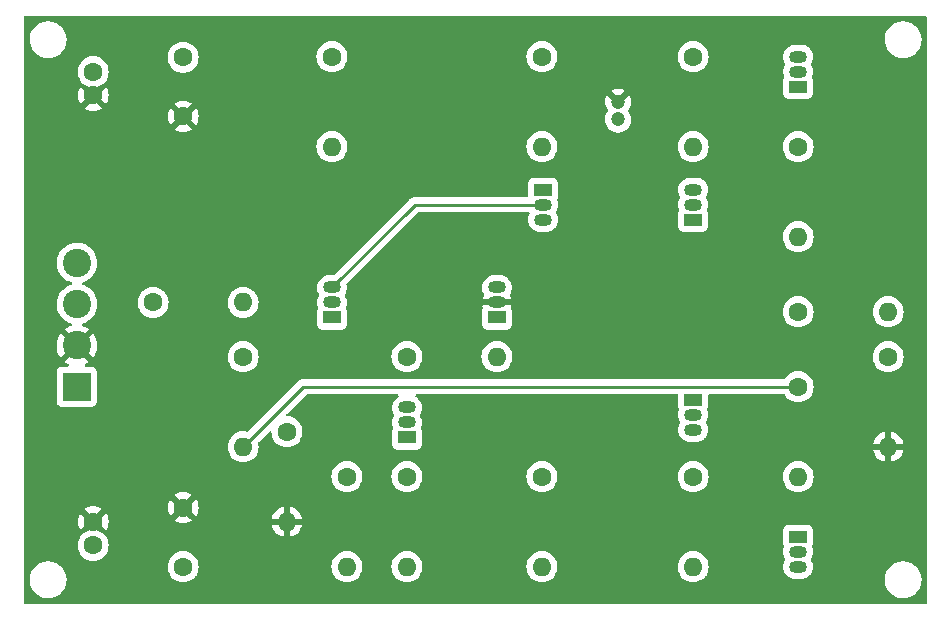
<source format=gbr>
%TF.GenerationSoftware,KiCad,Pcbnew,(6.0.7)*%
%TF.CreationDate,2023-05-14T18:18:18-04:00*%
%TF.ProjectId,12V_Plus_Minus_5MHz_Amplifier,3132565f-506c-4757-935f-4d696e75735f,rev?*%
%TF.SameCoordinates,Original*%
%TF.FileFunction,Copper,L2,Bot*%
%TF.FilePolarity,Positive*%
%FSLAX46Y46*%
G04 Gerber Fmt 4.6, Leading zero omitted, Abs format (unit mm)*
G04 Created by KiCad (PCBNEW (6.0.7)) date 2023-05-14 18:18:18*
%MOMM*%
%LPD*%
G01*
G04 APERTURE LIST*
%TA.AperFunction,ComponentPad*%
%ADD10R,2.400000X2.400000*%
%TD*%
%TA.AperFunction,ComponentPad*%
%ADD11C,2.400000*%
%TD*%
%TA.AperFunction,ComponentPad*%
%ADD12O,1.600000X1.600000*%
%TD*%
%TA.AperFunction,ComponentPad*%
%ADD13C,1.600000*%
%TD*%
%TA.AperFunction,ComponentPad*%
%ADD14R,1.500000X1.050000*%
%TD*%
%TA.AperFunction,ComponentPad*%
%ADD15O,1.500000X1.050000*%
%TD*%
%TA.AperFunction,ComponentPad*%
%ADD16C,1.200000*%
%TD*%
%TA.AperFunction,Conductor*%
%ADD17C,0.250000*%
%TD*%
G04 APERTURE END LIST*
D10*
%TO.P,J1,1,Pin_1*%
%TO.N,/VEE*%
X191670000Y-141140000D03*
D11*
%TO.P,J1,2,Pin_2*%
%TO.N,GND*%
X191670000Y-137640000D03*
%TO.P,J1,3,Pin_3*%
%TO.N,/IN*%
X191670000Y-134140000D03*
%TO.P,J1,4,Pin_4*%
%TO.N,/VCC*%
X191670000Y-130640000D03*
%TD*%
D12*
%TO.P,R7,2*%
%TO.N,Net-(Q3-Pad1)*%
X227230000Y-138600000D03*
D13*
%TO.P,R7,1*%
%TO.N,Net-(Q1-Pad1)*%
X219610000Y-138600000D03*
%TD*%
D14*
%TO.P,Q7,1,E*%
%TO.N,Net-(Q7-Pad1)*%
X252730000Y-115740000D03*
D15*
%TO.P,Q7,2,B*%
%TO.N,Net-(Q5-Pad2)*%
X252730000Y-114470000D03*
%TO.P,Q7,3,C*%
%TO.N,/VCC*%
X252730000Y-113200000D03*
%TD*%
D12*
%TO.P,R9,2*%
%TO.N,/VEE*%
X231040000Y-156380000D03*
D13*
%TO.P,R9,1*%
%TO.N,Net-(Q4-Pad3)*%
X231040000Y-148760000D03*
%TD*%
%TO.P,R13,1*%
%TO.N,Net-(R12-Pad2)*%
X252730000Y-141140000D03*
D12*
%TO.P,R13,2*%
%TO.N,Net-(Q8-Pad1)*%
X252730000Y-148760000D03*
%TD*%
D13*
%TO.P,C2,2*%
%TO.N,GND*%
X200660000Y-118240000D03*
%TO.P,C2,1*%
%TO.N,/VCC*%
X200660000Y-113240000D03*
%TD*%
%TO.P,C3,1*%
%TO.N,GND*%
X193040000Y-152570000D03*
%TO.P,C3,2*%
%TO.N,/VEE*%
X193040000Y-154570000D03*
%TD*%
D12*
%TO.P,R3,2*%
%TO.N,Net-(Q1-Pad3)*%
X213260000Y-120820000D03*
D13*
%TO.P,R3,1*%
%TO.N,/VCC*%
X213260000Y-113200000D03*
%TD*%
D14*
%TO.P,Q8,1,E*%
%TO.N,Net-(Q8-Pad1)*%
X252730000Y-153840000D03*
D15*
%TO.P,Q8,2,B*%
%TO.N,Net-(Q6-Pad2)*%
X252730000Y-155110000D03*
%TO.P,Q8,3,C*%
%TO.N,/VEE*%
X252730000Y-156380000D03*
%TD*%
D12*
%TO.P,R1,2*%
%TO.N,Net-(Q1-Pad2)*%
X205740000Y-134000000D03*
D13*
%TO.P,R1,1*%
%TO.N,/IN*%
X198120000Y-134000000D03*
%TD*%
%TO.P,C4,2*%
%TO.N,GND*%
X200660000Y-151380000D03*
%TO.P,C4,1*%
%TO.N,/VEE*%
X200660000Y-156380000D03*
%TD*%
%TO.P,C1,1*%
%TO.N,/VCC*%
X193040000Y-114470000D03*
%TO.P,C1,2*%
%TO.N,GND*%
X193040000Y-116470000D03*
%TD*%
D12*
%TO.P,R15,2*%
%TO.N,GND*%
X260350000Y-146220000D03*
D13*
%TO.P,R15,1*%
%TO.N,Net-(R14-Pad2)*%
X260350000Y-138600000D03*
%TD*%
%TO.P,R14,1*%
%TO.N,Net-(R12-Pad2)*%
X252730000Y-134790000D03*
D12*
%TO.P,R14,2*%
%TO.N,Net-(R14-Pad2)*%
X260350000Y-134790000D03*
%TD*%
%TO.P,R4,2*%
%TO.N,GND*%
X209450000Y-152570000D03*
D13*
%TO.P,R4,1*%
%TO.N,Net-(Q2-Pad2)*%
X209450000Y-144950000D03*
%TD*%
%TO.P,R12,1*%
%TO.N,Net-(Q7-Pad1)*%
X252730000Y-120820000D03*
D12*
%TO.P,R12,2*%
%TO.N,Net-(R12-Pad2)*%
X252730000Y-128440000D03*
%TD*%
D15*
%TO.P,Q4,3,C*%
%TO.N,Net-(Q4-Pad3)*%
X231140000Y-127000000D03*
%TO.P,Q4,2,B*%
%TO.N,Net-(Q1-Pad3)*%
X231140000Y-125730000D03*
D14*
%TO.P,Q4,1,E*%
%TO.N,Net-(C5-Pad2)*%
X231140000Y-124460000D03*
%TD*%
%TO.P,Q6,1,E*%
%TO.N,Net-(Q4-Pad3)*%
X243840000Y-142240000D03*
D15*
%TO.P,Q6,2,B*%
%TO.N,Net-(Q6-Pad2)*%
X243840000Y-143510000D03*
%TO.P,Q6,3,C*%
X243840000Y-144780000D03*
%TD*%
%TO.P,Q3,3,C*%
%TO.N,/VCC*%
X227230000Y-132730000D03*
%TO.P,Q3,2,B*%
%TO.N,GND*%
X227230000Y-134000000D03*
D14*
%TO.P,Q3,1,E*%
%TO.N,Net-(Q3-Pad1)*%
X227230000Y-135270000D03*
%TD*%
D15*
%TO.P,Q5,3,C*%
%TO.N,Net-(Q5-Pad2)*%
X243840000Y-124460000D03*
%TO.P,Q5,2,B*%
X243840000Y-125730000D03*
D14*
%TO.P,Q5,1,E*%
%TO.N,Net-(Q4-Pad3)*%
X243840000Y-127000000D03*
%TD*%
D12*
%TO.P,R5,2*%
%TO.N,/VEE*%
X214530000Y-156380000D03*
D13*
%TO.P,R5,1*%
%TO.N,Net-(Q2-Pad2)*%
X214530000Y-148760000D03*
%TD*%
D16*
%TO.P,C5,2*%
%TO.N,Net-(C5-Pad2)*%
X237490000Y-118510000D03*
%TO.P,C5,1*%
%TO.N,GND*%
X237490000Y-117010000D03*
%TD*%
D13*
%TO.P,R10,1*%
%TO.N,/VCC*%
X243840000Y-113200000D03*
D12*
%TO.P,R10,2*%
%TO.N,Net-(Q5-Pad2)*%
X243840000Y-120820000D03*
%TD*%
%TO.P,R2,2*%
%TO.N,Net-(R12-Pad2)*%
X205740000Y-146220000D03*
D13*
%TO.P,R2,1*%
%TO.N,Net-(Q1-Pad2)*%
X205740000Y-138600000D03*
%TD*%
D15*
%TO.P,Q2,3,C*%
%TO.N,Net-(Q1-Pad1)*%
X219610000Y-142890000D03*
%TO.P,Q2,2,B*%
%TO.N,Net-(Q2-Pad2)*%
X219610000Y-144160000D03*
D14*
%TO.P,Q2,1,E*%
%TO.N,Net-(Q2-Pad1)*%
X219610000Y-145430000D03*
%TD*%
D13*
%TO.P,R11,1*%
%TO.N,Net-(Q6-Pad2)*%
X243840000Y-148760000D03*
D12*
%TO.P,R11,2*%
%TO.N,/VEE*%
X243840000Y-156380000D03*
%TD*%
D15*
%TO.P,Q1,3,C*%
%TO.N,Net-(Q1-Pad3)*%
X213260000Y-132730000D03*
%TO.P,Q1,2,B*%
%TO.N,Net-(Q1-Pad2)*%
X213260000Y-134000000D03*
D14*
%TO.P,Q1,1,E*%
%TO.N,Net-(Q1-Pad1)*%
X213260000Y-135270000D03*
%TD*%
D12*
%TO.P,R6,2*%
%TO.N,/VEE*%
X219610000Y-156380000D03*
D13*
%TO.P,R6,1*%
%TO.N,Net-(Q2-Pad1)*%
X219610000Y-148760000D03*
%TD*%
D12*
%TO.P,R8,2*%
%TO.N,Net-(C5-Pad2)*%
X231040000Y-120820000D03*
D13*
%TO.P,R8,1*%
%TO.N,/VCC*%
X231040000Y-113200000D03*
%TD*%
D17*
%TO.N,Net-(R12-Pad2)*%
X210820000Y-141140000D02*
X252730000Y-141140000D01*
%TO.N,Net-(Q1-Pad3)*%
X213260000Y-132730000D02*
X220260000Y-125730000D01*
X220260000Y-125730000D02*
X231140000Y-125730000D01*
%TO.N,Net-(R12-Pad2)*%
X205740000Y-146220000D02*
X210820000Y-141140000D01*
%TD*%
%TA.AperFunction,Conductor*%
%TO.N,GND*%
G36*
X263593621Y-109748502D02*
G01*
X263640114Y-109802158D01*
X263651500Y-109854500D01*
X263651500Y-159385500D01*
X263631498Y-159453621D01*
X263577842Y-159500114D01*
X263525500Y-159511500D01*
X187324500Y-159511500D01*
X187256379Y-159491498D01*
X187209886Y-159437842D01*
X187198500Y-159385500D01*
X187198500Y-157534568D01*
X187667382Y-157534568D01*
X187696208Y-157783699D01*
X187697587Y-157788573D01*
X187697588Y-157788577D01*
X187736526Y-157926181D01*
X187764494Y-158025017D01*
X187766628Y-158029592D01*
X187766630Y-158029599D01*
X187868347Y-158247731D01*
X187870484Y-158252313D01*
X187873326Y-158256494D01*
X187873326Y-158256495D01*
X188008605Y-158455552D01*
X188008608Y-158455556D01*
X188011451Y-158459739D01*
X188014928Y-158463416D01*
X188014929Y-158463417D01*
X188115238Y-158569491D01*
X188183767Y-158641959D01*
X188187793Y-158645037D01*
X188187794Y-158645038D01*
X188378981Y-158791212D01*
X188378985Y-158791215D01*
X188383001Y-158794285D01*
X188604026Y-158912797D01*
X188608807Y-158914443D01*
X188608811Y-158914445D01*
X188834538Y-158992169D01*
X188841156Y-158994448D01*
X188944689Y-159012331D01*
X189084380Y-159036460D01*
X189084386Y-159036461D01*
X189088290Y-159037135D01*
X189092251Y-159037315D01*
X189092252Y-159037315D01*
X189116931Y-159038436D01*
X189116950Y-159038436D01*
X189118350Y-159038500D01*
X189293015Y-159038500D01*
X189295523Y-159038298D01*
X189295528Y-159038298D01*
X189474944Y-159023863D01*
X189474949Y-159023862D01*
X189479985Y-159023457D01*
X189484893Y-159022252D01*
X189484896Y-159022251D01*
X189718625Y-158964841D01*
X189723539Y-158963634D01*
X189728191Y-158961659D01*
X189728195Y-158961658D01*
X189949741Y-158867617D01*
X189949742Y-158867617D01*
X189954396Y-158865641D01*
X190166615Y-158732000D01*
X190354738Y-158566147D01*
X190513924Y-158372351D01*
X190640078Y-158155596D01*
X190729955Y-157921461D01*
X190781241Y-157675967D01*
X190783978Y-157615707D01*
X190787662Y-157534568D01*
X190792618Y-157425432D01*
X190791238Y-157413500D01*
X190770343Y-157232922D01*
X190763792Y-157176301D01*
X190746981Y-157116890D01*
X190696884Y-156939852D01*
X190696883Y-156939850D01*
X190695506Y-156934983D01*
X190693372Y-156930408D01*
X190693370Y-156930401D01*
X190591653Y-156712269D01*
X190591651Y-156712265D01*
X190589516Y-156707687D01*
X190521828Y-156608087D01*
X190451395Y-156504448D01*
X190451392Y-156504444D01*
X190448549Y-156500261D01*
X190347925Y-156393853D01*
X190334825Y-156380000D01*
X199346502Y-156380000D01*
X199366457Y-156608087D01*
X199367881Y-156613400D01*
X199367881Y-156613402D01*
X199414626Y-156787853D01*
X199425716Y-156829243D01*
X199428039Y-156834224D01*
X199428039Y-156834225D01*
X199520151Y-157031762D01*
X199520154Y-157031767D01*
X199522477Y-157036749D01*
X199581320Y-157120785D01*
X199620193Y-157176301D01*
X199653802Y-157224300D01*
X199815700Y-157386198D01*
X199820208Y-157389355D01*
X199820211Y-157389357D01*
X199854130Y-157413107D01*
X200003251Y-157517523D01*
X200008233Y-157519846D01*
X200008238Y-157519849D01*
X200205775Y-157611961D01*
X200210757Y-157614284D01*
X200216065Y-157615706D01*
X200216067Y-157615707D01*
X200426598Y-157672119D01*
X200426600Y-157672119D01*
X200431913Y-157673543D01*
X200660000Y-157693498D01*
X200888087Y-157673543D01*
X200893400Y-157672119D01*
X200893402Y-157672119D01*
X201103933Y-157615707D01*
X201103935Y-157615706D01*
X201109243Y-157614284D01*
X201114225Y-157611961D01*
X201311762Y-157519849D01*
X201311767Y-157519846D01*
X201316749Y-157517523D01*
X201465870Y-157413107D01*
X201499789Y-157389357D01*
X201499792Y-157389355D01*
X201504300Y-157386198D01*
X201666198Y-157224300D01*
X201699808Y-157176301D01*
X201738680Y-157120785D01*
X201797523Y-157036749D01*
X201799846Y-157031767D01*
X201799849Y-157031762D01*
X201891961Y-156834225D01*
X201891961Y-156834224D01*
X201894284Y-156829243D01*
X201905375Y-156787853D01*
X201952119Y-156613402D01*
X201952119Y-156613400D01*
X201953543Y-156608087D01*
X201973498Y-156380000D01*
X213216502Y-156380000D01*
X213236457Y-156608087D01*
X213237881Y-156613400D01*
X213237881Y-156613402D01*
X213284626Y-156787853D01*
X213295716Y-156829243D01*
X213298039Y-156834224D01*
X213298039Y-156834225D01*
X213390151Y-157031762D01*
X213390154Y-157031767D01*
X213392477Y-157036749D01*
X213451320Y-157120785D01*
X213490193Y-157176301D01*
X213523802Y-157224300D01*
X213685700Y-157386198D01*
X213690208Y-157389355D01*
X213690211Y-157389357D01*
X213724130Y-157413107D01*
X213873251Y-157517523D01*
X213878233Y-157519846D01*
X213878238Y-157519849D01*
X214075775Y-157611961D01*
X214080757Y-157614284D01*
X214086065Y-157615706D01*
X214086067Y-157615707D01*
X214296598Y-157672119D01*
X214296600Y-157672119D01*
X214301913Y-157673543D01*
X214530000Y-157693498D01*
X214758087Y-157673543D01*
X214763400Y-157672119D01*
X214763402Y-157672119D01*
X214973933Y-157615707D01*
X214973935Y-157615706D01*
X214979243Y-157614284D01*
X214984225Y-157611961D01*
X215181762Y-157519849D01*
X215181767Y-157519846D01*
X215186749Y-157517523D01*
X215335870Y-157413107D01*
X215369789Y-157389357D01*
X215369792Y-157389355D01*
X215374300Y-157386198D01*
X215536198Y-157224300D01*
X215569808Y-157176301D01*
X215608680Y-157120785D01*
X215667523Y-157036749D01*
X215669846Y-157031767D01*
X215669849Y-157031762D01*
X215761961Y-156834225D01*
X215761961Y-156834224D01*
X215764284Y-156829243D01*
X215775375Y-156787853D01*
X215822119Y-156613402D01*
X215822119Y-156613400D01*
X215823543Y-156608087D01*
X215843498Y-156380000D01*
X218296502Y-156380000D01*
X218316457Y-156608087D01*
X218317881Y-156613400D01*
X218317881Y-156613402D01*
X218364626Y-156787853D01*
X218375716Y-156829243D01*
X218378039Y-156834224D01*
X218378039Y-156834225D01*
X218470151Y-157031762D01*
X218470154Y-157031767D01*
X218472477Y-157036749D01*
X218531320Y-157120785D01*
X218570193Y-157176301D01*
X218603802Y-157224300D01*
X218765700Y-157386198D01*
X218770208Y-157389355D01*
X218770211Y-157389357D01*
X218804130Y-157413107D01*
X218953251Y-157517523D01*
X218958233Y-157519846D01*
X218958238Y-157519849D01*
X219155775Y-157611961D01*
X219160757Y-157614284D01*
X219166065Y-157615706D01*
X219166067Y-157615707D01*
X219376598Y-157672119D01*
X219376600Y-157672119D01*
X219381913Y-157673543D01*
X219610000Y-157693498D01*
X219838087Y-157673543D01*
X219843400Y-157672119D01*
X219843402Y-157672119D01*
X220053933Y-157615707D01*
X220053935Y-157615706D01*
X220059243Y-157614284D01*
X220064225Y-157611961D01*
X220261762Y-157519849D01*
X220261767Y-157519846D01*
X220266749Y-157517523D01*
X220415870Y-157413107D01*
X220449789Y-157389357D01*
X220449792Y-157389355D01*
X220454300Y-157386198D01*
X220616198Y-157224300D01*
X220649808Y-157176301D01*
X220688680Y-157120785D01*
X220747523Y-157036749D01*
X220749846Y-157031767D01*
X220749849Y-157031762D01*
X220841961Y-156834225D01*
X220841961Y-156834224D01*
X220844284Y-156829243D01*
X220855375Y-156787853D01*
X220902119Y-156613402D01*
X220902119Y-156613400D01*
X220903543Y-156608087D01*
X220923498Y-156380000D01*
X229726502Y-156380000D01*
X229746457Y-156608087D01*
X229747881Y-156613400D01*
X229747881Y-156613402D01*
X229794626Y-156787853D01*
X229805716Y-156829243D01*
X229808039Y-156834224D01*
X229808039Y-156834225D01*
X229900151Y-157031762D01*
X229900154Y-157031767D01*
X229902477Y-157036749D01*
X229961320Y-157120785D01*
X230000193Y-157176301D01*
X230033802Y-157224300D01*
X230195700Y-157386198D01*
X230200208Y-157389355D01*
X230200211Y-157389357D01*
X230234130Y-157413107D01*
X230383251Y-157517523D01*
X230388233Y-157519846D01*
X230388238Y-157519849D01*
X230585775Y-157611961D01*
X230590757Y-157614284D01*
X230596065Y-157615706D01*
X230596067Y-157615707D01*
X230806598Y-157672119D01*
X230806600Y-157672119D01*
X230811913Y-157673543D01*
X231040000Y-157693498D01*
X231268087Y-157673543D01*
X231273400Y-157672119D01*
X231273402Y-157672119D01*
X231483933Y-157615707D01*
X231483935Y-157615706D01*
X231489243Y-157614284D01*
X231494225Y-157611961D01*
X231691762Y-157519849D01*
X231691767Y-157519846D01*
X231696749Y-157517523D01*
X231845870Y-157413107D01*
X231879789Y-157389357D01*
X231879792Y-157389355D01*
X231884300Y-157386198D01*
X232046198Y-157224300D01*
X232079808Y-157176301D01*
X232118680Y-157120785D01*
X232177523Y-157036749D01*
X232179846Y-157031767D01*
X232179849Y-157031762D01*
X232271961Y-156834225D01*
X232271961Y-156834224D01*
X232274284Y-156829243D01*
X232285375Y-156787853D01*
X232332119Y-156613402D01*
X232332119Y-156613400D01*
X232333543Y-156608087D01*
X232353498Y-156380000D01*
X242526502Y-156380000D01*
X242546457Y-156608087D01*
X242547881Y-156613400D01*
X242547881Y-156613402D01*
X242594626Y-156787853D01*
X242605716Y-156829243D01*
X242608039Y-156834224D01*
X242608039Y-156834225D01*
X242700151Y-157031762D01*
X242700154Y-157031767D01*
X242702477Y-157036749D01*
X242761320Y-157120785D01*
X242800193Y-157176301D01*
X242833802Y-157224300D01*
X242995700Y-157386198D01*
X243000208Y-157389355D01*
X243000211Y-157389357D01*
X243034130Y-157413107D01*
X243183251Y-157517523D01*
X243188233Y-157519846D01*
X243188238Y-157519849D01*
X243385775Y-157611961D01*
X243390757Y-157614284D01*
X243396065Y-157615706D01*
X243396067Y-157615707D01*
X243606598Y-157672119D01*
X243606600Y-157672119D01*
X243611913Y-157673543D01*
X243840000Y-157693498D01*
X244068087Y-157673543D01*
X244073400Y-157672119D01*
X244073402Y-157672119D01*
X244283933Y-157615707D01*
X244283935Y-157615706D01*
X244289243Y-157614284D01*
X244294225Y-157611961D01*
X244460197Y-157534568D01*
X260057382Y-157534568D01*
X260086208Y-157783699D01*
X260087587Y-157788573D01*
X260087588Y-157788577D01*
X260126526Y-157926181D01*
X260154494Y-158025017D01*
X260156628Y-158029592D01*
X260156630Y-158029599D01*
X260258347Y-158247731D01*
X260260484Y-158252313D01*
X260263326Y-158256494D01*
X260263326Y-158256495D01*
X260398605Y-158455552D01*
X260398608Y-158455556D01*
X260401451Y-158459739D01*
X260404928Y-158463416D01*
X260404929Y-158463417D01*
X260505238Y-158569491D01*
X260573767Y-158641959D01*
X260577793Y-158645037D01*
X260577794Y-158645038D01*
X260768981Y-158791212D01*
X260768985Y-158791215D01*
X260773001Y-158794285D01*
X260994026Y-158912797D01*
X260998807Y-158914443D01*
X260998811Y-158914445D01*
X261224538Y-158992169D01*
X261231156Y-158994448D01*
X261334689Y-159012331D01*
X261474380Y-159036460D01*
X261474386Y-159036461D01*
X261478290Y-159037135D01*
X261482251Y-159037315D01*
X261482252Y-159037315D01*
X261506931Y-159038436D01*
X261506950Y-159038436D01*
X261508350Y-159038500D01*
X261683015Y-159038500D01*
X261685523Y-159038298D01*
X261685528Y-159038298D01*
X261864944Y-159023863D01*
X261864949Y-159023862D01*
X261869985Y-159023457D01*
X261874893Y-159022252D01*
X261874896Y-159022251D01*
X262108625Y-158964841D01*
X262113539Y-158963634D01*
X262118191Y-158961659D01*
X262118195Y-158961658D01*
X262339741Y-158867617D01*
X262339742Y-158867617D01*
X262344396Y-158865641D01*
X262556615Y-158732000D01*
X262744738Y-158566147D01*
X262903924Y-158372351D01*
X263030078Y-158155596D01*
X263119955Y-157921461D01*
X263171241Y-157675967D01*
X263173978Y-157615707D01*
X263177662Y-157534568D01*
X263182618Y-157425432D01*
X263181238Y-157413500D01*
X263160343Y-157232922D01*
X263153792Y-157176301D01*
X263136981Y-157116890D01*
X263086884Y-156939852D01*
X263086883Y-156939850D01*
X263085506Y-156934983D01*
X263083372Y-156930408D01*
X263083370Y-156930401D01*
X262981653Y-156712269D01*
X262981651Y-156712265D01*
X262979516Y-156707687D01*
X262911828Y-156608087D01*
X262841395Y-156504448D01*
X262841392Y-156504444D01*
X262838549Y-156500261D01*
X262737925Y-156393853D01*
X262669713Y-156321721D01*
X262666233Y-156318041D01*
X262662206Y-156314962D01*
X262471019Y-156168788D01*
X262471015Y-156168785D01*
X262466999Y-156165715D01*
X262451479Y-156157393D01*
X262250435Y-156049595D01*
X262245974Y-156047203D01*
X262241193Y-156045557D01*
X262241189Y-156045555D01*
X262013633Y-155967201D01*
X262008844Y-155965552D01*
X261905311Y-155947669D01*
X261765620Y-155923540D01*
X261765614Y-155923539D01*
X261761710Y-155922865D01*
X261757749Y-155922685D01*
X261757748Y-155922685D01*
X261733069Y-155921564D01*
X261733050Y-155921564D01*
X261731650Y-155921500D01*
X261556985Y-155921500D01*
X261554477Y-155921702D01*
X261554472Y-155921702D01*
X261375056Y-155936137D01*
X261375051Y-155936138D01*
X261370015Y-155936543D01*
X261365107Y-155937748D01*
X261365104Y-155937749D01*
X261126461Y-155996366D01*
X261121809Y-155998341D01*
X261121805Y-155998342D01*
X261001061Y-156049595D01*
X260895604Y-156094359D01*
X260683385Y-156228000D01*
X260495262Y-156393853D01*
X260336076Y-156587649D01*
X260209922Y-156804404D01*
X260208109Y-156809127D01*
X260208108Y-156809129D01*
X260161556Y-156930401D01*
X260120045Y-157038539D01*
X260119012Y-157043485D01*
X260119010Y-157043491D01*
X260102863Y-157120785D01*
X260068759Y-157284033D01*
X260068530Y-157289082D01*
X260068529Y-157289088D01*
X260064120Y-157386198D01*
X260057382Y-157534568D01*
X244460197Y-157534568D01*
X244491762Y-157519849D01*
X244491767Y-157519846D01*
X244496749Y-157517523D01*
X244645870Y-157413107D01*
X244679789Y-157389357D01*
X244679792Y-157389355D01*
X244684300Y-157386198D01*
X244846198Y-157224300D01*
X244879808Y-157176301D01*
X244918680Y-157120785D01*
X244977523Y-157036749D01*
X244979846Y-157031767D01*
X244979849Y-157031762D01*
X245071961Y-156834225D01*
X245071961Y-156834224D01*
X245074284Y-156829243D01*
X245085375Y-156787853D01*
X245132119Y-156613402D01*
X245132119Y-156613400D01*
X245133543Y-156608087D01*
X245153498Y-156380000D01*
X245152864Y-156372750D01*
X251466524Y-156372750D01*
X251484894Y-156574596D01*
X251486632Y-156580502D01*
X251486633Y-156580506D01*
X251489080Y-156588820D01*
X251542119Y-156769029D01*
X251544972Y-156774486D01*
X251544973Y-156774489D01*
X251570822Y-156823933D01*
X251636019Y-156948645D01*
X251639879Y-156953445D01*
X251639879Y-156953446D01*
X251645729Y-156960722D01*
X251763019Y-157106601D01*
X251918281Y-157236881D01*
X251923673Y-157239845D01*
X251923677Y-157239848D01*
X252004050Y-157284033D01*
X252095891Y-157334523D01*
X252289084Y-157395807D01*
X252295201Y-157396493D01*
X252295205Y-157396494D01*
X252369348Y-157404810D01*
X252446817Y-157413500D01*
X253006004Y-157413500D01*
X253156713Y-157398723D01*
X253350742Y-157340142D01*
X253529698Y-157244990D01*
X253686763Y-157116890D01*
X253749332Y-157041257D01*
X253812027Y-156965472D01*
X253812029Y-156965469D01*
X253815956Y-156960722D01*
X253912356Y-156782435D01*
X253966326Y-156608087D01*
X253970468Y-156594707D01*
X253970469Y-156594704D01*
X253972290Y-156588820D01*
X253993476Y-156387250D01*
X253978983Y-156228000D01*
X253975665Y-156191543D01*
X253975664Y-156191540D01*
X253975106Y-156185404D01*
X253969312Y-156165715D01*
X253919620Y-155996880D01*
X253917881Y-155990971D01*
X253913951Y-155983452D01*
X253851264Y-155863543D01*
X253823981Y-155811355D01*
X253824016Y-155811337D01*
X253804111Y-155745559D01*
X253819271Y-155684591D01*
X253897337Y-155540211D01*
X253912356Y-155512435D01*
X253972290Y-155318820D01*
X253980559Y-155240151D01*
X253992832Y-155123378D01*
X253992832Y-155123377D01*
X253993476Y-155117250D01*
X253975106Y-154915404D01*
X253969188Y-154895294D01*
X253919620Y-154726879D01*
X253919619Y-154726877D01*
X253917881Y-154720971D01*
X253918740Y-154720718D01*
X253912286Y-154655338D01*
X253925452Y-154618594D01*
X253930615Y-154611705D01*
X253933768Y-154603296D01*
X253978971Y-154482715D01*
X253981745Y-154475316D01*
X253988500Y-154413134D01*
X253988500Y-153266866D01*
X253981745Y-153204684D01*
X253930615Y-153068295D01*
X253843261Y-152951739D01*
X253726705Y-152864385D01*
X253590316Y-152813255D01*
X253528134Y-152806500D01*
X251931866Y-152806500D01*
X251869684Y-152813255D01*
X251733295Y-152864385D01*
X251616739Y-152951739D01*
X251529385Y-153068295D01*
X251478255Y-153204684D01*
X251471500Y-153266866D01*
X251471500Y-154413134D01*
X251478255Y-154475316D01*
X251481029Y-154482715D01*
X251526232Y-154603296D01*
X251526234Y-154603299D01*
X251529385Y-154611705D01*
X251534773Y-154618894D01*
X251534906Y-154619137D01*
X251550076Y-154688494D01*
X251544752Y-154716907D01*
X251487710Y-154901180D01*
X251466524Y-155102750D01*
X251470305Y-155144293D01*
X251479241Y-155242477D01*
X251484894Y-155304596D01*
X251486632Y-155310502D01*
X251486633Y-155310506D01*
X251506409Y-155377699D01*
X251542119Y-155499029D01*
X251544972Y-155504486D01*
X251544973Y-155504489D01*
X251561290Y-155535700D01*
X251635923Y-155678460D01*
X251635923Y-155678462D01*
X251636019Y-155678645D01*
X251635984Y-155678663D01*
X251655889Y-155744441D01*
X251640729Y-155805409D01*
X251547644Y-155977565D01*
X251526598Y-156045555D01*
X251491978Y-156157393D01*
X251487710Y-156171180D01*
X251466524Y-156372750D01*
X245152864Y-156372750D01*
X245133543Y-156151913D01*
X245118844Y-156097057D01*
X245075707Y-155936067D01*
X245075706Y-155936065D01*
X245074284Y-155930757D01*
X245069997Y-155921564D01*
X244979849Y-155728238D01*
X244979846Y-155728233D01*
X244977523Y-155723251D01*
X244874555Y-155576198D01*
X244849357Y-155540211D01*
X244849355Y-155540208D01*
X244846198Y-155535700D01*
X244684300Y-155373802D01*
X244679792Y-155370645D01*
X244679789Y-155370643D01*
X244576696Y-155298457D01*
X244496749Y-155242477D01*
X244491767Y-155240154D01*
X244491762Y-155240151D01*
X244294225Y-155148039D01*
X244294224Y-155148039D01*
X244289243Y-155145716D01*
X244283935Y-155144294D01*
X244283933Y-155144293D01*
X244073402Y-155087881D01*
X244073400Y-155087881D01*
X244068087Y-155086457D01*
X243840000Y-155066502D01*
X243611913Y-155086457D01*
X243606600Y-155087881D01*
X243606598Y-155087881D01*
X243396067Y-155144293D01*
X243396065Y-155144294D01*
X243390757Y-155145716D01*
X243385776Y-155148039D01*
X243385775Y-155148039D01*
X243188238Y-155240151D01*
X243188233Y-155240154D01*
X243183251Y-155242477D01*
X243103304Y-155298457D01*
X243000211Y-155370643D01*
X243000208Y-155370645D01*
X242995700Y-155373802D01*
X242833802Y-155535700D01*
X242830645Y-155540208D01*
X242830643Y-155540211D01*
X242805445Y-155576198D01*
X242702477Y-155723251D01*
X242700154Y-155728233D01*
X242700151Y-155728238D01*
X242610003Y-155921564D01*
X242605716Y-155930757D01*
X242604294Y-155936065D01*
X242604293Y-155936067D01*
X242561156Y-156097057D01*
X242546457Y-156151913D01*
X242526502Y-156380000D01*
X232353498Y-156380000D01*
X232333543Y-156151913D01*
X232318844Y-156097057D01*
X232275707Y-155936067D01*
X232275706Y-155936065D01*
X232274284Y-155930757D01*
X232269997Y-155921564D01*
X232179849Y-155728238D01*
X232179846Y-155728233D01*
X232177523Y-155723251D01*
X232074555Y-155576198D01*
X232049357Y-155540211D01*
X232049355Y-155540208D01*
X232046198Y-155535700D01*
X231884300Y-155373802D01*
X231879792Y-155370645D01*
X231879789Y-155370643D01*
X231776696Y-155298457D01*
X231696749Y-155242477D01*
X231691767Y-155240154D01*
X231691762Y-155240151D01*
X231494225Y-155148039D01*
X231494224Y-155148039D01*
X231489243Y-155145716D01*
X231483935Y-155144294D01*
X231483933Y-155144293D01*
X231273402Y-155087881D01*
X231273400Y-155087881D01*
X231268087Y-155086457D01*
X231040000Y-155066502D01*
X230811913Y-155086457D01*
X230806600Y-155087881D01*
X230806598Y-155087881D01*
X230596067Y-155144293D01*
X230596065Y-155144294D01*
X230590757Y-155145716D01*
X230585776Y-155148039D01*
X230585775Y-155148039D01*
X230388238Y-155240151D01*
X230388233Y-155240154D01*
X230383251Y-155242477D01*
X230303304Y-155298457D01*
X230200211Y-155370643D01*
X230200208Y-155370645D01*
X230195700Y-155373802D01*
X230033802Y-155535700D01*
X230030645Y-155540208D01*
X230030643Y-155540211D01*
X230005445Y-155576198D01*
X229902477Y-155723251D01*
X229900154Y-155728233D01*
X229900151Y-155728238D01*
X229810003Y-155921564D01*
X229805716Y-155930757D01*
X229804294Y-155936065D01*
X229804293Y-155936067D01*
X229761156Y-156097057D01*
X229746457Y-156151913D01*
X229726502Y-156380000D01*
X220923498Y-156380000D01*
X220903543Y-156151913D01*
X220888844Y-156097057D01*
X220845707Y-155936067D01*
X220845706Y-155936065D01*
X220844284Y-155930757D01*
X220839997Y-155921564D01*
X220749849Y-155728238D01*
X220749846Y-155728233D01*
X220747523Y-155723251D01*
X220644555Y-155576198D01*
X220619357Y-155540211D01*
X220619355Y-155540208D01*
X220616198Y-155535700D01*
X220454300Y-155373802D01*
X220449792Y-155370645D01*
X220449789Y-155370643D01*
X220346696Y-155298457D01*
X220266749Y-155242477D01*
X220261767Y-155240154D01*
X220261762Y-155240151D01*
X220064225Y-155148039D01*
X220064224Y-155148039D01*
X220059243Y-155145716D01*
X220053935Y-155144294D01*
X220053933Y-155144293D01*
X219843402Y-155087881D01*
X219843400Y-155087881D01*
X219838087Y-155086457D01*
X219610000Y-155066502D01*
X219381913Y-155086457D01*
X219376600Y-155087881D01*
X219376598Y-155087881D01*
X219166067Y-155144293D01*
X219166065Y-155144294D01*
X219160757Y-155145716D01*
X219155776Y-155148039D01*
X219155775Y-155148039D01*
X218958238Y-155240151D01*
X218958233Y-155240154D01*
X218953251Y-155242477D01*
X218873304Y-155298457D01*
X218770211Y-155370643D01*
X218770208Y-155370645D01*
X218765700Y-155373802D01*
X218603802Y-155535700D01*
X218600645Y-155540208D01*
X218600643Y-155540211D01*
X218575445Y-155576198D01*
X218472477Y-155723251D01*
X218470154Y-155728233D01*
X218470151Y-155728238D01*
X218380003Y-155921564D01*
X218375716Y-155930757D01*
X218374294Y-155936065D01*
X218374293Y-155936067D01*
X218331156Y-156097057D01*
X218316457Y-156151913D01*
X218296502Y-156380000D01*
X215843498Y-156380000D01*
X215823543Y-156151913D01*
X215808844Y-156097057D01*
X215765707Y-155936067D01*
X215765706Y-155936065D01*
X215764284Y-155930757D01*
X215759997Y-155921564D01*
X215669849Y-155728238D01*
X215669846Y-155728233D01*
X215667523Y-155723251D01*
X215564555Y-155576198D01*
X215539357Y-155540211D01*
X215539355Y-155540208D01*
X215536198Y-155535700D01*
X215374300Y-155373802D01*
X215369792Y-155370645D01*
X215369789Y-155370643D01*
X215266696Y-155298457D01*
X215186749Y-155242477D01*
X215181767Y-155240154D01*
X215181762Y-155240151D01*
X214984225Y-155148039D01*
X214984224Y-155148039D01*
X214979243Y-155145716D01*
X214973935Y-155144294D01*
X214973933Y-155144293D01*
X214763402Y-155087881D01*
X214763400Y-155087881D01*
X214758087Y-155086457D01*
X214530000Y-155066502D01*
X214301913Y-155086457D01*
X214296600Y-155087881D01*
X214296598Y-155087881D01*
X214086067Y-155144293D01*
X214086065Y-155144294D01*
X214080757Y-155145716D01*
X214075776Y-155148039D01*
X214075775Y-155148039D01*
X213878238Y-155240151D01*
X213878233Y-155240154D01*
X213873251Y-155242477D01*
X213793304Y-155298457D01*
X213690211Y-155370643D01*
X213690208Y-155370645D01*
X213685700Y-155373802D01*
X213523802Y-155535700D01*
X213520645Y-155540208D01*
X213520643Y-155540211D01*
X213495445Y-155576198D01*
X213392477Y-155723251D01*
X213390154Y-155728233D01*
X213390151Y-155728238D01*
X213300003Y-155921564D01*
X213295716Y-155930757D01*
X213294294Y-155936065D01*
X213294293Y-155936067D01*
X213251156Y-156097057D01*
X213236457Y-156151913D01*
X213216502Y-156380000D01*
X201973498Y-156380000D01*
X201953543Y-156151913D01*
X201938844Y-156097057D01*
X201895707Y-155936067D01*
X201895706Y-155936065D01*
X201894284Y-155930757D01*
X201889997Y-155921564D01*
X201799849Y-155728238D01*
X201799846Y-155728233D01*
X201797523Y-155723251D01*
X201694555Y-155576198D01*
X201669357Y-155540211D01*
X201669355Y-155540208D01*
X201666198Y-155535700D01*
X201504300Y-155373802D01*
X201499792Y-155370645D01*
X201499789Y-155370643D01*
X201396696Y-155298457D01*
X201316749Y-155242477D01*
X201311767Y-155240154D01*
X201311762Y-155240151D01*
X201114225Y-155148039D01*
X201114224Y-155148039D01*
X201109243Y-155145716D01*
X201103935Y-155144294D01*
X201103933Y-155144293D01*
X200893402Y-155087881D01*
X200893400Y-155087881D01*
X200888087Y-155086457D01*
X200660000Y-155066502D01*
X200431913Y-155086457D01*
X200426600Y-155087881D01*
X200426598Y-155087881D01*
X200216067Y-155144293D01*
X200216065Y-155144294D01*
X200210757Y-155145716D01*
X200205776Y-155148039D01*
X200205775Y-155148039D01*
X200008238Y-155240151D01*
X200008233Y-155240154D01*
X200003251Y-155242477D01*
X199923304Y-155298457D01*
X199820211Y-155370643D01*
X199820208Y-155370645D01*
X199815700Y-155373802D01*
X199653802Y-155535700D01*
X199650645Y-155540208D01*
X199650643Y-155540211D01*
X199625445Y-155576198D01*
X199522477Y-155723251D01*
X199520154Y-155728233D01*
X199520151Y-155728238D01*
X199430003Y-155921564D01*
X199425716Y-155930757D01*
X199424294Y-155936065D01*
X199424293Y-155936067D01*
X199381156Y-156097057D01*
X199366457Y-156151913D01*
X199346502Y-156380000D01*
X190334825Y-156380000D01*
X190279713Y-156321721D01*
X190276233Y-156318041D01*
X190272206Y-156314962D01*
X190081019Y-156168788D01*
X190081015Y-156168785D01*
X190076999Y-156165715D01*
X190061479Y-156157393D01*
X189860435Y-156049595D01*
X189855974Y-156047203D01*
X189851193Y-156045557D01*
X189851189Y-156045555D01*
X189623633Y-155967201D01*
X189618844Y-155965552D01*
X189515311Y-155947669D01*
X189375620Y-155923540D01*
X189375614Y-155923539D01*
X189371710Y-155922865D01*
X189367749Y-155922685D01*
X189367748Y-155922685D01*
X189343069Y-155921564D01*
X189343050Y-155921564D01*
X189341650Y-155921500D01*
X189166985Y-155921500D01*
X189164477Y-155921702D01*
X189164472Y-155921702D01*
X188985056Y-155936137D01*
X188985051Y-155936138D01*
X188980015Y-155936543D01*
X188975107Y-155937748D01*
X188975104Y-155937749D01*
X188736461Y-155996366D01*
X188731809Y-155998341D01*
X188731805Y-155998342D01*
X188611061Y-156049595D01*
X188505604Y-156094359D01*
X188293385Y-156228000D01*
X188105262Y-156393853D01*
X187946076Y-156587649D01*
X187819922Y-156804404D01*
X187818109Y-156809127D01*
X187818108Y-156809129D01*
X187771556Y-156930401D01*
X187730045Y-157038539D01*
X187729012Y-157043485D01*
X187729010Y-157043491D01*
X187712863Y-157120785D01*
X187678759Y-157284033D01*
X187678530Y-157289082D01*
X187678529Y-157289088D01*
X187674120Y-157386198D01*
X187667382Y-157534568D01*
X187198500Y-157534568D01*
X187198500Y-154570000D01*
X191726502Y-154570000D01*
X191746457Y-154798087D01*
X191747881Y-154803400D01*
X191747881Y-154803402D01*
X191776309Y-154909494D01*
X191805716Y-155019243D01*
X191808039Y-155024224D01*
X191808039Y-155024225D01*
X191900151Y-155221762D01*
X191900154Y-155221767D01*
X191902477Y-155226749D01*
X191962657Y-155312694D01*
X192008174Y-155377699D01*
X192033802Y-155414300D01*
X192195700Y-155576198D01*
X192200208Y-155579355D01*
X192200211Y-155579357D01*
X192278389Y-155634098D01*
X192383251Y-155707523D01*
X192388233Y-155709846D01*
X192388238Y-155709849D01*
X192585775Y-155801961D01*
X192590757Y-155804284D01*
X192596065Y-155805706D01*
X192596067Y-155805707D01*
X192806598Y-155862119D01*
X192806600Y-155862119D01*
X192811913Y-155863543D01*
X193040000Y-155883498D01*
X193268087Y-155863543D01*
X193273400Y-155862119D01*
X193273402Y-155862119D01*
X193483933Y-155805707D01*
X193483935Y-155805706D01*
X193489243Y-155804284D01*
X193494225Y-155801961D01*
X193691762Y-155709849D01*
X193691767Y-155709846D01*
X193696749Y-155707523D01*
X193801611Y-155634098D01*
X193879789Y-155579357D01*
X193879792Y-155579355D01*
X193884300Y-155576198D01*
X194046198Y-155414300D01*
X194071827Y-155377699D01*
X194117343Y-155312694D01*
X194177523Y-155226749D01*
X194179846Y-155221767D01*
X194179849Y-155221762D01*
X194271961Y-155024225D01*
X194271961Y-155024224D01*
X194274284Y-155019243D01*
X194303692Y-154909494D01*
X194332119Y-154803402D01*
X194332119Y-154803400D01*
X194333543Y-154798087D01*
X194353498Y-154570000D01*
X194333543Y-154341913D01*
X194274284Y-154120757D01*
X194271961Y-154115775D01*
X194179849Y-153918238D01*
X194179846Y-153918233D01*
X194177523Y-153913251D01*
X194046198Y-153725700D01*
X193884300Y-153563802D01*
X193879792Y-153560645D01*
X193879789Y-153560643D01*
X193801611Y-153505902D01*
X193696749Y-153432477D01*
X193691767Y-153430154D01*
X193691762Y-153430151D01*
X193494225Y-153338039D01*
X193494224Y-153338039D01*
X193489243Y-153335716D01*
X193483935Y-153334294D01*
X193483933Y-153334293D01*
X193463473Y-153328811D01*
X193406989Y-153296199D01*
X193052812Y-152942022D01*
X193038868Y-152934408D01*
X193037035Y-152934539D01*
X193030420Y-152938790D01*
X192673011Y-153296199D01*
X192616527Y-153328811D01*
X192596067Y-153334293D01*
X192596065Y-153334294D01*
X192590757Y-153335716D01*
X192585776Y-153338039D01*
X192585775Y-153338039D01*
X192388238Y-153430151D01*
X192388233Y-153430154D01*
X192383251Y-153432477D01*
X192278389Y-153505902D01*
X192200211Y-153560643D01*
X192200208Y-153560645D01*
X192195700Y-153563802D01*
X192033802Y-153725700D01*
X191902477Y-153913251D01*
X191900154Y-153918233D01*
X191900151Y-153918238D01*
X191808039Y-154115775D01*
X191805716Y-154120757D01*
X191746457Y-154341913D01*
X191726502Y-154570000D01*
X187198500Y-154570000D01*
X187198500Y-152575475D01*
X191727483Y-152575475D01*
X191746472Y-152792519D01*
X191748375Y-152803312D01*
X191804764Y-153013761D01*
X191808510Y-153024053D01*
X191900586Y-153221511D01*
X191906069Y-153231006D01*
X191942509Y-153283048D01*
X191952988Y-153291424D01*
X191966434Y-153284356D01*
X192667978Y-152582812D01*
X192674356Y-152571132D01*
X193404408Y-152571132D01*
X193404539Y-152572965D01*
X193408790Y-152579580D01*
X194114287Y-153285077D01*
X194126062Y-153291507D01*
X194138077Y-153282211D01*
X194173931Y-153231006D01*
X194179414Y-153221511D01*
X194271490Y-153024053D01*
X194275236Y-153013761D01*
X194322727Y-152836522D01*
X208167273Y-152836522D01*
X208214764Y-153013761D01*
X208218510Y-153024053D01*
X208310586Y-153221511D01*
X208316069Y-153231007D01*
X208441028Y-153409467D01*
X208448084Y-153417875D01*
X208602125Y-153571916D01*
X208610533Y-153578972D01*
X208788993Y-153703931D01*
X208798489Y-153709414D01*
X208995947Y-153801490D01*
X209006239Y-153805236D01*
X209178503Y-153851394D01*
X209192599Y-153851058D01*
X209196000Y-153843116D01*
X209196000Y-153837967D01*
X209704000Y-153837967D01*
X209707973Y-153851498D01*
X209716522Y-153852727D01*
X209893761Y-153805236D01*
X209904053Y-153801490D01*
X210101511Y-153709414D01*
X210111007Y-153703931D01*
X210289467Y-153578972D01*
X210297875Y-153571916D01*
X210451916Y-153417875D01*
X210458972Y-153409467D01*
X210583931Y-153231007D01*
X210589414Y-153221511D01*
X210681490Y-153024053D01*
X210685236Y-153013761D01*
X210731394Y-152841497D01*
X210731058Y-152827401D01*
X210723116Y-152824000D01*
X209722115Y-152824000D01*
X209706876Y-152828475D01*
X209705671Y-152829865D01*
X209704000Y-152837548D01*
X209704000Y-153837967D01*
X209196000Y-153837967D01*
X209196000Y-152842115D01*
X209191525Y-152826876D01*
X209190135Y-152825671D01*
X209182452Y-152824000D01*
X208182033Y-152824000D01*
X208168502Y-152827973D01*
X208167273Y-152836522D01*
X194322727Y-152836522D01*
X194331625Y-152803312D01*
X194333528Y-152792519D01*
X194352517Y-152575475D01*
X194352517Y-152564525D01*
X194343903Y-152466062D01*
X199938493Y-152466062D01*
X199947789Y-152478077D01*
X199998994Y-152513931D01*
X200008489Y-152519414D01*
X200205947Y-152611490D01*
X200216239Y-152615236D01*
X200426688Y-152671625D01*
X200437481Y-152673528D01*
X200654525Y-152692517D01*
X200665475Y-152692517D01*
X200882519Y-152673528D01*
X200893312Y-152671625D01*
X201103761Y-152615236D01*
X201114053Y-152611490D01*
X201311511Y-152519414D01*
X201321006Y-152513931D01*
X201373048Y-152477491D01*
X201381424Y-152467012D01*
X201374356Y-152453566D01*
X201219293Y-152298503D01*
X208168606Y-152298503D01*
X208168942Y-152312599D01*
X208176884Y-152316000D01*
X209177885Y-152316000D01*
X209193124Y-152311525D01*
X209194329Y-152310135D01*
X209196000Y-152302452D01*
X209196000Y-152297885D01*
X209704000Y-152297885D01*
X209708475Y-152313124D01*
X209709865Y-152314329D01*
X209717548Y-152316000D01*
X210717967Y-152316000D01*
X210731498Y-152312027D01*
X210732727Y-152303478D01*
X210685236Y-152126239D01*
X210681490Y-152115947D01*
X210589414Y-151918489D01*
X210583931Y-151908993D01*
X210458972Y-151730533D01*
X210451916Y-151722125D01*
X210297875Y-151568084D01*
X210289467Y-151561028D01*
X210111007Y-151436069D01*
X210101511Y-151430586D01*
X209904053Y-151338510D01*
X209893761Y-151334764D01*
X209721497Y-151288606D01*
X209707401Y-151288942D01*
X209704000Y-151296884D01*
X209704000Y-152297885D01*
X209196000Y-152297885D01*
X209196000Y-151302033D01*
X209192027Y-151288502D01*
X209183478Y-151287273D01*
X209006239Y-151334764D01*
X208995947Y-151338510D01*
X208798489Y-151430586D01*
X208788993Y-151436069D01*
X208610533Y-151561028D01*
X208602125Y-151568084D01*
X208448084Y-151722125D01*
X208441028Y-151730533D01*
X208316069Y-151908993D01*
X208310586Y-151918489D01*
X208218510Y-152115947D01*
X208214764Y-152126239D01*
X208168606Y-152298503D01*
X201219293Y-152298503D01*
X200672812Y-151752022D01*
X200658868Y-151744408D01*
X200657035Y-151744539D01*
X200650420Y-151748790D01*
X199944923Y-152454287D01*
X199938493Y-152466062D01*
X194343903Y-152466062D01*
X194333528Y-152347481D01*
X194331625Y-152336688D01*
X194275236Y-152126239D01*
X194271490Y-152115947D01*
X194179414Y-151918489D01*
X194173931Y-151908994D01*
X194137491Y-151856952D01*
X194127012Y-151848576D01*
X194113566Y-151855644D01*
X193412022Y-152557188D01*
X193404408Y-152571132D01*
X192674356Y-152571132D01*
X192675592Y-152568868D01*
X192675461Y-152567035D01*
X192671210Y-152560420D01*
X191965713Y-151854923D01*
X191953938Y-151848493D01*
X191941923Y-151857789D01*
X191906069Y-151908994D01*
X191900586Y-151918489D01*
X191808510Y-152115947D01*
X191804764Y-152126239D01*
X191748375Y-152336688D01*
X191746472Y-152347481D01*
X191727483Y-152564525D01*
X191727483Y-152575475D01*
X187198500Y-152575475D01*
X187198500Y-151482988D01*
X192318576Y-151482988D01*
X192325644Y-151496434D01*
X193027188Y-152197978D01*
X193041132Y-152205592D01*
X193042965Y-152205461D01*
X193049580Y-152201210D01*
X193755077Y-151495713D01*
X193761507Y-151483938D01*
X193752211Y-151471923D01*
X193701006Y-151436069D01*
X193691511Y-151430586D01*
X193594770Y-151385475D01*
X199347483Y-151385475D01*
X199366472Y-151602519D01*
X199368375Y-151613312D01*
X199424764Y-151823761D01*
X199428510Y-151834053D01*
X199520586Y-152031511D01*
X199526069Y-152041006D01*
X199562509Y-152093048D01*
X199572988Y-152101424D01*
X199586434Y-152094356D01*
X200287978Y-151392812D01*
X200294356Y-151381132D01*
X201024408Y-151381132D01*
X201024539Y-151382965D01*
X201028790Y-151389580D01*
X201734287Y-152095077D01*
X201746062Y-152101507D01*
X201758077Y-152092211D01*
X201793931Y-152041006D01*
X201799414Y-152031511D01*
X201891490Y-151834053D01*
X201895236Y-151823761D01*
X201951625Y-151613312D01*
X201953528Y-151602519D01*
X201972517Y-151385475D01*
X201972517Y-151374525D01*
X201953528Y-151157481D01*
X201951625Y-151146688D01*
X201895236Y-150936239D01*
X201891490Y-150925947D01*
X201799414Y-150728489D01*
X201793931Y-150718994D01*
X201757491Y-150666952D01*
X201747012Y-150658576D01*
X201733566Y-150665644D01*
X201032022Y-151367188D01*
X201024408Y-151381132D01*
X200294356Y-151381132D01*
X200295592Y-151378868D01*
X200295461Y-151377035D01*
X200291210Y-151370420D01*
X199585713Y-150664923D01*
X199573938Y-150658493D01*
X199561923Y-150667789D01*
X199526069Y-150718994D01*
X199520586Y-150728489D01*
X199428510Y-150925947D01*
X199424764Y-150936239D01*
X199368375Y-151146688D01*
X199366472Y-151157481D01*
X199347483Y-151374525D01*
X199347483Y-151385475D01*
X193594770Y-151385475D01*
X193494053Y-151338510D01*
X193483761Y-151334764D01*
X193273312Y-151278375D01*
X193262519Y-151276472D01*
X193045475Y-151257483D01*
X193034525Y-151257483D01*
X192817481Y-151276472D01*
X192806688Y-151278375D01*
X192596239Y-151334764D01*
X192585947Y-151338510D01*
X192388489Y-151430586D01*
X192378994Y-151436069D01*
X192326952Y-151472509D01*
X192318576Y-151482988D01*
X187198500Y-151482988D01*
X187198500Y-150292988D01*
X199938576Y-150292988D01*
X199945644Y-150306434D01*
X200647188Y-151007978D01*
X200661132Y-151015592D01*
X200662965Y-151015461D01*
X200669580Y-151011210D01*
X201375077Y-150305713D01*
X201381507Y-150293938D01*
X201372211Y-150281923D01*
X201321006Y-150246069D01*
X201311511Y-150240586D01*
X201114053Y-150148510D01*
X201103761Y-150144764D01*
X200893312Y-150088375D01*
X200882519Y-150086472D01*
X200665475Y-150067483D01*
X200654525Y-150067483D01*
X200437481Y-150086472D01*
X200426688Y-150088375D01*
X200216239Y-150144764D01*
X200205947Y-150148510D01*
X200008489Y-150240586D01*
X199998994Y-150246069D01*
X199946952Y-150282509D01*
X199938576Y-150292988D01*
X187198500Y-150292988D01*
X187198500Y-148760000D01*
X213216502Y-148760000D01*
X213236457Y-148988087D01*
X213295716Y-149209243D01*
X213298039Y-149214224D01*
X213298039Y-149214225D01*
X213390151Y-149411762D01*
X213390154Y-149411767D01*
X213392477Y-149416749D01*
X213523802Y-149604300D01*
X213685700Y-149766198D01*
X213690208Y-149769355D01*
X213690211Y-149769357D01*
X213768389Y-149824098D01*
X213873251Y-149897523D01*
X213878233Y-149899846D01*
X213878238Y-149899849D01*
X214075775Y-149991961D01*
X214080757Y-149994284D01*
X214086065Y-149995706D01*
X214086067Y-149995707D01*
X214296598Y-150052119D01*
X214296600Y-150052119D01*
X214301913Y-150053543D01*
X214530000Y-150073498D01*
X214758087Y-150053543D01*
X214763400Y-150052119D01*
X214763402Y-150052119D01*
X214973933Y-149995707D01*
X214973935Y-149995706D01*
X214979243Y-149994284D01*
X214984225Y-149991961D01*
X215181762Y-149899849D01*
X215181767Y-149899846D01*
X215186749Y-149897523D01*
X215291611Y-149824098D01*
X215369789Y-149769357D01*
X215369792Y-149769355D01*
X215374300Y-149766198D01*
X215536198Y-149604300D01*
X215667523Y-149416749D01*
X215669846Y-149411767D01*
X215669849Y-149411762D01*
X215761961Y-149214225D01*
X215761961Y-149214224D01*
X215764284Y-149209243D01*
X215823543Y-148988087D01*
X215843498Y-148760000D01*
X218296502Y-148760000D01*
X218316457Y-148988087D01*
X218375716Y-149209243D01*
X218378039Y-149214224D01*
X218378039Y-149214225D01*
X218470151Y-149411762D01*
X218470154Y-149411767D01*
X218472477Y-149416749D01*
X218603802Y-149604300D01*
X218765700Y-149766198D01*
X218770208Y-149769355D01*
X218770211Y-149769357D01*
X218848389Y-149824098D01*
X218953251Y-149897523D01*
X218958233Y-149899846D01*
X218958238Y-149899849D01*
X219155775Y-149991961D01*
X219160757Y-149994284D01*
X219166065Y-149995706D01*
X219166067Y-149995707D01*
X219376598Y-150052119D01*
X219376600Y-150052119D01*
X219381913Y-150053543D01*
X219610000Y-150073498D01*
X219838087Y-150053543D01*
X219843400Y-150052119D01*
X219843402Y-150052119D01*
X220053933Y-149995707D01*
X220053935Y-149995706D01*
X220059243Y-149994284D01*
X220064225Y-149991961D01*
X220261762Y-149899849D01*
X220261767Y-149899846D01*
X220266749Y-149897523D01*
X220371611Y-149824098D01*
X220449789Y-149769357D01*
X220449792Y-149769355D01*
X220454300Y-149766198D01*
X220616198Y-149604300D01*
X220747523Y-149416749D01*
X220749846Y-149411767D01*
X220749849Y-149411762D01*
X220841961Y-149214225D01*
X220841961Y-149214224D01*
X220844284Y-149209243D01*
X220903543Y-148988087D01*
X220923498Y-148760000D01*
X229726502Y-148760000D01*
X229746457Y-148988087D01*
X229805716Y-149209243D01*
X229808039Y-149214224D01*
X229808039Y-149214225D01*
X229900151Y-149411762D01*
X229900154Y-149411767D01*
X229902477Y-149416749D01*
X230033802Y-149604300D01*
X230195700Y-149766198D01*
X230200208Y-149769355D01*
X230200211Y-149769357D01*
X230278389Y-149824098D01*
X230383251Y-149897523D01*
X230388233Y-149899846D01*
X230388238Y-149899849D01*
X230585775Y-149991961D01*
X230590757Y-149994284D01*
X230596065Y-149995706D01*
X230596067Y-149995707D01*
X230806598Y-150052119D01*
X230806600Y-150052119D01*
X230811913Y-150053543D01*
X231040000Y-150073498D01*
X231268087Y-150053543D01*
X231273400Y-150052119D01*
X231273402Y-150052119D01*
X231483933Y-149995707D01*
X231483935Y-149995706D01*
X231489243Y-149994284D01*
X231494225Y-149991961D01*
X231691762Y-149899849D01*
X231691767Y-149899846D01*
X231696749Y-149897523D01*
X231801611Y-149824098D01*
X231879789Y-149769357D01*
X231879792Y-149769355D01*
X231884300Y-149766198D01*
X232046198Y-149604300D01*
X232177523Y-149416749D01*
X232179846Y-149411767D01*
X232179849Y-149411762D01*
X232271961Y-149214225D01*
X232271961Y-149214224D01*
X232274284Y-149209243D01*
X232333543Y-148988087D01*
X232353498Y-148760000D01*
X242526502Y-148760000D01*
X242546457Y-148988087D01*
X242605716Y-149209243D01*
X242608039Y-149214224D01*
X242608039Y-149214225D01*
X242700151Y-149411762D01*
X242700154Y-149411767D01*
X242702477Y-149416749D01*
X242833802Y-149604300D01*
X242995700Y-149766198D01*
X243000208Y-149769355D01*
X243000211Y-149769357D01*
X243078389Y-149824098D01*
X243183251Y-149897523D01*
X243188233Y-149899846D01*
X243188238Y-149899849D01*
X243385775Y-149991961D01*
X243390757Y-149994284D01*
X243396065Y-149995706D01*
X243396067Y-149995707D01*
X243606598Y-150052119D01*
X243606600Y-150052119D01*
X243611913Y-150053543D01*
X243840000Y-150073498D01*
X244068087Y-150053543D01*
X244073400Y-150052119D01*
X244073402Y-150052119D01*
X244283933Y-149995707D01*
X244283935Y-149995706D01*
X244289243Y-149994284D01*
X244294225Y-149991961D01*
X244491762Y-149899849D01*
X244491767Y-149899846D01*
X244496749Y-149897523D01*
X244601611Y-149824098D01*
X244679789Y-149769357D01*
X244679792Y-149769355D01*
X244684300Y-149766198D01*
X244846198Y-149604300D01*
X244977523Y-149416749D01*
X244979846Y-149411767D01*
X244979849Y-149411762D01*
X245071961Y-149214225D01*
X245071961Y-149214224D01*
X245074284Y-149209243D01*
X245133543Y-148988087D01*
X245153498Y-148760000D01*
X251416502Y-148760000D01*
X251436457Y-148988087D01*
X251495716Y-149209243D01*
X251498039Y-149214224D01*
X251498039Y-149214225D01*
X251590151Y-149411762D01*
X251590154Y-149411767D01*
X251592477Y-149416749D01*
X251723802Y-149604300D01*
X251885700Y-149766198D01*
X251890208Y-149769355D01*
X251890211Y-149769357D01*
X251968389Y-149824098D01*
X252073251Y-149897523D01*
X252078233Y-149899846D01*
X252078238Y-149899849D01*
X252275775Y-149991961D01*
X252280757Y-149994284D01*
X252286065Y-149995706D01*
X252286067Y-149995707D01*
X252496598Y-150052119D01*
X252496600Y-150052119D01*
X252501913Y-150053543D01*
X252730000Y-150073498D01*
X252958087Y-150053543D01*
X252963400Y-150052119D01*
X252963402Y-150052119D01*
X253173933Y-149995707D01*
X253173935Y-149995706D01*
X253179243Y-149994284D01*
X253184225Y-149991961D01*
X253381762Y-149899849D01*
X253381767Y-149899846D01*
X253386749Y-149897523D01*
X253491611Y-149824098D01*
X253569789Y-149769357D01*
X253569792Y-149769355D01*
X253574300Y-149766198D01*
X253736198Y-149604300D01*
X253867523Y-149416749D01*
X253869846Y-149411767D01*
X253869849Y-149411762D01*
X253961961Y-149214225D01*
X253961961Y-149214224D01*
X253964284Y-149209243D01*
X254023543Y-148988087D01*
X254043498Y-148760000D01*
X254023543Y-148531913D01*
X253964284Y-148310757D01*
X253961961Y-148305775D01*
X253869849Y-148108238D01*
X253869846Y-148108233D01*
X253867523Y-148103251D01*
X253736198Y-147915700D01*
X253574300Y-147753802D01*
X253569792Y-147750645D01*
X253569789Y-147750643D01*
X253491611Y-147695902D01*
X253386749Y-147622477D01*
X253381767Y-147620154D01*
X253381762Y-147620151D01*
X253184225Y-147528039D01*
X253184224Y-147528039D01*
X253179243Y-147525716D01*
X253173935Y-147524294D01*
X253173933Y-147524293D01*
X252963402Y-147467881D01*
X252963400Y-147467881D01*
X252958087Y-147466457D01*
X252730000Y-147446502D01*
X252501913Y-147466457D01*
X252496600Y-147467881D01*
X252496598Y-147467881D01*
X252286067Y-147524293D01*
X252286065Y-147524294D01*
X252280757Y-147525716D01*
X252275776Y-147528039D01*
X252275775Y-147528039D01*
X252078238Y-147620151D01*
X252078233Y-147620154D01*
X252073251Y-147622477D01*
X251968389Y-147695902D01*
X251890211Y-147750643D01*
X251890208Y-147750645D01*
X251885700Y-147753802D01*
X251723802Y-147915700D01*
X251592477Y-148103251D01*
X251590154Y-148108233D01*
X251590151Y-148108238D01*
X251498039Y-148305775D01*
X251495716Y-148310757D01*
X251436457Y-148531913D01*
X251416502Y-148760000D01*
X245153498Y-148760000D01*
X245133543Y-148531913D01*
X245074284Y-148310757D01*
X245071961Y-148305775D01*
X244979849Y-148108238D01*
X244979846Y-148108233D01*
X244977523Y-148103251D01*
X244846198Y-147915700D01*
X244684300Y-147753802D01*
X244679792Y-147750645D01*
X244679789Y-147750643D01*
X244601611Y-147695902D01*
X244496749Y-147622477D01*
X244491767Y-147620154D01*
X244491762Y-147620151D01*
X244294225Y-147528039D01*
X244294224Y-147528039D01*
X244289243Y-147525716D01*
X244283935Y-147524294D01*
X244283933Y-147524293D01*
X244073402Y-147467881D01*
X244073400Y-147467881D01*
X244068087Y-147466457D01*
X243840000Y-147446502D01*
X243611913Y-147466457D01*
X243606600Y-147467881D01*
X243606598Y-147467881D01*
X243396067Y-147524293D01*
X243396065Y-147524294D01*
X243390757Y-147525716D01*
X243385776Y-147528039D01*
X243385775Y-147528039D01*
X243188238Y-147620151D01*
X243188233Y-147620154D01*
X243183251Y-147622477D01*
X243078389Y-147695902D01*
X243000211Y-147750643D01*
X243000208Y-147750645D01*
X242995700Y-147753802D01*
X242833802Y-147915700D01*
X242702477Y-148103251D01*
X242700154Y-148108233D01*
X242700151Y-148108238D01*
X242608039Y-148305775D01*
X242605716Y-148310757D01*
X242546457Y-148531913D01*
X242526502Y-148760000D01*
X232353498Y-148760000D01*
X232333543Y-148531913D01*
X232274284Y-148310757D01*
X232271961Y-148305775D01*
X232179849Y-148108238D01*
X232179846Y-148108233D01*
X232177523Y-148103251D01*
X232046198Y-147915700D01*
X231884300Y-147753802D01*
X231879792Y-147750645D01*
X231879789Y-147750643D01*
X231801611Y-147695902D01*
X231696749Y-147622477D01*
X231691767Y-147620154D01*
X231691762Y-147620151D01*
X231494225Y-147528039D01*
X231494224Y-147528039D01*
X231489243Y-147525716D01*
X231483935Y-147524294D01*
X231483933Y-147524293D01*
X231273402Y-147467881D01*
X231273400Y-147467881D01*
X231268087Y-147466457D01*
X231040000Y-147446502D01*
X230811913Y-147466457D01*
X230806600Y-147467881D01*
X230806598Y-147467881D01*
X230596067Y-147524293D01*
X230596065Y-147524294D01*
X230590757Y-147525716D01*
X230585776Y-147528039D01*
X230585775Y-147528039D01*
X230388238Y-147620151D01*
X230388233Y-147620154D01*
X230383251Y-147622477D01*
X230278389Y-147695902D01*
X230200211Y-147750643D01*
X230200208Y-147750645D01*
X230195700Y-147753802D01*
X230033802Y-147915700D01*
X229902477Y-148103251D01*
X229900154Y-148108233D01*
X229900151Y-148108238D01*
X229808039Y-148305775D01*
X229805716Y-148310757D01*
X229746457Y-148531913D01*
X229726502Y-148760000D01*
X220923498Y-148760000D01*
X220903543Y-148531913D01*
X220844284Y-148310757D01*
X220841961Y-148305775D01*
X220749849Y-148108238D01*
X220749846Y-148108233D01*
X220747523Y-148103251D01*
X220616198Y-147915700D01*
X220454300Y-147753802D01*
X220449792Y-147750645D01*
X220449789Y-147750643D01*
X220371611Y-147695902D01*
X220266749Y-147622477D01*
X220261767Y-147620154D01*
X220261762Y-147620151D01*
X220064225Y-147528039D01*
X220064224Y-147528039D01*
X220059243Y-147525716D01*
X220053935Y-147524294D01*
X220053933Y-147524293D01*
X219843402Y-147467881D01*
X219843400Y-147467881D01*
X219838087Y-147466457D01*
X219610000Y-147446502D01*
X219381913Y-147466457D01*
X219376600Y-147467881D01*
X219376598Y-147467881D01*
X219166067Y-147524293D01*
X219166065Y-147524294D01*
X219160757Y-147525716D01*
X219155776Y-147528039D01*
X219155775Y-147528039D01*
X218958238Y-147620151D01*
X218958233Y-147620154D01*
X218953251Y-147622477D01*
X218848389Y-147695902D01*
X218770211Y-147750643D01*
X218770208Y-147750645D01*
X218765700Y-147753802D01*
X218603802Y-147915700D01*
X218472477Y-148103251D01*
X218470154Y-148108233D01*
X218470151Y-148108238D01*
X218378039Y-148305775D01*
X218375716Y-148310757D01*
X218316457Y-148531913D01*
X218296502Y-148760000D01*
X215843498Y-148760000D01*
X215823543Y-148531913D01*
X215764284Y-148310757D01*
X215761961Y-148305775D01*
X215669849Y-148108238D01*
X215669846Y-148108233D01*
X215667523Y-148103251D01*
X215536198Y-147915700D01*
X215374300Y-147753802D01*
X215369792Y-147750645D01*
X215369789Y-147750643D01*
X215291611Y-147695902D01*
X215186749Y-147622477D01*
X215181767Y-147620154D01*
X215181762Y-147620151D01*
X214984225Y-147528039D01*
X214984224Y-147528039D01*
X214979243Y-147525716D01*
X214973935Y-147524294D01*
X214973933Y-147524293D01*
X214763402Y-147467881D01*
X214763400Y-147467881D01*
X214758087Y-147466457D01*
X214530000Y-147446502D01*
X214301913Y-147466457D01*
X214296600Y-147467881D01*
X214296598Y-147467881D01*
X214086067Y-147524293D01*
X214086065Y-147524294D01*
X214080757Y-147525716D01*
X214075776Y-147528039D01*
X214075775Y-147528039D01*
X213878238Y-147620151D01*
X213878233Y-147620154D01*
X213873251Y-147622477D01*
X213768389Y-147695902D01*
X213690211Y-147750643D01*
X213690208Y-147750645D01*
X213685700Y-147753802D01*
X213523802Y-147915700D01*
X213392477Y-148103251D01*
X213390154Y-148108233D01*
X213390151Y-148108238D01*
X213298039Y-148305775D01*
X213295716Y-148310757D01*
X213236457Y-148531913D01*
X213216502Y-148760000D01*
X187198500Y-148760000D01*
X187198500Y-146220000D01*
X204426502Y-146220000D01*
X204446457Y-146448087D01*
X204447881Y-146453400D01*
X204447881Y-146453402D01*
X204457031Y-146487548D01*
X204505716Y-146669243D01*
X204508039Y-146674224D01*
X204508039Y-146674225D01*
X204600151Y-146871762D01*
X204600154Y-146871767D01*
X204602477Y-146876749D01*
X204733802Y-147064300D01*
X204895700Y-147226198D01*
X204900208Y-147229355D01*
X204900211Y-147229357D01*
X204978389Y-147284098D01*
X205083251Y-147357523D01*
X205088233Y-147359846D01*
X205088238Y-147359849D01*
X205284765Y-147451490D01*
X205290757Y-147454284D01*
X205296065Y-147455706D01*
X205296067Y-147455707D01*
X205506598Y-147512119D01*
X205506600Y-147512119D01*
X205511913Y-147513543D01*
X205740000Y-147533498D01*
X205968087Y-147513543D01*
X205973400Y-147512119D01*
X205973402Y-147512119D01*
X206183933Y-147455707D01*
X206183935Y-147455706D01*
X206189243Y-147454284D01*
X206195235Y-147451490D01*
X206391762Y-147359849D01*
X206391767Y-147359846D01*
X206396749Y-147357523D01*
X206501611Y-147284098D01*
X206579789Y-147229357D01*
X206579792Y-147229355D01*
X206584300Y-147226198D01*
X206746198Y-147064300D01*
X206877523Y-146876749D01*
X206879846Y-146871767D01*
X206879849Y-146871762D01*
X206971961Y-146674225D01*
X206971961Y-146674224D01*
X206974284Y-146669243D01*
X207022970Y-146487548D01*
X207023245Y-146486522D01*
X259067273Y-146486522D01*
X259114764Y-146663761D01*
X259118510Y-146674053D01*
X259210586Y-146871511D01*
X259216069Y-146881007D01*
X259341028Y-147059467D01*
X259348084Y-147067875D01*
X259502125Y-147221916D01*
X259510533Y-147228972D01*
X259688993Y-147353931D01*
X259698489Y-147359414D01*
X259895947Y-147451490D01*
X259906239Y-147455236D01*
X260078503Y-147501394D01*
X260092599Y-147501058D01*
X260096000Y-147493116D01*
X260096000Y-147487967D01*
X260604000Y-147487967D01*
X260607973Y-147501498D01*
X260616522Y-147502727D01*
X260793761Y-147455236D01*
X260804053Y-147451490D01*
X261001511Y-147359414D01*
X261011007Y-147353931D01*
X261189467Y-147228972D01*
X261197875Y-147221916D01*
X261351916Y-147067875D01*
X261358972Y-147059467D01*
X261483931Y-146881007D01*
X261489414Y-146871511D01*
X261581490Y-146674053D01*
X261585236Y-146663761D01*
X261631394Y-146491497D01*
X261631058Y-146477401D01*
X261623116Y-146474000D01*
X260622115Y-146474000D01*
X260606876Y-146478475D01*
X260605671Y-146479865D01*
X260604000Y-146487548D01*
X260604000Y-147487967D01*
X260096000Y-147487967D01*
X260096000Y-146492115D01*
X260091525Y-146476876D01*
X260090135Y-146475671D01*
X260082452Y-146474000D01*
X259082033Y-146474000D01*
X259068502Y-146477973D01*
X259067273Y-146486522D01*
X207023245Y-146486522D01*
X207032119Y-146453402D01*
X207032119Y-146453400D01*
X207033543Y-146448087D01*
X207053498Y-146220000D01*
X207033543Y-145991913D01*
X207032119Y-145986598D01*
X207032118Y-145986591D01*
X207016541Y-145928459D01*
X207018230Y-145857483D01*
X207049152Y-145806752D01*
X207926884Y-144929020D01*
X207989196Y-144894994D01*
X208060011Y-144900059D01*
X208116847Y-144942606D01*
X208141500Y-145007133D01*
X208156457Y-145178087D01*
X208157881Y-145183400D01*
X208157881Y-145183402D01*
X208210703Y-145380533D01*
X208215716Y-145399243D01*
X208218039Y-145404224D01*
X208218039Y-145404225D01*
X208310151Y-145601762D01*
X208310154Y-145601767D01*
X208312477Y-145606749D01*
X208385902Y-145711611D01*
X208431156Y-145776239D01*
X208443802Y-145794300D01*
X208605700Y-145956198D01*
X208610208Y-145959355D01*
X208610211Y-145959357D01*
X208664532Y-145997393D01*
X208793251Y-146087523D01*
X208798233Y-146089846D01*
X208798238Y-146089849D01*
X208995775Y-146181961D01*
X209000757Y-146184284D01*
X209006065Y-146185706D01*
X209006067Y-146185707D01*
X209216598Y-146242119D01*
X209216600Y-146242119D01*
X209221913Y-146243543D01*
X209450000Y-146263498D01*
X209678087Y-146243543D01*
X209683400Y-146242119D01*
X209683402Y-146242119D01*
X209893933Y-146185707D01*
X209893935Y-146185706D01*
X209899243Y-146184284D01*
X209904225Y-146181961D01*
X210101762Y-146089849D01*
X210101767Y-146089846D01*
X210106749Y-146087523D01*
X210235468Y-145997393D01*
X210289789Y-145959357D01*
X210289792Y-145959355D01*
X210294300Y-145956198D01*
X210456198Y-145794300D01*
X210468845Y-145776239D01*
X210514098Y-145711611D01*
X210587523Y-145606749D01*
X210589846Y-145601767D01*
X210589849Y-145601762D01*
X210681961Y-145404225D01*
X210681961Y-145404224D01*
X210684284Y-145399243D01*
X210689298Y-145380533D01*
X210742119Y-145183402D01*
X210742119Y-145183400D01*
X210743543Y-145178087D01*
X210763498Y-144950000D01*
X210743543Y-144721913D01*
X210728750Y-144666704D01*
X210685707Y-144506067D01*
X210685706Y-144506065D01*
X210684284Y-144500757D01*
X210635846Y-144396880D01*
X210589849Y-144298238D01*
X210589846Y-144298233D01*
X210587523Y-144293251D01*
X210456198Y-144105700D01*
X210294300Y-143943802D01*
X210289792Y-143940645D01*
X210289789Y-143940643D01*
X210211611Y-143885902D01*
X210106749Y-143812477D01*
X210101767Y-143810154D01*
X210101762Y-143810151D01*
X209904225Y-143718039D01*
X209904224Y-143718039D01*
X209899243Y-143715716D01*
X209893935Y-143714294D01*
X209893933Y-143714293D01*
X209683402Y-143657881D01*
X209683400Y-143657881D01*
X209678087Y-143656457D01*
X209672611Y-143655978D01*
X209672606Y-143655977D01*
X209585675Y-143648372D01*
X209507133Y-143641500D01*
X209441015Y-143615638D01*
X209399376Y-143558134D01*
X209395435Y-143487247D01*
X209429020Y-143426885D01*
X211045500Y-141810405D01*
X211107812Y-141776379D01*
X211134595Y-141773500D01*
X218777965Y-141773500D01*
X218846086Y-141793502D01*
X218892579Y-141847158D01*
X218902683Y-141917432D01*
X218873189Y-141982012D01*
X218837117Y-142010752D01*
X218815747Y-142022114D01*
X218815741Y-142022118D01*
X218810302Y-142025010D01*
X218653237Y-142153110D01*
X218649310Y-142157857D01*
X218649308Y-142157859D01*
X218527973Y-142304528D01*
X218527971Y-142304531D01*
X218524044Y-142309278D01*
X218427644Y-142487565D01*
X218423494Y-142500971D01*
X218394731Y-142593891D01*
X218367710Y-142681180D01*
X218367066Y-142687305D01*
X218367066Y-142687306D01*
X218354200Y-142809717D01*
X218346524Y-142882750D01*
X218354102Y-142966014D01*
X218358937Y-143019137D01*
X218364894Y-143084596D01*
X218366632Y-143090502D01*
X218366633Y-143090506D01*
X218408251Y-143231909D01*
X218422119Y-143279029D01*
X218424972Y-143284486D01*
X218424973Y-143284489D01*
X218469069Y-143368837D01*
X218515923Y-143458460D01*
X218515923Y-143458462D01*
X218516019Y-143458645D01*
X218515984Y-143458663D01*
X218535889Y-143524441D01*
X218520729Y-143585409D01*
X218427644Y-143757565D01*
X218423494Y-143770971D01*
X218370972Y-143940643D01*
X218367710Y-143951180D01*
X218367066Y-143957305D01*
X218367066Y-143957306D01*
X218354332Y-144078462D01*
X218346524Y-144152750D01*
X218364894Y-144354596D01*
X218366632Y-144360502D01*
X218366633Y-144360506D01*
X218420380Y-144543121D01*
X218420788Y-144544507D01*
X218422119Y-144549029D01*
X218421260Y-144549282D01*
X218427714Y-144614662D01*
X218414548Y-144651406D01*
X218409385Y-144658295D01*
X218406236Y-144666696D01*
X218406234Y-144666699D01*
X218397040Y-144691224D01*
X218358255Y-144794684D01*
X218351500Y-144856866D01*
X218351500Y-146003134D01*
X218358255Y-146065316D01*
X218409385Y-146201705D01*
X218496739Y-146318261D01*
X218613295Y-146405615D01*
X218749684Y-146456745D01*
X218811866Y-146463500D01*
X220408134Y-146463500D01*
X220470316Y-146456745D01*
X220606705Y-146405615D01*
X220723261Y-146318261D01*
X220810615Y-146201705D01*
X220861745Y-146065316D01*
X220868500Y-146003134D01*
X220868500Y-145948503D01*
X259068606Y-145948503D01*
X259068942Y-145962599D01*
X259076884Y-145966000D01*
X260077885Y-145966000D01*
X260093124Y-145961525D01*
X260094329Y-145960135D01*
X260096000Y-145952452D01*
X260096000Y-145947885D01*
X260604000Y-145947885D01*
X260608475Y-145963124D01*
X260609865Y-145964329D01*
X260617548Y-145966000D01*
X261617967Y-145966000D01*
X261631498Y-145962027D01*
X261632727Y-145953478D01*
X261585236Y-145776239D01*
X261581490Y-145765947D01*
X261489414Y-145568489D01*
X261483931Y-145558993D01*
X261358972Y-145380533D01*
X261351916Y-145372125D01*
X261197875Y-145218084D01*
X261189467Y-145211028D01*
X261011007Y-145086069D01*
X261001511Y-145080586D01*
X260804053Y-144988510D01*
X260793761Y-144984764D01*
X260621497Y-144938606D01*
X260607401Y-144938942D01*
X260604000Y-144946884D01*
X260604000Y-145947885D01*
X260096000Y-145947885D01*
X260096000Y-144952033D01*
X260092027Y-144938502D01*
X260083478Y-144937273D01*
X259906239Y-144984764D01*
X259895947Y-144988510D01*
X259698489Y-145080586D01*
X259688993Y-145086069D01*
X259510533Y-145211028D01*
X259502125Y-145218084D01*
X259348084Y-145372125D01*
X259341028Y-145380533D01*
X259216069Y-145558993D01*
X259210586Y-145568489D01*
X259118510Y-145765947D01*
X259114764Y-145776239D01*
X259068606Y-145948503D01*
X220868500Y-145948503D01*
X220868500Y-144856866D01*
X220861745Y-144794684D01*
X220836519Y-144727393D01*
X220813768Y-144666704D01*
X220813766Y-144666701D01*
X220810615Y-144658295D01*
X220805227Y-144651106D01*
X220805094Y-144650863D01*
X220789924Y-144581506D01*
X220795248Y-144553092D01*
X220796428Y-144549282D01*
X220852290Y-144368820D01*
X220860707Y-144288743D01*
X220872832Y-144173378D01*
X220872832Y-144173377D01*
X220873476Y-144167250D01*
X220855106Y-143965404D01*
X220848749Y-143943802D01*
X220799620Y-143776880D01*
X220797881Y-143770971D01*
X220793951Y-143763452D01*
X220742314Y-143664680D01*
X220703981Y-143591355D01*
X220704016Y-143591337D01*
X220684111Y-143525559D01*
X220699271Y-143464591D01*
X220776617Y-143321543D01*
X220792356Y-143292435D01*
X220822323Y-143195627D01*
X220850468Y-143104707D01*
X220850469Y-143104704D01*
X220852290Y-143098820D01*
X220873476Y-142897250D01*
X220855106Y-142695404D01*
X220797881Y-142500971D01*
X220793951Y-142493452D01*
X220738892Y-142388134D01*
X220703981Y-142321355D01*
X220698630Y-142314699D01*
X220580840Y-142168199D01*
X220576981Y-142163399D01*
X220421719Y-142033119D01*
X220416327Y-142030155D01*
X220416323Y-142030152D01*
X220379511Y-142009915D01*
X220329452Y-141959569D01*
X220314559Y-141890152D01*
X220339560Y-141823703D01*
X220396517Y-141781319D01*
X220440212Y-141773500D01*
X242455500Y-141773500D01*
X242523621Y-141793502D01*
X242570114Y-141847158D01*
X242581500Y-141899500D01*
X242581500Y-142813134D01*
X242588255Y-142875316D01*
X242591029Y-142882715D01*
X242636232Y-143003296D01*
X242636234Y-143003299D01*
X242639385Y-143011705D01*
X242644773Y-143018894D01*
X242644906Y-143019137D01*
X242660076Y-143088494D01*
X242654752Y-143116907D01*
X242597710Y-143301180D01*
X242597066Y-143307305D01*
X242597066Y-143307306D01*
X242581386Y-143456488D01*
X242576524Y-143502750D01*
X242594894Y-143704596D01*
X242596632Y-143710502D01*
X242596633Y-143710506D01*
X242612216Y-143763452D01*
X242652119Y-143899029D01*
X242654972Y-143904486D01*
X242654973Y-143904489D01*
X242682585Y-143957306D01*
X242745923Y-144078460D01*
X242745923Y-144078462D01*
X242746019Y-144078645D01*
X242745984Y-144078663D01*
X242765889Y-144144441D01*
X242750729Y-144205409D01*
X242657644Y-144377565D01*
X242653494Y-144390971D01*
X242604489Y-144549282D01*
X242597710Y-144571180D01*
X242576524Y-144772750D01*
X242578520Y-144794684D01*
X242592841Y-144952033D01*
X242594894Y-144974596D01*
X242596632Y-144980502D01*
X242596633Y-144980506D01*
X242598989Y-144988510D01*
X242652119Y-145169029D01*
X242654972Y-145174486D01*
X242654973Y-145174489D01*
X242677563Y-145217699D01*
X242746019Y-145348645D01*
X242749879Y-145353445D01*
X242749879Y-145353446D01*
X242764897Y-145372125D01*
X242873019Y-145506601D01*
X243028281Y-145636881D01*
X243033673Y-145639845D01*
X243033677Y-145639848D01*
X243200494Y-145731556D01*
X243205891Y-145734523D01*
X243399084Y-145795807D01*
X243405201Y-145796493D01*
X243405205Y-145796494D01*
X243479348Y-145804810D01*
X243556817Y-145813500D01*
X244116004Y-145813500D01*
X244266713Y-145798723D01*
X244460742Y-145740142D01*
X244639698Y-145644990D01*
X244681059Y-145611257D01*
X244745140Y-145558993D01*
X244796763Y-145516890D01*
X244809246Y-145501801D01*
X244922027Y-145365472D01*
X244922029Y-145365469D01*
X244925956Y-145360722D01*
X245022356Y-145182435D01*
X245082290Y-144988820D01*
X245086157Y-144952033D01*
X245102832Y-144793378D01*
X245102832Y-144793377D01*
X245103476Y-144787250D01*
X245091142Y-144651721D01*
X245085665Y-144591543D01*
X245085664Y-144591540D01*
X245085106Y-144585404D01*
X245074401Y-144549029D01*
X245029620Y-144396880D01*
X245027881Y-144390971D01*
X245023951Y-144383452D01*
X244936835Y-144216815D01*
X244933981Y-144211355D01*
X244934016Y-144211337D01*
X244914111Y-144145559D01*
X244929271Y-144084591D01*
X244990396Y-143971543D01*
X245022356Y-143912435D01*
X245054018Y-143810151D01*
X245080468Y-143724707D01*
X245080469Y-143724704D01*
X245082290Y-143718820D01*
X245095461Y-143593512D01*
X245102832Y-143523378D01*
X245102832Y-143523377D01*
X245103476Y-143517250D01*
X245085106Y-143315404D01*
X245079941Y-143297853D01*
X245029620Y-143126879D01*
X245029619Y-143126877D01*
X245027881Y-143120971D01*
X245028740Y-143120718D01*
X245022286Y-143055338D01*
X245035452Y-143018594D01*
X245040615Y-143011705D01*
X245043768Y-143003296D01*
X245088971Y-142882715D01*
X245091745Y-142875316D01*
X245098500Y-142813134D01*
X245098500Y-141899500D01*
X245118502Y-141831379D01*
X245172158Y-141784886D01*
X245224500Y-141773500D01*
X251510606Y-141773500D01*
X251578727Y-141793502D01*
X251613819Y-141827229D01*
X251706485Y-141959569D01*
X251723802Y-141984300D01*
X251885700Y-142146198D01*
X251890208Y-142149355D01*
X251890211Y-142149357D01*
X251968389Y-142204098D01*
X252073251Y-142277523D01*
X252078233Y-142279846D01*
X252078238Y-142279849D01*
X252275775Y-142371961D01*
X252280757Y-142374284D01*
X252286065Y-142375706D01*
X252286067Y-142375707D01*
X252496598Y-142432119D01*
X252496600Y-142432119D01*
X252501913Y-142433543D01*
X252730000Y-142453498D01*
X252958087Y-142433543D01*
X252963400Y-142432119D01*
X252963402Y-142432119D01*
X253173933Y-142375707D01*
X253173935Y-142375706D01*
X253179243Y-142374284D01*
X253184225Y-142371961D01*
X253381762Y-142279849D01*
X253381767Y-142279846D01*
X253386749Y-142277523D01*
X253491611Y-142204098D01*
X253569789Y-142149357D01*
X253569792Y-142149355D01*
X253574300Y-142146198D01*
X253736198Y-141984300D01*
X253867523Y-141796749D01*
X253869846Y-141791767D01*
X253869849Y-141791762D01*
X253961961Y-141594225D01*
X253961961Y-141594224D01*
X253964284Y-141589243D01*
X254023543Y-141368087D01*
X254043498Y-141140000D01*
X254023543Y-140911913D01*
X253971419Y-140717384D01*
X253965707Y-140696067D01*
X253965706Y-140696065D01*
X253964284Y-140690757D01*
X253951164Y-140662620D01*
X253869849Y-140488238D01*
X253869846Y-140488233D01*
X253867523Y-140483251D01*
X253736198Y-140295700D01*
X253574300Y-140133802D01*
X253569792Y-140130645D01*
X253569789Y-140130643D01*
X253491611Y-140075902D01*
X253386749Y-140002477D01*
X253381767Y-140000154D01*
X253381762Y-140000151D01*
X253184225Y-139908039D01*
X253184224Y-139908039D01*
X253179243Y-139905716D01*
X253173935Y-139904294D01*
X253173933Y-139904293D01*
X252963402Y-139847881D01*
X252963400Y-139847881D01*
X252958087Y-139846457D01*
X252730000Y-139826502D01*
X252501913Y-139846457D01*
X252496600Y-139847881D01*
X252496598Y-139847881D01*
X252286067Y-139904293D01*
X252286065Y-139904294D01*
X252280757Y-139905716D01*
X252275776Y-139908039D01*
X252275775Y-139908039D01*
X252078238Y-140000151D01*
X252078233Y-140000154D01*
X252073251Y-140002477D01*
X251968389Y-140075902D01*
X251890211Y-140130643D01*
X251890208Y-140130645D01*
X251885700Y-140133802D01*
X251723802Y-140295700D01*
X251720645Y-140300208D01*
X251720643Y-140300211D01*
X251613819Y-140452771D01*
X251558362Y-140497099D01*
X251510606Y-140506500D01*
X210898767Y-140506500D01*
X210887584Y-140505973D01*
X210880091Y-140504298D01*
X210872165Y-140504547D01*
X210872164Y-140504547D01*
X210812001Y-140506438D01*
X210808043Y-140506500D01*
X210780144Y-140506500D01*
X210776154Y-140507004D01*
X210764320Y-140507936D01*
X210720111Y-140509326D01*
X210712497Y-140511538D01*
X210712492Y-140511539D01*
X210700659Y-140514977D01*
X210681296Y-140518988D01*
X210661203Y-140521526D01*
X210653836Y-140524443D01*
X210653831Y-140524444D01*
X210620092Y-140537802D01*
X210608865Y-140541646D01*
X210566407Y-140553982D01*
X210559581Y-140558019D01*
X210548972Y-140564293D01*
X210531224Y-140572988D01*
X210512383Y-140580448D01*
X210505967Y-140585110D01*
X210505966Y-140585110D01*
X210476613Y-140606436D01*
X210466693Y-140612952D01*
X210435465Y-140631420D01*
X210435462Y-140631422D01*
X210428638Y-140635458D01*
X210414317Y-140649779D01*
X210399284Y-140662619D01*
X210382893Y-140674528D01*
X210354702Y-140708605D01*
X210346712Y-140717384D01*
X206153248Y-144910848D01*
X206090936Y-144944874D01*
X206031541Y-144943459D01*
X205973409Y-144927882D01*
X205973398Y-144927880D01*
X205968087Y-144926457D01*
X205740000Y-144906502D01*
X205511913Y-144926457D01*
X205506600Y-144927881D01*
X205506598Y-144927881D01*
X205296067Y-144984293D01*
X205296065Y-144984294D01*
X205290757Y-144985716D01*
X205285776Y-144988039D01*
X205285775Y-144988039D01*
X205088238Y-145080151D01*
X205088233Y-145080154D01*
X205083251Y-145082477D01*
X204978389Y-145155902D01*
X204900211Y-145210643D01*
X204900208Y-145210645D01*
X204895700Y-145213802D01*
X204733802Y-145375700D01*
X204730645Y-145380208D01*
X204730643Y-145380211D01*
X204675902Y-145458389D01*
X204602477Y-145563251D01*
X204600154Y-145568233D01*
X204600151Y-145568238D01*
X204522612Y-145734523D01*
X204505716Y-145770757D01*
X204504294Y-145776065D01*
X204504293Y-145776067D01*
X204456756Y-145953478D01*
X204446457Y-145991913D01*
X204426502Y-146220000D01*
X187198500Y-146220000D01*
X187198500Y-142388134D01*
X189961500Y-142388134D01*
X189968255Y-142450316D01*
X190019385Y-142586705D01*
X190106739Y-142703261D01*
X190223295Y-142790615D01*
X190359684Y-142841745D01*
X190421866Y-142848500D01*
X192918134Y-142848500D01*
X192980316Y-142841745D01*
X193116705Y-142790615D01*
X193233261Y-142703261D01*
X193320615Y-142586705D01*
X193371745Y-142450316D01*
X193378500Y-142388134D01*
X193378500Y-139891866D01*
X193371745Y-139829684D01*
X193320615Y-139693295D01*
X193233261Y-139576739D01*
X193116705Y-139489385D01*
X192980316Y-139438255D01*
X192918134Y-139431500D01*
X192439696Y-139431500D01*
X192371575Y-139411498D01*
X192325082Y-139357842D01*
X192314978Y-139287568D01*
X192344472Y-139222988D01*
X192389958Y-139189733D01*
X192456573Y-139161113D01*
X192464856Y-139156800D01*
X192672777Y-139028135D01*
X192674620Y-139026796D01*
X192682038Y-139015541D01*
X192675974Y-139005184D01*
X191682812Y-138012022D01*
X191668868Y-138004408D01*
X191667035Y-138004539D01*
X191660420Y-138008790D01*
X190668044Y-139001166D01*
X190661386Y-139013359D01*
X190670099Y-139024879D01*
X190758586Y-139089760D01*
X190766505Y-139094708D01*
X190955213Y-139193992D01*
X191006186Y-139243411D01*
X191022349Y-139312544D01*
X190998570Y-139379440D01*
X190942399Y-139422860D01*
X190896546Y-139431500D01*
X190421866Y-139431500D01*
X190359684Y-139438255D01*
X190223295Y-139489385D01*
X190106739Y-139576739D01*
X190019385Y-139693295D01*
X189968255Y-139829684D01*
X189961500Y-139891866D01*
X189961500Y-142388134D01*
X187198500Y-142388134D01*
X187198500Y-137599835D01*
X189958022Y-137599835D01*
X189969754Y-137844064D01*
X189970891Y-137853324D01*
X190018593Y-138093143D01*
X190021082Y-138102118D01*
X190103708Y-138332250D01*
X190107505Y-138340778D01*
X190223234Y-138556160D01*
X190228245Y-138564027D01*
X190285173Y-138640263D01*
X190296431Y-138648712D01*
X190308850Y-138641940D01*
X191297978Y-137652812D01*
X191304356Y-137641132D01*
X192034408Y-137641132D01*
X192034539Y-137642965D01*
X192038790Y-137649580D01*
X193033732Y-138644522D01*
X193046112Y-138651282D01*
X193054453Y-138645038D01*
X193083422Y-138600000D01*
X204426502Y-138600000D01*
X204446457Y-138828087D01*
X204447881Y-138833400D01*
X204447881Y-138833402D01*
X204499188Y-139024879D01*
X204505716Y-139049243D01*
X204508039Y-139054224D01*
X204508039Y-139054225D01*
X204600151Y-139251762D01*
X204600154Y-139251767D01*
X204602477Y-139256749D01*
X204605634Y-139261257D01*
X204725098Y-139431869D01*
X204733802Y-139444300D01*
X204895700Y-139606198D01*
X204900208Y-139609355D01*
X204900211Y-139609357D01*
X204978389Y-139664098D01*
X205083251Y-139737523D01*
X205088233Y-139739846D01*
X205088238Y-139739849D01*
X205280892Y-139829684D01*
X205290757Y-139834284D01*
X205296065Y-139835706D01*
X205296067Y-139835707D01*
X205506598Y-139892119D01*
X205506600Y-139892119D01*
X205511913Y-139893543D01*
X205740000Y-139913498D01*
X205968087Y-139893543D01*
X205973400Y-139892119D01*
X205973402Y-139892119D01*
X206183933Y-139835707D01*
X206183935Y-139835706D01*
X206189243Y-139834284D01*
X206199108Y-139829684D01*
X206391762Y-139739849D01*
X206391767Y-139739846D01*
X206396749Y-139737523D01*
X206501611Y-139664098D01*
X206579789Y-139609357D01*
X206579792Y-139609355D01*
X206584300Y-139606198D01*
X206746198Y-139444300D01*
X206754903Y-139431869D01*
X206874366Y-139261257D01*
X206877523Y-139256749D01*
X206879846Y-139251767D01*
X206879849Y-139251762D01*
X206971961Y-139054225D01*
X206971961Y-139054224D01*
X206974284Y-139049243D01*
X206980813Y-139024879D01*
X207032119Y-138833402D01*
X207032119Y-138833400D01*
X207033543Y-138828087D01*
X207053498Y-138600000D01*
X218296502Y-138600000D01*
X218316457Y-138828087D01*
X218317881Y-138833400D01*
X218317881Y-138833402D01*
X218369188Y-139024879D01*
X218375716Y-139049243D01*
X218378039Y-139054224D01*
X218378039Y-139054225D01*
X218470151Y-139251762D01*
X218470154Y-139251767D01*
X218472477Y-139256749D01*
X218475634Y-139261257D01*
X218595098Y-139431869D01*
X218603802Y-139444300D01*
X218765700Y-139606198D01*
X218770208Y-139609355D01*
X218770211Y-139609357D01*
X218848389Y-139664098D01*
X218953251Y-139737523D01*
X218958233Y-139739846D01*
X218958238Y-139739849D01*
X219150892Y-139829684D01*
X219160757Y-139834284D01*
X219166065Y-139835706D01*
X219166067Y-139835707D01*
X219376598Y-139892119D01*
X219376600Y-139892119D01*
X219381913Y-139893543D01*
X219610000Y-139913498D01*
X219838087Y-139893543D01*
X219843400Y-139892119D01*
X219843402Y-139892119D01*
X220053933Y-139835707D01*
X220053935Y-139835706D01*
X220059243Y-139834284D01*
X220069108Y-139829684D01*
X220261762Y-139739849D01*
X220261767Y-139739846D01*
X220266749Y-139737523D01*
X220371611Y-139664098D01*
X220449789Y-139609357D01*
X220449792Y-139609355D01*
X220454300Y-139606198D01*
X220616198Y-139444300D01*
X220624903Y-139431869D01*
X220744366Y-139261257D01*
X220747523Y-139256749D01*
X220749846Y-139251767D01*
X220749849Y-139251762D01*
X220841961Y-139054225D01*
X220841961Y-139054224D01*
X220844284Y-139049243D01*
X220850813Y-139024879D01*
X220902119Y-138833402D01*
X220902119Y-138833400D01*
X220903543Y-138828087D01*
X220923498Y-138600000D01*
X225916502Y-138600000D01*
X225936457Y-138828087D01*
X225937881Y-138833400D01*
X225937881Y-138833402D01*
X225989188Y-139024879D01*
X225995716Y-139049243D01*
X225998039Y-139054224D01*
X225998039Y-139054225D01*
X226090151Y-139251762D01*
X226090154Y-139251767D01*
X226092477Y-139256749D01*
X226095634Y-139261257D01*
X226215098Y-139431869D01*
X226223802Y-139444300D01*
X226385700Y-139606198D01*
X226390208Y-139609355D01*
X226390211Y-139609357D01*
X226468389Y-139664098D01*
X226573251Y-139737523D01*
X226578233Y-139739846D01*
X226578238Y-139739849D01*
X226770892Y-139829684D01*
X226780757Y-139834284D01*
X226786065Y-139835706D01*
X226786067Y-139835707D01*
X226996598Y-139892119D01*
X226996600Y-139892119D01*
X227001913Y-139893543D01*
X227230000Y-139913498D01*
X227458087Y-139893543D01*
X227463400Y-139892119D01*
X227463402Y-139892119D01*
X227673933Y-139835707D01*
X227673935Y-139835706D01*
X227679243Y-139834284D01*
X227689108Y-139829684D01*
X227881762Y-139739849D01*
X227881767Y-139739846D01*
X227886749Y-139737523D01*
X227991611Y-139664098D01*
X228069789Y-139609357D01*
X228069792Y-139609355D01*
X228074300Y-139606198D01*
X228236198Y-139444300D01*
X228244903Y-139431869D01*
X228364366Y-139261257D01*
X228367523Y-139256749D01*
X228369846Y-139251767D01*
X228369849Y-139251762D01*
X228461961Y-139054225D01*
X228461961Y-139054224D01*
X228464284Y-139049243D01*
X228470813Y-139024879D01*
X228522119Y-138833402D01*
X228522119Y-138833400D01*
X228523543Y-138828087D01*
X228543498Y-138600000D01*
X259036502Y-138600000D01*
X259056457Y-138828087D01*
X259057881Y-138833400D01*
X259057881Y-138833402D01*
X259109188Y-139024879D01*
X259115716Y-139049243D01*
X259118039Y-139054224D01*
X259118039Y-139054225D01*
X259210151Y-139251762D01*
X259210154Y-139251767D01*
X259212477Y-139256749D01*
X259215634Y-139261257D01*
X259335098Y-139431869D01*
X259343802Y-139444300D01*
X259505700Y-139606198D01*
X259510208Y-139609355D01*
X259510211Y-139609357D01*
X259588389Y-139664098D01*
X259693251Y-139737523D01*
X259698233Y-139739846D01*
X259698238Y-139739849D01*
X259890892Y-139829684D01*
X259900757Y-139834284D01*
X259906065Y-139835706D01*
X259906067Y-139835707D01*
X260116598Y-139892119D01*
X260116600Y-139892119D01*
X260121913Y-139893543D01*
X260350000Y-139913498D01*
X260578087Y-139893543D01*
X260583400Y-139892119D01*
X260583402Y-139892119D01*
X260793933Y-139835707D01*
X260793935Y-139835706D01*
X260799243Y-139834284D01*
X260809108Y-139829684D01*
X261001762Y-139739849D01*
X261001767Y-139739846D01*
X261006749Y-139737523D01*
X261111611Y-139664098D01*
X261189789Y-139609357D01*
X261189792Y-139609355D01*
X261194300Y-139606198D01*
X261356198Y-139444300D01*
X261364903Y-139431869D01*
X261484366Y-139261257D01*
X261487523Y-139256749D01*
X261489846Y-139251767D01*
X261489849Y-139251762D01*
X261581961Y-139054225D01*
X261581961Y-139054224D01*
X261584284Y-139049243D01*
X261590813Y-139024879D01*
X261642119Y-138833402D01*
X261642119Y-138833400D01*
X261643543Y-138828087D01*
X261663498Y-138600000D01*
X261643543Y-138371913D01*
X261642119Y-138366598D01*
X261585707Y-138156067D01*
X261585706Y-138156065D01*
X261584284Y-138150757D01*
X261581961Y-138145775D01*
X261489849Y-137948238D01*
X261489846Y-137948233D01*
X261487523Y-137943251D01*
X261356198Y-137755700D01*
X261194300Y-137593802D01*
X261189792Y-137590645D01*
X261189789Y-137590643D01*
X261111611Y-137535902D01*
X261006749Y-137462477D01*
X261001767Y-137460154D01*
X261001762Y-137460151D01*
X260804225Y-137368039D01*
X260804224Y-137368039D01*
X260799243Y-137365716D01*
X260793935Y-137364294D01*
X260793933Y-137364293D01*
X260583402Y-137307881D01*
X260583400Y-137307881D01*
X260578087Y-137306457D01*
X260350000Y-137286502D01*
X260121913Y-137306457D01*
X260116600Y-137307881D01*
X260116598Y-137307881D01*
X259906067Y-137364293D01*
X259906065Y-137364294D01*
X259900757Y-137365716D01*
X259895776Y-137368039D01*
X259895775Y-137368039D01*
X259698238Y-137460151D01*
X259698233Y-137460154D01*
X259693251Y-137462477D01*
X259588389Y-137535902D01*
X259510211Y-137590643D01*
X259510208Y-137590645D01*
X259505700Y-137593802D01*
X259343802Y-137755700D01*
X259212477Y-137943251D01*
X259210154Y-137948233D01*
X259210151Y-137948238D01*
X259118039Y-138145775D01*
X259115716Y-138150757D01*
X259114294Y-138156065D01*
X259114293Y-138156067D01*
X259057881Y-138366598D01*
X259056457Y-138371913D01*
X259036502Y-138600000D01*
X228543498Y-138600000D01*
X228523543Y-138371913D01*
X228522119Y-138366598D01*
X228465707Y-138156067D01*
X228465706Y-138156065D01*
X228464284Y-138150757D01*
X228461961Y-138145775D01*
X228369849Y-137948238D01*
X228369846Y-137948233D01*
X228367523Y-137943251D01*
X228236198Y-137755700D01*
X228074300Y-137593802D01*
X228069792Y-137590645D01*
X228069789Y-137590643D01*
X227991611Y-137535902D01*
X227886749Y-137462477D01*
X227881767Y-137460154D01*
X227881762Y-137460151D01*
X227684225Y-137368039D01*
X227684224Y-137368039D01*
X227679243Y-137365716D01*
X227673935Y-137364294D01*
X227673933Y-137364293D01*
X227463402Y-137307881D01*
X227463400Y-137307881D01*
X227458087Y-137306457D01*
X227230000Y-137286502D01*
X227001913Y-137306457D01*
X226996600Y-137307881D01*
X226996598Y-137307881D01*
X226786067Y-137364293D01*
X226786065Y-137364294D01*
X226780757Y-137365716D01*
X226775776Y-137368039D01*
X226775775Y-137368039D01*
X226578238Y-137460151D01*
X226578233Y-137460154D01*
X226573251Y-137462477D01*
X226468389Y-137535902D01*
X226390211Y-137590643D01*
X226390208Y-137590645D01*
X226385700Y-137593802D01*
X226223802Y-137755700D01*
X226092477Y-137943251D01*
X226090154Y-137948233D01*
X226090151Y-137948238D01*
X225998039Y-138145775D01*
X225995716Y-138150757D01*
X225994294Y-138156065D01*
X225994293Y-138156067D01*
X225937881Y-138366598D01*
X225936457Y-138371913D01*
X225916502Y-138600000D01*
X220923498Y-138600000D01*
X220903543Y-138371913D01*
X220902119Y-138366598D01*
X220845707Y-138156067D01*
X220845706Y-138156065D01*
X220844284Y-138150757D01*
X220841961Y-138145775D01*
X220749849Y-137948238D01*
X220749846Y-137948233D01*
X220747523Y-137943251D01*
X220616198Y-137755700D01*
X220454300Y-137593802D01*
X220449792Y-137590645D01*
X220449789Y-137590643D01*
X220371611Y-137535902D01*
X220266749Y-137462477D01*
X220261767Y-137460154D01*
X220261762Y-137460151D01*
X220064225Y-137368039D01*
X220064224Y-137368039D01*
X220059243Y-137365716D01*
X220053935Y-137364294D01*
X220053933Y-137364293D01*
X219843402Y-137307881D01*
X219843400Y-137307881D01*
X219838087Y-137306457D01*
X219610000Y-137286502D01*
X219381913Y-137306457D01*
X219376600Y-137307881D01*
X219376598Y-137307881D01*
X219166067Y-137364293D01*
X219166065Y-137364294D01*
X219160757Y-137365716D01*
X219155776Y-137368039D01*
X219155775Y-137368039D01*
X218958238Y-137460151D01*
X218958233Y-137460154D01*
X218953251Y-137462477D01*
X218848389Y-137535902D01*
X218770211Y-137590643D01*
X218770208Y-137590645D01*
X218765700Y-137593802D01*
X218603802Y-137755700D01*
X218472477Y-137943251D01*
X218470154Y-137948233D01*
X218470151Y-137948238D01*
X218378039Y-138145775D01*
X218375716Y-138150757D01*
X218374294Y-138156065D01*
X218374293Y-138156067D01*
X218317881Y-138366598D01*
X218316457Y-138371913D01*
X218296502Y-138600000D01*
X207053498Y-138600000D01*
X207033543Y-138371913D01*
X207032119Y-138366598D01*
X206975707Y-138156067D01*
X206975706Y-138156065D01*
X206974284Y-138150757D01*
X206971961Y-138145775D01*
X206879849Y-137948238D01*
X206879846Y-137948233D01*
X206877523Y-137943251D01*
X206746198Y-137755700D01*
X206584300Y-137593802D01*
X206579792Y-137590645D01*
X206579789Y-137590643D01*
X206501611Y-137535902D01*
X206396749Y-137462477D01*
X206391767Y-137460154D01*
X206391762Y-137460151D01*
X206194225Y-137368039D01*
X206194224Y-137368039D01*
X206189243Y-137365716D01*
X206183935Y-137364294D01*
X206183933Y-137364293D01*
X205973402Y-137307881D01*
X205973400Y-137307881D01*
X205968087Y-137306457D01*
X205740000Y-137286502D01*
X205511913Y-137306457D01*
X205506600Y-137307881D01*
X205506598Y-137307881D01*
X205296067Y-137364293D01*
X205296065Y-137364294D01*
X205290757Y-137365716D01*
X205285776Y-137368039D01*
X205285775Y-137368039D01*
X205088238Y-137460151D01*
X205088233Y-137460154D01*
X205083251Y-137462477D01*
X204978389Y-137535902D01*
X204900211Y-137590643D01*
X204900208Y-137590645D01*
X204895700Y-137593802D01*
X204733802Y-137755700D01*
X204602477Y-137943251D01*
X204600154Y-137948233D01*
X204600151Y-137948238D01*
X204508039Y-138145775D01*
X204505716Y-138150757D01*
X204504294Y-138156065D01*
X204504293Y-138156067D01*
X204447881Y-138366598D01*
X204446457Y-138371913D01*
X204426502Y-138600000D01*
X193083422Y-138600000D01*
X193172700Y-138461202D01*
X193177147Y-138453011D01*
X193277572Y-138230076D01*
X193280767Y-138221298D01*
X193347135Y-137985973D01*
X193348993Y-137976844D01*
X193380044Y-137732770D01*
X193380525Y-137726483D01*
X193382706Y-137643160D01*
X193382555Y-137636851D01*
X193364321Y-137391486D01*
X193362944Y-137382280D01*
X193308979Y-137143786D01*
X193306255Y-137134875D01*
X193217633Y-136906983D01*
X193213619Y-136898567D01*
X193092284Y-136686276D01*
X193087074Y-136678553D01*
X193055787Y-136638865D01*
X193043863Y-136630395D01*
X193032328Y-136636882D01*
X192042022Y-137627188D01*
X192034408Y-137641132D01*
X191304356Y-137641132D01*
X191305592Y-137638868D01*
X191305461Y-137637035D01*
X191301210Y-137630420D01*
X190306828Y-136636038D01*
X190293520Y-136628771D01*
X190283481Y-136635893D01*
X190278581Y-136641784D01*
X190273168Y-136649373D01*
X190146322Y-136858409D01*
X190142084Y-136866726D01*
X190047529Y-137092214D01*
X190044572Y-137101052D01*
X189984384Y-137338042D01*
X189982763Y-137347232D01*
X189958267Y-137590510D01*
X189958022Y-137599835D01*
X187198500Y-137599835D01*
X187198500Y-134095151D01*
X189957296Y-134095151D01*
X189957520Y-134099817D01*
X189957520Y-134099822D01*
X189959450Y-134140000D01*
X189969480Y-134348798D01*
X189977502Y-134389127D01*
X190000890Y-134506704D01*
X190019021Y-134597857D01*
X190020600Y-134602255D01*
X190020602Y-134602262D01*
X190088007Y-134790000D01*
X190104831Y-134836858D01*
X190107048Y-134840984D01*
X190197518Y-135009357D01*
X190225025Y-135060551D01*
X190227820Y-135064294D01*
X190227822Y-135064297D01*
X190374171Y-135260282D01*
X190374176Y-135260288D01*
X190376963Y-135264020D01*
X190380272Y-135267300D01*
X190380277Y-135267306D01*
X190478859Y-135365031D01*
X190557307Y-135442797D01*
X190561069Y-135445555D01*
X190561072Y-135445558D01*
X190666764Y-135523054D01*
X190762094Y-135592953D01*
X190766229Y-135595129D01*
X190766233Y-135595131D01*
X190884289Y-135657243D01*
X190986827Y-135711191D01*
X191100868Y-135751016D01*
X191159594Y-135771524D01*
X191217312Y-135812866D01*
X191243515Y-135878850D01*
X191229886Y-135948526D01*
X191180750Y-135999773D01*
X191153311Y-136011446D01*
X191074655Y-136034371D01*
X191065915Y-136037639D01*
X190843869Y-136140004D01*
X190835714Y-136144524D01*
X190668468Y-136254175D01*
X190659330Y-136264917D01*
X190663903Y-136274693D01*
X191657188Y-137267978D01*
X191671132Y-137275592D01*
X191672965Y-137275461D01*
X191679580Y-137271210D01*
X192672488Y-136278302D01*
X192678872Y-136266612D01*
X192669460Y-136254502D01*
X192543144Y-136166873D01*
X192535116Y-136162145D01*
X192315810Y-136053995D01*
X192307180Y-136050508D01*
X192184999Y-136011397D01*
X192126220Y-135971579D01*
X192098298Y-135906303D01*
X192110100Y-135836294D01*
X192157877Y-135783779D01*
X192191334Y-135769547D01*
X192223270Y-135761139D01*
X192223272Y-135761138D01*
X192227793Y-135759948D01*
X192346353Y-135709011D01*
X192456807Y-135661557D01*
X192456810Y-135661555D01*
X192461110Y-135659708D01*
X192465090Y-135657245D01*
X192465094Y-135657243D01*
X192673064Y-135528547D01*
X192673066Y-135528545D01*
X192677047Y-135526082D01*
X192776650Y-135441762D01*
X192867289Y-135365031D01*
X192867291Y-135365029D01*
X192870862Y-135362006D01*
X193038295Y-135171084D01*
X193175669Y-134957512D01*
X193279967Y-134725980D01*
X193348896Y-134481575D01*
X193366382Y-134344126D01*
X193380545Y-134232798D01*
X193380545Y-134232792D01*
X193380943Y-134229667D01*
X193383291Y-134140000D01*
X193379612Y-134090497D01*
X193372887Y-134000000D01*
X196806502Y-134000000D01*
X196826457Y-134228087D01*
X196827881Y-134233400D01*
X196827881Y-134233402D01*
X196869582Y-134389029D01*
X196885716Y-134449243D01*
X196888039Y-134454224D01*
X196888039Y-134454225D01*
X196980151Y-134651762D01*
X196980154Y-134651767D01*
X196982477Y-134656749D01*
X197012960Y-134700283D01*
X197105504Y-134832449D01*
X197113802Y-134844300D01*
X197275700Y-135006198D01*
X197280208Y-135009355D01*
X197280211Y-135009357D01*
X197347440Y-135056431D01*
X197463251Y-135137523D01*
X197468233Y-135139846D01*
X197468238Y-135139849D01*
X197665775Y-135231961D01*
X197670757Y-135234284D01*
X197676065Y-135235706D01*
X197676067Y-135235707D01*
X197886598Y-135292119D01*
X197886600Y-135292119D01*
X197891913Y-135293543D01*
X198120000Y-135313498D01*
X198348087Y-135293543D01*
X198353400Y-135292119D01*
X198353402Y-135292119D01*
X198563933Y-135235707D01*
X198563935Y-135235706D01*
X198569243Y-135234284D01*
X198574225Y-135231961D01*
X198771762Y-135139849D01*
X198771767Y-135139846D01*
X198776749Y-135137523D01*
X198892560Y-135056431D01*
X198959789Y-135009357D01*
X198959792Y-135009355D01*
X198964300Y-135006198D01*
X199126198Y-134844300D01*
X199134497Y-134832449D01*
X199227040Y-134700283D01*
X199257523Y-134656749D01*
X199259846Y-134651767D01*
X199259849Y-134651762D01*
X199351961Y-134454225D01*
X199351961Y-134454224D01*
X199354284Y-134449243D01*
X199370419Y-134389029D01*
X199412119Y-134233402D01*
X199412119Y-134233400D01*
X199413543Y-134228087D01*
X199433498Y-134000000D01*
X204426502Y-134000000D01*
X204446457Y-134228087D01*
X204447881Y-134233400D01*
X204447881Y-134233402D01*
X204489582Y-134389029D01*
X204505716Y-134449243D01*
X204508039Y-134454224D01*
X204508039Y-134454225D01*
X204600151Y-134651762D01*
X204600154Y-134651767D01*
X204602477Y-134656749D01*
X204632960Y-134700283D01*
X204725504Y-134832449D01*
X204733802Y-134844300D01*
X204895700Y-135006198D01*
X204900208Y-135009355D01*
X204900211Y-135009357D01*
X204967440Y-135056431D01*
X205083251Y-135137523D01*
X205088233Y-135139846D01*
X205088238Y-135139849D01*
X205285775Y-135231961D01*
X205290757Y-135234284D01*
X205296065Y-135235706D01*
X205296067Y-135235707D01*
X205506598Y-135292119D01*
X205506600Y-135292119D01*
X205511913Y-135293543D01*
X205740000Y-135313498D01*
X205968087Y-135293543D01*
X205973400Y-135292119D01*
X205973402Y-135292119D01*
X206183933Y-135235707D01*
X206183935Y-135235706D01*
X206189243Y-135234284D01*
X206194225Y-135231961D01*
X206391762Y-135139849D01*
X206391767Y-135139846D01*
X206396749Y-135137523D01*
X206512560Y-135056431D01*
X206579789Y-135009357D01*
X206579792Y-135009355D01*
X206584300Y-135006198D01*
X206746198Y-134844300D01*
X206754497Y-134832449D01*
X206847040Y-134700283D01*
X206877523Y-134656749D01*
X206879846Y-134651767D01*
X206879849Y-134651762D01*
X206971961Y-134454225D01*
X206971961Y-134454224D01*
X206974284Y-134449243D01*
X206990419Y-134389029D01*
X207032119Y-134233402D01*
X207032119Y-134233400D01*
X207033543Y-134228087D01*
X207053498Y-134000000D01*
X207052864Y-133992750D01*
X211996524Y-133992750D01*
X212004102Y-134076014D01*
X212009639Y-134136851D01*
X212014894Y-134194596D01*
X212016632Y-134200502D01*
X212016633Y-134200506D01*
X212069973Y-134381739D01*
X212070788Y-134384507D01*
X212072119Y-134389029D01*
X212071260Y-134389282D01*
X212077714Y-134454662D01*
X212064548Y-134491406D01*
X212059385Y-134498295D01*
X212056236Y-134506696D01*
X212056234Y-134506699D01*
X212037528Y-134556598D01*
X212008255Y-134634684D01*
X212001500Y-134696866D01*
X212001500Y-135843134D01*
X212008255Y-135905316D01*
X212059385Y-136041705D01*
X212146739Y-136158261D01*
X212263295Y-136245615D01*
X212399684Y-136296745D01*
X212461866Y-136303500D01*
X214058134Y-136303500D01*
X214120316Y-136296745D01*
X214256705Y-136245615D01*
X214373261Y-136158261D01*
X214460615Y-136041705D01*
X214511745Y-135905316D01*
X214518500Y-135843134D01*
X225971500Y-135843134D01*
X225978255Y-135905316D01*
X226029385Y-136041705D01*
X226116739Y-136158261D01*
X226233295Y-136245615D01*
X226369684Y-136296745D01*
X226431866Y-136303500D01*
X228028134Y-136303500D01*
X228090316Y-136296745D01*
X228226705Y-136245615D01*
X228343261Y-136158261D01*
X228430615Y-136041705D01*
X228481745Y-135905316D01*
X228488500Y-135843134D01*
X228488500Y-134790000D01*
X251416502Y-134790000D01*
X251436457Y-135018087D01*
X251495716Y-135239243D01*
X251498039Y-135244224D01*
X251498039Y-135244225D01*
X251590151Y-135441762D01*
X251590154Y-135441767D01*
X251592477Y-135446749D01*
X251723802Y-135634300D01*
X251885700Y-135796198D01*
X251890208Y-135799355D01*
X251890211Y-135799357D01*
X251909504Y-135812866D01*
X252073251Y-135927523D01*
X252078233Y-135929846D01*
X252078238Y-135929849D01*
X252275775Y-136021961D01*
X252280757Y-136024284D01*
X252286065Y-136025706D01*
X252286067Y-136025707D01*
X252496598Y-136082119D01*
X252496600Y-136082119D01*
X252501913Y-136083543D01*
X252730000Y-136103498D01*
X252958087Y-136083543D01*
X252963400Y-136082119D01*
X252963402Y-136082119D01*
X253173933Y-136025707D01*
X253173935Y-136025706D01*
X253179243Y-136024284D01*
X253184225Y-136021961D01*
X253381762Y-135929849D01*
X253381767Y-135929846D01*
X253386749Y-135927523D01*
X253550496Y-135812866D01*
X253569789Y-135799357D01*
X253569792Y-135799355D01*
X253574300Y-135796198D01*
X253736198Y-135634300D01*
X253867523Y-135446749D01*
X253869846Y-135441767D01*
X253869849Y-135441762D01*
X253961961Y-135244225D01*
X253961961Y-135244224D01*
X253964284Y-135239243D01*
X254023543Y-135018087D01*
X254043498Y-134790000D01*
X259036502Y-134790000D01*
X259056457Y-135018087D01*
X259115716Y-135239243D01*
X259118039Y-135244224D01*
X259118039Y-135244225D01*
X259210151Y-135441762D01*
X259210154Y-135441767D01*
X259212477Y-135446749D01*
X259343802Y-135634300D01*
X259505700Y-135796198D01*
X259510208Y-135799355D01*
X259510211Y-135799357D01*
X259529504Y-135812866D01*
X259693251Y-135927523D01*
X259698233Y-135929846D01*
X259698238Y-135929849D01*
X259895775Y-136021961D01*
X259900757Y-136024284D01*
X259906065Y-136025706D01*
X259906067Y-136025707D01*
X260116598Y-136082119D01*
X260116600Y-136082119D01*
X260121913Y-136083543D01*
X260350000Y-136103498D01*
X260578087Y-136083543D01*
X260583400Y-136082119D01*
X260583402Y-136082119D01*
X260793933Y-136025707D01*
X260793935Y-136025706D01*
X260799243Y-136024284D01*
X260804225Y-136021961D01*
X261001762Y-135929849D01*
X261001767Y-135929846D01*
X261006749Y-135927523D01*
X261170496Y-135812866D01*
X261189789Y-135799357D01*
X261189792Y-135799355D01*
X261194300Y-135796198D01*
X261356198Y-135634300D01*
X261487523Y-135446749D01*
X261489846Y-135441767D01*
X261489849Y-135441762D01*
X261581961Y-135244225D01*
X261581961Y-135244224D01*
X261584284Y-135239243D01*
X261643543Y-135018087D01*
X261663498Y-134790000D01*
X261643543Y-134561913D01*
X261628749Y-134506701D01*
X261585707Y-134346067D01*
X261585706Y-134346065D01*
X261584284Y-134340757D01*
X261551899Y-134271307D01*
X261489849Y-134138238D01*
X261489846Y-134138233D01*
X261487523Y-134133251D01*
X261394997Y-134001110D01*
X261359357Y-133950211D01*
X261359355Y-133950208D01*
X261356198Y-133945700D01*
X261194300Y-133783802D01*
X261189792Y-133780645D01*
X261189789Y-133780643D01*
X261052515Y-133684523D01*
X261006749Y-133652477D01*
X261001767Y-133650154D01*
X261001762Y-133650151D01*
X260804225Y-133558039D01*
X260804224Y-133558039D01*
X260799243Y-133555716D01*
X260793935Y-133554294D01*
X260793933Y-133554293D01*
X260583402Y-133497881D01*
X260583400Y-133497881D01*
X260578087Y-133496457D01*
X260350000Y-133476502D01*
X260121913Y-133496457D01*
X260116600Y-133497881D01*
X260116598Y-133497881D01*
X259906067Y-133554293D01*
X259906065Y-133554294D01*
X259900757Y-133555716D01*
X259895776Y-133558039D01*
X259895775Y-133558039D01*
X259698238Y-133650151D01*
X259698233Y-133650154D01*
X259693251Y-133652477D01*
X259647485Y-133684523D01*
X259510211Y-133780643D01*
X259510208Y-133780645D01*
X259505700Y-133783802D01*
X259343802Y-133945700D01*
X259340645Y-133950208D01*
X259340643Y-133950211D01*
X259305003Y-134001110D01*
X259212477Y-134133251D01*
X259210154Y-134138233D01*
X259210151Y-134138238D01*
X259148101Y-134271307D01*
X259115716Y-134340757D01*
X259114294Y-134346065D01*
X259114293Y-134346067D01*
X259071251Y-134506701D01*
X259056457Y-134561913D01*
X259036502Y-134790000D01*
X254043498Y-134790000D01*
X254023543Y-134561913D01*
X254008749Y-134506701D01*
X253965707Y-134346067D01*
X253965706Y-134346065D01*
X253964284Y-134340757D01*
X253931899Y-134271307D01*
X253869849Y-134138238D01*
X253869846Y-134138233D01*
X253867523Y-134133251D01*
X253774997Y-134001110D01*
X253739357Y-133950211D01*
X253739355Y-133950208D01*
X253736198Y-133945700D01*
X253574300Y-133783802D01*
X253569792Y-133780645D01*
X253569789Y-133780643D01*
X253432515Y-133684523D01*
X253386749Y-133652477D01*
X253381767Y-133650154D01*
X253381762Y-133650151D01*
X253184225Y-133558039D01*
X253184224Y-133558039D01*
X253179243Y-133555716D01*
X253173935Y-133554294D01*
X253173933Y-133554293D01*
X252963402Y-133497881D01*
X252963400Y-133497881D01*
X252958087Y-133496457D01*
X252730000Y-133476502D01*
X252501913Y-133496457D01*
X252496600Y-133497881D01*
X252496598Y-133497881D01*
X252286067Y-133554293D01*
X252286065Y-133554294D01*
X252280757Y-133555716D01*
X252275776Y-133558039D01*
X252275775Y-133558039D01*
X252078238Y-133650151D01*
X252078233Y-133650154D01*
X252073251Y-133652477D01*
X252027485Y-133684523D01*
X251890211Y-133780643D01*
X251890208Y-133780645D01*
X251885700Y-133783802D01*
X251723802Y-133945700D01*
X251720645Y-133950208D01*
X251720643Y-133950211D01*
X251685003Y-134001110D01*
X251592477Y-134133251D01*
X251590154Y-134138233D01*
X251590151Y-134138238D01*
X251528101Y-134271307D01*
X251495716Y-134340757D01*
X251494294Y-134346065D01*
X251494293Y-134346067D01*
X251451251Y-134506701D01*
X251436457Y-134561913D01*
X251416502Y-134790000D01*
X228488500Y-134790000D01*
X228488500Y-134696866D01*
X228481745Y-134634684D01*
X228452472Y-134556598D01*
X228433766Y-134506699D01*
X228433764Y-134506696D01*
X228430615Y-134498295D01*
X228425232Y-134491112D01*
X228424758Y-134490247D01*
X228409589Y-134420890D01*
X228414913Y-134392478D01*
X228452422Y-134271307D01*
X228452628Y-134257205D01*
X228445873Y-134254000D01*
X228141820Y-134254000D01*
X228105505Y-134247416D01*
X228105400Y-134247856D01*
X228097716Y-134246029D01*
X228090316Y-134243255D01*
X228028134Y-134236500D01*
X226431866Y-134236500D01*
X226369684Y-134243255D01*
X226362284Y-134246029D01*
X226354600Y-134247856D01*
X226354495Y-134247416D01*
X226318180Y-134254000D01*
X226021014Y-134254000D01*
X226007483Y-134257973D01*
X226006363Y-134265768D01*
X226040846Y-134382933D01*
X226041051Y-134383440D01*
X226041079Y-134383724D01*
X226042585Y-134388841D01*
X226041612Y-134389127D01*
X226048025Y-134454094D01*
X226034754Y-134491131D01*
X226029385Y-134498295D01*
X225978255Y-134634684D01*
X225971500Y-134696866D01*
X225971500Y-135843134D01*
X214518500Y-135843134D01*
X214518500Y-134696866D01*
X214511745Y-134634684D01*
X214486519Y-134567393D01*
X214463768Y-134506704D01*
X214463766Y-134506701D01*
X214460615Y-134498295D01*
X214455227Y-134491106D01*
X214455094Y-134490863D01*
X214439924Y-134421506D01*
X214445248Y-134393092D01*
X214446428Y-134389282D01*
X214502290Y-134208820D01*
X214510707Y-134128743D01*
X214522832Y-134013378D01*
X214522832Y-134013377D01*
X214523476Y-134007250D01*
X214515898Y-133923986D01*
X214505665Y-133811543D01*
X214505664Y-133811540D01*
X214505106Y-133805404D01*
X214498749Y-133783802D01*
X214457496Y-133643639D01*
X214447881Y-133610971D01*
X214444053Y-133603647D01*
X214400931Y-133521163D01*
X214353981Y-133431355D01*
X214354016Y-133431337D01*
X214334111Y-133365559D01*
X214349271Y-133304591D01*
X214413395Y-133185997D01*
X214442356Y-133132435D01*
X214487628Y-132986185D01*
X214500468Y-132944707D01*
X214500469Y-132944704D01*
X214502290Y-132938820D01*
X214510559Y-132860151D01*
X214522832Y-132743378D01*
X214522832Y-132743377D01*
X214523476Y-132737250D01*
X214522156Y-132722750D01*
X225966524Y-132722750D01*
X225970305Y-132764293D01*
X225979241Y-132862477D01*
X225984894Y-132924596D01*
X225986632Y-132930502D01*
X225986633Y-132930506D01*
X226006409Y-132997699D01*
X226042119Y-133119029D01*
X226044972Y-133124486D01*
X226044973Y-133124489D01*
X226133162Y-133293181D01*
X226133165Y-133293185D01*
X226136019Y-133298645D01*
X226136221Y-133298897D01*
X226156201Y-133364912D01*
X226141041Y-133425885D01*
X226051038Y-133592342D01*
X226046286Y-133603647D01*
X226007578Y-133728692D01*
X226007372Y-133742795D01*
X226014127Y-133746000D01*
X226783758Y-133746000D01*
X226797803Y-133746785D01*
X226946817Y-133763500D01*
X227506004Y-133763500D01*
X227656713Y-133748723D01*
X227659002Y-133748032D01*
X227679724Y-133746000D01*
X228438986Y-133746000D01*
X228452517Y-133742027D01*
X228453637Y-133734232D01*
X228419154Y-133617068D01*
X228414561Y-133605700D01*
X228326416Y-133437093D01*
X228324403Y-133434017D01*
X228323846Y-133432178D01*
X228323560Y-133431630D01*
X228323664Y-133431576D01*
X228303839Y-133366064D01*
X228318999Y-133305094D01*
X228383395Y-133185997D01*
X228412356Y-133132435D01*
X228457628Y-132986185D01*
X228470468Y-132944707D01*
X228470469Y-132944704D01*
X228472290Y-132938820D01*
X228480559Y-132860151D01*
X228492832Y-132743378D01*
X228492832Y-132743377D01*
X228493476Y-132737250D01*
X228484586Y-132639565D01*
X228475665Y-132541543D01*
X228475664Y-132541540D01*
X228475106Y-132535404D01*
X228456252Y-132471342D01*
X228419620Y-132346880D01*
X228417881Y-132340971D01*
X228413951Y-132333452D01*
X228326835Y-132166815D01*
X228323981Y-132161355D01*
X228318630Y-132154699D01*
X228266761Y-132090188D01*
X228196981Y-132003399D01*
X228041719Y-131873119D01*
X228036327Y-131870155D01*
X228036323Y-131870152D01*
X227869506Y-131778444D01*
X227864109Y-131775477D01*
X227670916Y-131714193D01*
X227664799Y-131713507D01*
X227664795Y-131713506D01*
X227590652Y-131705190D01*
X227513183Y-131696500D01*
X226953996Y-131696500D01*
X226803287Y-131711277D01*
X226609258Y-131769858D01*
X226430302Y-131865010D01*
X226273237Y-131993110D01*
X226269310Y-131997857D01*
X226269308Y-131997859D01*
X226147973Y-132144528D01*
X226147971Y-132144531D01*
X226144044Y-132149278D01*
X226047644Y-132327565D01*
X226045015Y-132336058D01*
X225990812Y-132511160D01*
X225987710Y-132521180D01*
X225987066Y-132527305D01*
X225987066Y-132527306D01*
X225984527Y-132551464D01*
X225966524Y-132722750D01*
X214522156Y-132722750D01*
X214514586Y-132639565D01*
X214505665Y-132541543D01*
X214505664Y-132541540D01*
X214505106Y-132535404D01*
X214497971Y-132511160D01*
X214491073Y-132487721D01*
X214491029Y-132416724D01*
X214522852Y-132363052D01*
X218445905Y-128440000D01*
X251416502Y-128440000D01*
X251436457Y-128668087D01*
X251495716Y-128889243D01*
X251498039Y-128894224D01*
X251498039Y-128894225D01*
X251590151Y-129091762D01*
X251590154Y-129091767D01*
X251592477Y-129096749D01*
X251723802Y-129284300D01*
X251885700Y-129446198D01*
X251890208Y-129449355D01*
X251890211Y-129449357D01*
X251937569Y-129482517D01*
X252073251Y-129577523D01*
X252078233Y-129579846D01*
X252078238Y-129579849D01*
X252218143Y-129645087D01*
X252280757Y-129674284D01*
X252286065Y-129675706D01*
X252286067Y-129675707D01*
X252496598Y-129732119D01*
X252496600Y-129732119D01*
X252501913Y-129733543D01*
X252730000Y-129753498D01*
X252958087Y-129733543D01*
X252963400Y-129732119D01*
X252963402Y-129732119D01*
X253173933Y-129675707D01*
X253173935Y-129675706D01*
X253179243Y-129674284D01*
X253241857Y-129645087D01*
X253381762Y-129579849D01*
X253381767Y-129579846D01*
X253386749Y-129577523D01*
X253522431Y-129482517D01*
X253569789Y-129449357D01*
X253569792Y-129449355D01*
X253574300Y-129446198D01*
X253736198Y-129284300D01*
X253867523Y-129096749D01*
X253869846Y-129091767D01*
X253869849Y-129091762D01*
X253961961Y-128894225D01*
X253961961Y-128894224D01*
X253964284Y-128889243D01*
X254023543Y-128668087D01*
X254043498Y-128440000D01*
X254023543Y-128211913D01*
X253975737Y-128033500D01*
X253965707Y-127996067D01*
X253965706Y-127996065D01*
X253964284Y-127990757D01*
X253947388Y-127954523D01*
X253869849Y-127788238D01*
X253869846Y-127788233D01*
X253867523Y-127783251D01*
X253794098Y-127678389D01*
X253739357Y-127600211D01*
X253739355Y-127600208D01*
X253736198Y-127595700D01*
X253574300Y-127433802D01*
X253569792Y-127430645D01*
X253569789Y-127430643D01*
X253491611Y-127375902D01*
X253386749Y-127302477D01*
X253381767Y-127300154D01*
X253381762Y-127300151D01*
X253184225Y-127208039D01*
X253184224Y-127208039D01*
X253179243Y-127205716D01*
X253173935Y-127204294D01*
X253173933Y-127204293D01*
X252963402Y-127147881D01*
X252963400Y-127147881D01*
X252958087Y-127146457D01*
X252730000Y-127126502D01*
X252501913Y-127146457D01*
X252496600Y-127147881D01*
X252496598Y-127147881D01*
X252286067Y-127204293D01*
X252286065Y-127204294D01*
X252280757Y-127205716D01*
X252275776Y-127208039D01*
X252275775Y-127208039D01*
X252078238Y-127300151D01*
X252078233Y-127300154D01*
X252073251Y-127302477D01*
X251968389Y-127375902D01*
X251890211Y-127430643D01*
X251890208Y-127430645D01*
X251885700Y-127433802D01*
X251723802Y-127595700D01*
X251720645Y-127600208D01*
X251720643Y-127600211D01*
X251665902Y-127678389D01*
X251592477Y-127783251D01*
X251590154Y-127788233D01*
X251590151Y-127788238D01*
X251512612Y-127954523D01*
X251495716Y-127990757D01*
X251494294Y-127996065D01*
X251494293Y-127996067D01*
X251484263Y-128033500D01*
X251436457Y-128211913D01*
X251416502Y-128440000D01*
X218445905Y-128440000D01*
X220485500Y-126400405D01*
X220547812Y-126366379D01*
X220574595Y-126363500D01*
X229872835Y-126363500D01*
X229940956Y-126383502D01*
X229987449Y-126437158D01*
X229997553Y-126507432D01*
X229983671Y-126549429D01*
X229957644Y-126597565D01*
X229897710Y-126791180D01*
X229876524Y-126992750D01*
X229894894Y-127194596D01*
X229896632Y-127200502D01*
X229896633Y-127200506D01*
X229899080Y-127208820D01*
X229952119Y-127389029D01*
X229954972Y-127394486D01*
X229954973Y-127394489D01*
X229977563Y-127437699D01*
X230046019Y-127568645D01*
X230049879Y-127573445D01*
X230049879Y-127573446D01*
X230067772Y-127595700D01*
X230173019Y-127726601D01*
X230328281Y-127856881D01*
X230333673Y-127859845D01*
X230333677Y-127859848D01*
X230500494Y-127951556D01*
X230505891Y-127954523D01*
X230699084Y-128015807D01*
X230705201Y-128016493D01*
X230705205Y-128016494D01*
X230771866Y-128023971D01*
X230856817Y-128033500D01*
X231416004Y-128033500D01*
X231566713Y-128018723D01*
X231760742Y-127960142D01*
X231939698Y-127864990D01*
X232096763Y-127736890D01*
X232109246Y-127721801D01*
X232222027Y-127585472D01*
X232222029Y-127585469D01*
X232225956Y-127580722D01*
X232322356Y-127402435D01*
X232382290Y-127208820D01*
X232403476Y-127007250D01*
X232385106Y-126805404D01*
X232327881Y-126610971D01*
X232323951Y-126603452D01*
X232273753Y-126507432D01*
X232233981Y-126431355D01*
X232234016Y-126431337D01*
X232214111Y-126365559D01*
X232229271Y-126304591D01*
X232322356Y-126132435D01*
X232382290Y-125938820D01*
X232403476Y-125737250D01*
X232402156Y-125722750D01*
X242576524Y-125722750D01*
X242594894Y-125924596D01*
X242596632Y-125930502D01*
X242596633Y-125930506D01*
X242600813Y-125944707D01*
X242650788Y-126114507D01*
X242652119Y-126119029D01*
X242651260Y-126119282D01*
X242657714Y-126184662D01*
X242644548Y-126221406D01*
X242639385Y-126228295D01*
X242636236Y-126236696D01*
X242636234Y-126236699D01*
X242610783Y-126304591D01*
X242588255Y-126364684D01*
X242581500Y-126426866D01*
X242581500Y-127573134D01*
X242588255Y-127635316D01*
X242639385Y-127771705D01*
X242726739Y-127888261D01*
X242843295Y-127975615D01*
X242979684Y-128026745D01*
X243041866Y-128033500D01*
X244638134Y-128033500D01*
X244700316Y-128026745D01*
X244836705Y-127975615D01*
X244953261Y-127888261D01*
X245040615Y-127771705D01*
X245091745Y-127635316D01*
X245098500Y-127573134D01*
X245098500Y-126426866D01*
X245091745Y-126364684D01*
X245069217Y-126304591D01*
X245043768Y-126236704D01*
X245043766Y-126236701D01*
X245040615Y-126228295D01*
X245035227Y-126221106D01*
X245035094Y-126220863D01*
X245019924Y-126151506D01*
X245025248Y-126123092D01*
X245026428Y-126119282D01*
X245082290Y-125938820D01*
X245103476Y-125737250D01*
X245085106Y-125535404D01*
X245027881Y-125340971D01*
X245023951Y-125333452D01*
X244954146Y-125199927D01*
X244933981Y-125161355D01*
X244934016Y-125161337D01*
X244914111Y-125095559D01*
X244929271Y-125034591D01*
X245019426Y-124867853D01*
X245022356Y-124862435D01*
X245082290Y-124668820D01*
X245103476Y-124467250D01*
X245085106Y-124265404D01*
X245027881Y-124070971D01*
X245023951Y-124063452D01*
X244936835Y-123896815D01*
X244933981Y-123891355D01*
X244928630Y-123884699D01*
X244810840Y-123738199D01*
X244806981Y-123733399D01*
X244651719Y-123603119D01*
X244646327Y-123600155D01*
X244646323Y-123600152D01*
X244479506Y-123508444D01*
X244474109Y-123505477D01*
X244280916Y-123444193D01*
X244274799Y-123443507D01*
X244274795Y-123443506D01*
X244200652Y-123435190D01*
X244123183Y-123426500D01*
X243563996Y-123426500D01*
X243413287Y-123441277D01*
X243219258Y-123499858D01*
X243040302Y-123595010D01*
X242883237Y-123723110D01*
X242879310Y-123727857D01*
X242879308Y-123727859D01*
X242757973Y-123874528D01*
X242757971Y-123874531D01*
X242754044Y-123879278D01*
X242657644Y-124057565D01*
X242597710Y-124251180D01*
X242576524Y-124452750D01*
X242594894Y-124654596D01*
X242652119Y-124849029D01*
X242654972Y-124854486D01*
X242654973Y-124854489D01*
X242659127Y-124862435D01*
X242745923Y-125028460D01*
X242745923Y-125028462D01*
X242746019Y-125028645D01*
X242745984Y-125028663D01*
X242765889Y-125094441D01*
X242750729Y-125155409D01*
X242657644Y-125327565D01*
X242597710Y-125521180D01*
X242576524Y-125722750D01*
X232402156Y-125722750D01*
X232385106Y-125535404D01*
X232327881Y-125340971D01*
X232328740Y-125340718D01*
X232322286Y-125275338D01*
X232335452Y-125238594D01*
X232340615Y-125231705D01*
X232366180Y-125163512D01*
X232378747Y-125129988D01*
X232391745Y-125095316D01*
X232398500Y-125033134D01*
X232398500Y-123886866D01*
X232391745Y-123824684D01*
X232340615Y-123688295D01*
X232253261Y-123571739D01*
X232136705Y-123484385D01*
X232000316Y-123433255D01*
X231938134Y-123426500D01*
X230341866Y-123426500D01*
X230279684Y-123433255D01*
X230143295Y-123484385D01*
X230026739Y-123571739D01*
X229939385Y-123688295D01*
X229888255Y-123824684D01*
X229881500Y-123886866D01*
X229881500Y-124970500D01*
X229861498Y-125038621D01*
X229807842Y-125085114D01*
X229755500Y-125096500D01*
X220338767Y-125096500D01*
X220327584Y-125095973D01*
X220320091Y-125094298D01*
X220312165Y-125094547D01*
X220312164Y-125094547D01*
X220252001Y-125096438D01*
X220248043Y-125096500D01*
X220220144Y-125096500D01*
X220216154Y-125097004D01*
X220204320Y-125097936D01*
X220160111Y-125099326D01*
X220152497Y-125101538D01*
X220152492Y-125101539D01*
X220140659Y-125104977D01*
X220121296Y-125108988D01*
X220101203Y-125111526D01*
X220093836Y-125114443D01*
X220093831Y-125114444D01*
X220060092Y-125127802D01*
X220048865Y-125131646D01*
X220006407Y-125143982D01*
X219999581Y-125148019D01*
X219988972Y-125154293D01*
X219971224Y-125162988D01*
X219952383Y-125170448D01*
X219945967Y-125175110D01*
X219945966Y-125175110D01*
X219916613Y-125196436D01*
X219906693Y-125202952D01*
X219875465Y-125221420D01*
X219875462Y-125221422D01*
X219868638Y-125225458D01*
X219854317Y-125239779D01*
X219839284Y-125252619D01*
X219822893Y-125264528D01*
X219817842Y-125270634D01*
X219794702Y-125298605D01*
X219786712Y-125307384D01*
X213434500Y-131659595D01*
X213372188Y-131693621D01*
X213345405Y-131696500D01*
X212983996Y-131696500D01*
X212833287Y-131711277D01*
X212639258Y-131769858D01*
X212460302Y-131865010D01*
X212303237Y-131993110D01*
X212299310Y-131997857D01*
X212299308Y-131997859D01*
X212177973Y-132144528D01*
X212177971Y-132144531D01*
X212174044Y-132149278D01*
X212077644Y-132327565D01*
X212075015Y-132336058D01*
X212020812Y-132511160D01*
X212017710Y-132521180D01*
X212017066Y-132527305D01*
X212017066Y-132527306D01*
X212014527Y-132551464D01*
X211996524Y-132722750D01*
X212000305Y-132764293D01*
X212009241Y-132862477D01*
X212014894Y-132924596D01*
X212016632Y-132930502D01*
X212016633Y-132930506D01*
X212036409Y-132997699D01*
X212072119Y-133119029D01*
X212074972Y-133124486D01*
X212074973Y-133124489D01*
X212091290Y-133155700D01*
X212165923Y-133298460D01*
X212165923Y-133298462D01*
X212166019Y-133298645D01*
X212165984Y-133298663D01*
X212185889Y-133364441D01*
X212170729Y-133425409D01*
X212077644Y-133597565D01*
X212063382Y-133643639D01*
X212020972Y-133780643D01*
X212017710Y-133791180D01*
X211996524Y-133992750D01*
X207052864Y-133992750D01*
X207033543Y-133771913D01*
X207031208Y-133763199D01*
X206975707Y-133556067D01*
X206975706Y-133556065D01*
X206974284Y-133550757D01*
X206948964Y-133496457D01*
X206879849Y-133348238D01*
X206879846Y-133348233D01*
X206877523Y-133343251D01*
X206767412Y-133185997D01*
X206749357Y-133160211D01*
X206749355Y-133160208D01*
X206746198Y-133155700D01*
X206584300Y-132993802D01*
X206579792Y-132990645D01*
X206579789Y-132990643D01*
X206476696Y-132918457D01*
X206396749Y-132862477D01*
X206391767Y-132860154D01*
X206391762Y-132860151D01*
X206194225Y-132768039D01*
X206194224Y-132768039D01*
X206189243Y-132765716D01*
X206183935Y-132764294D01*
X206183933Y-132764293D01*
X205973402Y-132707881D01*
X205973400Y-132707881D01*
X205968087Y-132706457D01*
X205740000Y-132686502D01*
X205511913Y-132706457D01*
X205506600Y-132707881D01*
X205506598Y-132707881D01*
X205296067Y-132764293D01*
X205296065Y-132764294D01*
X205290757Y-132765716D01*
X205285776Y-132768039D01*
X205285775Y-132768039D01*
X205088238Y-132860151D01*
X205088233Y-132860154D01*
X205083251Y-132862477D01*
X205003304Y-132918457D01*
X204900211Y-132990643D01*
X204900208Y-132990645D01*
X204895700Y-132993802D01*
X204733802Y-133155700D01*
X204730645Y-133160208D01*
X204730643Y-133160211D01*
X204712588Y-133185997D01*
X204602477Y-133343251D01*
X204600154Y-133348233D01*
X204600151Y-133348238D01*
X204531036Y-133496457D01*
X204505716Y-133550757D01*
X204504294Y-133556065D01*
X204504293Y-133556067D01*
X204448792Y-133763199D01*
X204446457Y-133771913D01*
X204426502Y-134000000D01*
X199433498Y-134000000D01*
X199413543Y-133771913D01*
X199411208Y-133763199D01*
X199355707Y-133556067D01*
X199355706Y-133556065D01*
X199354284Y-133550757D01*
X199328964Y-133496457D01*
X199259849Y-133348238D01*
X199259846Y-133348233D01*
X199257523Y-133343251D01*
X199147412Y-133185997D01*
X199129357Y-133160211D01*
X199129355Y-133160208D01*
X199126198Y-133155700D01*
X198964300Y-132993802D01*
X198959792Y-132990645D01*
X198959789Y-132990643D01*
X198856696Y-132918457D01*
X198776749Y-132862477D01*
X198771767Y-132860154D01*
X198771762Y-132860151D01*
X198574225Y-132768039D01*
X198574224Y-132768039D01*
X198569243Y-132765716D01*
X198563935Y-132764294D01*
X198563933Y-132764293D01*
X198353402Y-132707881D01*
X198353400Y-132707881D01*
X198348087Y-132706457D01*
X198120000Y-132686502D01*
X197891913Y-132706457D01*
X197886600Y-132707881D01*
X197886598Y-132707881D01*
X197676067Y-132764293D01*
X197676065Y-132764294D01*
X197670757Y-132765716D01*
X197665776Y-132768039D01*
X197665775Y-132768039D01*
X197468238Y-132860151D01*
X197468233Y-132860154D01*
X197463251Y-132862477D01*
X197383304Y-132918457D01*
X197280211Y-132990643D01*
X197280208Y-132990645D01*
X197275700Y-132993802D01*
X197113802Y-133155700D01*
X197110645Y-133160208D01*
X197110643Y-133160211D01*
X197092588Y-133185997D01*
X196982477Y-133343251D01*
X196980154Y-133348233D01*
X196980151Y-133348238D01*
X196911036Y-133496457D01*
X196885716Y-133550757D01*
X196884294Y-133556065D01*
X196884293Y-133556067D01*
X196828792Y-133763199D01*
X196826457Y-133771913D01*
X196806502Y-134000000D01*
X193372887Y-134000000D01*
X193364818Y-133891411D01*
X193364817Y-133891407D01*
X193364472Y-133886759D01*
X193347453Y-133811543D01*
X193309459Y-133643639D01*
X193308428Y-133639082D01*
X193297496Y-133610971D01*
X193218084Y-133406762D01*
X193218083Y-133406760D01*
X193216391Y-133402409D01*
X193194691Y-133364441D01*
X193092702Y-133185997D01*
X193092700Y-133185995D01*
X193090383Y-133181940D01*
X192933171Y-132982517D01*
X192805564Y-132862477D01*
X192751610Y-132811722D01*
X192751608Y-132811720D01*
X192748209Y-132808523D01*
X192704483Y-132778189D01*
X192543393Y-132666437D01*
X192543390Y-132666435D01*
X192539561Y-132663779D01*
X192535384Y-132661719D01*
X192535377Y-132661715D01*
X192315996Y-132553528D01*
X192315992Y-132553527D01*
X192311810Y-132551464D01*
X192185901Y-132511160D01*
X192127121Y-132471342D01*
X192099199Y-132406067D01*
X192111000Y-132336058D01*
X192158778Y-132283543D01*
X192192234Y-132269310D01*
X192193929Y-132268864D01*
X192227793Y-132259948D01*
X192444568Y-132166815D01*
X192456807Y-132161557D01*
X192456810Y-132161555D01*
X192461110Y-132159708D01*
X192465090Y-132157245D01*
X192465094Y-132157243D01*
X192673064Y-132028547D01*
X192673066Y-132028545D01*
X192677047Y-132026082D01*
X192698171Y-132008199D01*
X192867289Y-131865031D01*
X192867291Y-131865029D01*
X192870862Y-131862006D01*
X193038295Y-131671084D01*
X193175669Y-131457512D01*
X193279967Y-131225980D01*
X193348896Y-130981575D01*
X193380943Y-130729667D01*
X193383291Y-130640000D01*
X193364472Y-130386759D01*
X193308428Y-130139082D01*
X193216391Y-129902409D01*
X193195866Y-129866498D01*
X193092702Y-129685997D01*
X193092700Y-129685995D01*
X193090383Y-129681940D01*
X192933171Y-129482517D01*
X192748209Y-129308523D01*
X192704483Y-129278189D01*
X192543393Y-129166437D01*
X192543390Y-129166435D01*
X192539561Y-129163779D01*
X192535384Y-129161719D01*
X192535377Y-129161715D01*
X192315996Y-129053528D01*
X192315992Y-129053527D01*
X192311810Y-129051464D01*
X192069960Y-128974047D01*
X192065355Y-128973297D01*
X191823935Y-128933980D01*
X191823934Y-128933980D01*
X191819323Y-128933229D01*
X191692365Y-128931567D01*
X191570083Y-128929966D01*
X191570080Y-128929966D01*
X191565406Y-128929905D01*
X191313787Y-128964149D01*
X191069993Y-129035208D01*
X190839380Y-129141522D01*
X190835471Y-129144085D01*
X190630928Y-129278189D01*
X190630923Y-129278193D01*
X190627015Y-129280755D01*
X190532288Y-129365302D01*
X190446018Y-129442301D01*
X190437562Y-129449848D01*
X190275183Y-129645087D01*
X190143447Y-129862182D01*
X190045246Y-130096365D01*
X189982738Y-130342490D01*
X189957296Y-130595151D01*
X189969480Y-130848798D01*
X190019021Y-131097857D01*
X190020600Y-131102255D01*
X190020602Y-131102262D01*
X190065022Y-131225980D01*
X190104831Y-131336858D01*
X190225025Y-131560551D01*
X190227820Y-131564294D01*
X190227822Y-131564297D01*
X190374171Y-131760282D01*
X190374176Y-131760288D01*
X190376963Y-131764020D01*
X190380272Y-131767300D01*
X190380277Y-131767306D01*
X190478838Y-131865010D01*
X190557307Y-131942797D01*
X190561069Y-131945555D01*
X190561072Y-131945558D01*
X190646504Y-132008199D01*
X190762094Y-132092953D01*
X190766229Y-132095129D01*
X190766233Y-132095131D01*
X190860122Y-132144528D01*
X190986827Y-132211191D01*
X191158781Y-132271240D01*
X191216497Y-132312581D01*
X191242701Y-132378565D01*
X191229072Y-132448241D01*
X191179936Y-132499487D01*
X191152497Y-132511160D01*
X191069993Y-132535208D01*
X190839380Y-132641522D01*
X190835471Y-132644085D01*
X190630928Y-132778189D01*
X190630923Y-132778193D01*
X190627015Y-132780755D01*
X190538059Y-132860151D01*
X190465855Y-132924596D01*
X190437562Y-132949848D01*
X190275183Y-133145087D01*
X190143447Y-133362182D01*
X190141638Y-133366496D01*
X190141637Y-133366498D01*
X190062292Y-133555716D01*
X190045246Y-133596365D01*
X190044095Y-133600897D01*
X190044094Y-133600900D01*
X190022857Y-133684523D01*
X189982738Y-133842490D01*
X189957296Y-134095151D01*
X187198500Y-134095151D01*
X187198500Y-120820000D01*
X211946502Y-120820000D01*
X211966457Y-121048087D01*
X212025716Y-121269243D01*
X212028039Y-121274224D01*
X212028039Y-121274225D01*
X212120151Y-121471762D01*
X212120154Y-121471767D01*
X212122477Y-121476749D01*
X212253802Y-121664300D01*
X212415700Y-121826198D01*
X212420208Y-121829355D01*
X212420211Y-121829357D01*
X212498389Y-121884098D01*
X212603251Y-121957523D01*
X212608233Y-121959846D01*
X212608238Y-121959849D01*
X212805775Y-122051961D01*
X212810757Y-122054284D01*
X212816065Y-122055706D01*
X212816067Y-122055707D01*
X213026598Y-122112119D01*
X213026600Y-122112119D01*
X213031913Y-122113543D01*
X213260000Y-122133498D01*
X213488087Y-122113543D01*
X213493400Y-122112119D01*
X213493402Y-122112119D01*
X213703933Y-122055707D01*
X213703935Y-122055706D01*
X213709243Y-122054284D01*
X213714225Y-122051961D01*
X213911762Y-121959849D01*
X213911767Y-121959846D01*
X213916749Y-121957523D01*
X214021611Y-121884098D01*
X214099789Y-121829357D01*
X214099792Y-121829355D01*
X214104300Y-121826198D01*
X214266198Y-121664300D01*
X214397523Y-121476749D01*
X214399846Y-121471767D01*
X214399849Y-121471762D01*
X214491961Y-121274225D01*
X214491961Y-121274224D01*
X214494284Y-121269243D01*
X214553543Y-121048087D01*
X214573498Y-120820000D01*
X229726502Y-120820000D01*
X229746457Y-121048087D01*
X229805716Y-121269243D01*
X229808039Y-121274224D01*
X229808039Y-121274225D01*
X229900151Y-121471762D01*
X229900154Y-121471767D01*
X229902477Y-121476749D01*
X230033802Y-121664300D01*
X230195700Y-121826198D01*
X230200208Y-121829355D01*
X230200211Y-121829357D01*
X230278389Y-121884098D01*
X230383251Y-121957523D01*
X230388233Y-121959846D01*
X230388238Y-121959849D01*
X230585775Y-122051961D01*
X230590757Y-122054284D01*
X230596065Y-122055706D01*
X230596067Y-122055707D01*
X230806598Y-122112119D01*
X230806600Y-122112119D01*
X230811913Y-122113543D01*
X231040000Y-122133498D01*
X231268087Y-122113543D01*
X231273400Y-122112119D01*
X231273402Y-122112119D01*
X231483933Y-122055707D01*
X231483935Y-122055706D01*
X231489243Y-122054284D01*
X231494225Y-122051961D01*
X231691762Y-121959849D01*
X231691767Y-121959846D01*
X231696749Y-121957523D01*
X231801611Y-121884098D01*
X231879789Y-121829357D01*
X231879792Y-121829355D01*
X231884300Y-121826198D01*
X232046198Y-121664300D01*
X232177523Y-121476749D01*
X232179846Y-121471767D01*
X232179849Y-121471762D01*
X232271961Y-121274225D01*
X232271961Y-121274224D01*
X232274284Y-121269243D01*
X232333543Y-121048087D01*
X232353498Y-120820000D01*
X242526502Y-120820000D01*
X242546457Y-121048087D01*
X242605716Y-121269243D01*
X242608039Y-121274224D01*
X242608039Y-121274225D01*
X242700151Y-121471762D01*
X242700154Y-121471767D01*
X242702477Y-121476749D01*
X242833802Y-121664300D01*
X242995700Y-121826198D01*
X243000208Y-121829355D01*
X243000211Y-121829357D01*
X243078389Y-121884098D01*
X243183251Y-121957523D01*
X243188233Y-121959846D01*
X243188238Y-121959849D01*
X243385775Y-122051961D01*
X243390757Y-122054284D01*
X243396065Y-122055706D01*
X243396067Y-122055707D01*
X243606598Y-122112119D01*
X243606600Y-122112119D01*
X243611913Y-122113543D01*
X243840000Y-122133498D01*
X244068087Y-122113543D01*
X244073400Y-122112119D01*
X244073402Y-122112119D01*
X244283933Y-122055707D01*
X244283935Y-122055706D01*
X244289243Y-122054284D01*
X244294225Y-122051961D01*
X244491762Y-121959849D01*
X244491767Y-121959846D01*
X244496749Y-121957523D01*
X244601611Y-121884098D01*
X244679789Y-121829357D01*
X244679792Y-121829355D01*
X244684300Y-121826198D01*
X244846198Y-121664300D01*
X244977523Y-121476749D01*
X244979846Y-121471767D01*
X244979849Y-121471762D01*
X245071961Y-121274225D01*
X245071961Y-121274224D01*
X245074284Y-121269243D01*
X245133543Y-121048087D01*
X245153498Y-120820000D01*
X251416502Y-120820000D01*
X251436457Y-121048087D01*
X251495716Y-121269243D01*
X251498039Y-121274224D01*
X251498039Y-121274225D01*
X251590151Y-121471762D01*
X251590154Y-121471767D01*
X251592477Y-121476749D01*
X251723802Y-121664300D01*
X251885700Y-121826198D01*
X251890208Y-121829355D01*
X251890211Y-121829357D01*
X251968389Y-121884098D01*
X252073251Y-121957523D01*
X252078233Y-121959846D01*
X252078238Y-121959849D01*
X252275775Y-122051961D01*
X252280757Y-122054284D01*
X252286065Y-122055706D01*
X252286067Y-122055707D01*
X252496598Y-122112119D01*
X252496600Y-122112119D01*
X252501913Y-122113543D01*
X252730000Y-122133498D01*
X252958087Y-122113543D01*
X252963400Y-122112119D01*
X252963402Y-122112119D01*
X253173933Y-122055707D01*
X253173935Y-122055706D01*
X253179243Y-122054284D01*
X253184225Y-122051961D01*
X253381762Y-121959849D01*
X253381767Y-121959846D01*
X253386749Y-121957523D01*
X253491611Y-121884098D01*
X253569789Y-121829357D01*
X253569792Y-121829355D01*
X253574300Y-121826198D01*
X253736198Y-121664300D01*
X253867523Y-121476749D01*
X253869846Y-121471767D01*
X253869849Y-121471762D01*
X253961961Y-121274225D01*
X253961961Y-121274224D01*
X253964284Y-121269243D01*
X254023543Y-121048087D01*
X254043498Y-120820000D01*
X254023543Y-120591913D01*
X253964284Y-120370757D01*
X253961961Y-120365775D01*
X253869849Y-120168238D01*
X253869846Y-120168233D01*
X253867523Y-120163251D01*
X253736198Y-119975700D01*
X253574300Y-119813802D01*
X253569792Y-119810645D01*
X253569789Y-119810643D01*
X253491611Y-119755902D01*
X253386749Y-119682477D01*
X253381767Y-119680154D01*
X253381762Y-119680151D01*
X253184225Y-119588039D01*
X253184224Y-119588039D01*
X253179243Y-119585716D01*
X253173935Y-119584294D01*
X253173933Y-119584293D01*
X252963402Y-119527881D01*
X252963400Y-119527881D01*
X252958087Y-119526457D01*
X252730000Y-119506502D01*
X252501913Y-119526457D01*
X252496600Y-119527881D01*
X252496598Y-119527881D01*
X252286067Y-119584293D01*
X252286065Y-119584294D01*
X252280757Y-119585716D01*
X252275776Y-119588039D01*
X252275775Y-119588039D01*
X252078238Y-119680151D01*
X252078233Y-119680154D01*
X252073251Y-119682477D01*
X251968389Y-119755902D01*
X251890211Y-119810643D01*
X251890208Y-119810645D01*
X251885700Y-119813802D01*
X251723802Y-119975700D01*
X251592477Y-120163251D01*
X251590154Y-120168233D01*
X251590151Y-120168238D01*
X251498039Y-120365775D01*
X251495716Y-120370757D01*
X251436457Y-120591913D01*
X251416502Y-120820000D01*
X245153498Y-120820000D01*
X245133543Y-120591913D01*
X245074284Y-120370757D01*
X245071961Y-120365775D01*
X244979849Y-120168238D01*
X244979846Y-120168233D01*
X244977523Y-120163251D01*
X244846198Y-119975700D01*
X244684300Y-119813802D01*
X244679792Y-119810645D01*
X244679789Y-119810643D01*
X244601611Y-119755902D01*
X244496749Y-119682477D01*
X244491767Y-119680154D01*
X244491762Y-119680151D01*
X244294225Y-119588039D01*
X244294224Y-119588039D01*
X244289243Y-119585716D01*
X244283935Y-119584294D01*
X244283933Y-119584293D01*
X244073402Y-119527881D01*
X244073400Y-119527881D01*
X244068087Y-119526457D01*
X243840000Y-119506502D01*
X243611913Y-119526457D01*
X243606600Y-119527881D01*
X243606598Y-119527881D01*
X243396067Y-119584293D01*
X243396065Y-119584294D01*
X243390757Y-119585716D01*
X243385776Y-119588039D01*
X243385775Y-119588039D01*
X243188238Y-119680151D01*
X243188233Y-119680154D01*
X243183251Y-119682477D01*
X243078389Y-119755902D01*
X243000211Y-119810643D01*
X243000208Y-119810645D01*
X242995700Y-119813802D01*
X242833802Y-119975700D01*
X242702477Y-120163251D01*
X242700154Y-120168233D01*
X242700151Y-120168238D01*
X242608039Y-120365775D01*
X242605716Y-120370757D01*
X242546457Y-120591913D01*
X242526502Y-120820000D01*
X232353498Y-120820000D01*
X232333543Y-120591913D01*
X232274284Y-120370757D01*
X232271961Y-120365775D01*
X232179849Y-120168238D01*
X232179846Y-120168233D01*
X232177523Y-120163251D01*
X232046198Y-119975700D01*
X231884300Y-119813802D01*
X231879792Y-119810645D01*
X231879789Y-119810643D01*
X231801611Y-119755902D01*
X231696749Y-119682477D01*
X231691767Y-119680154D01*
X231691762Y-119680151D01*
X231494225Y-119588039D01*
X231494224Y-119588039D01*
X231489243Y-119585716D01*
X231483935Y-119584294D01*
X231483933Y-119584293D01*
X231273402Y-119527881D01*
X231273400Y-119527881D01*
X231268087Y-119526457D01*
X231040000Y-119506502D01*
X230811913Y-119526457D01*
X230806600Y-119527881D01*
X230806598Y-119527881D01*
X230596067Y-119584293D01*
X230596065Y-119584294D01*
X230590757Y-119585716D01*
X230585776Y-119588039D01*
X230585775Y-119588039D01*
X230388238Y-119680151D01*
X230388233Y-119680154D01*
X230383251Y-119682477D01*
X230278389Y-119755902D01*
X230200211Y-119810643D01*
X230200208Y-119810645D01*
X230195700Y-119813802D01*
X230033802Y-119975700D01*
X229902477Y-120163251D01*
X229900154Y-120168233D01*
X229900151Y-120168238D01*
X229808039Y-120365775D01*
X229805716Y-120370757D01*
X229746457Y-120591913D01*
X229726502Y-120820000D01*
X214573498Y-120820000D01*
X214553543Y-120591913D01*
X214494284Y-120370757D01*
X214491961Y-120365775D01*
X214399849Y-120168238D01*
X214399846Y-120168233D01*
X214397523Y-120163251D01*
X214266198Y-119975700D01*
X214104300Y-119813802D01*
X214099792Y-119810645D01*
X214099789Y-119810643D01*
X214021611Y-119755902D01*
X213916749Y-119682477D01*
X213911767Y-119680154D01*
X213911762Y-119680151D01*
X213714225Y-119588039D01*
X213714224Y-119588039D01*
X213709243Y-119585716D01*
X213703935Y-119584294D01*
X213703933Y-119584293D01*
X213493402Y-119527881D01*
X213493400Y-119527881D01*
X213488087Y-119526457D01*
X213260000Y-119506502D01*
X213031913Y-119526457D01*
X213026600Y-119527881D01*
X213026598Y-119527881D01*
X212816067Y-119584293D01*
X212816065Y-119584294D01*
X212810757Y-119585716D01*
X212805776Y-119588039D01*
X212805775Y-119588039D01*
X212608238Y-119680151D01*
X212608233Y-119680154D01*
X212603251Y-119682477D01*
X212498389Y-119755902D01*
X212420211Y-119810643D01*
X212420208Y-119810645D01*
X212415700Y-119813802D01*
X212253802Y-119975700D01*
X212122477Y-120163251D01*
X212120154Y-120168233D01*
X212120151Y-120168238D01*
X212028039Y-120365775D01*
X212025716Y-120370757D01*
X211966457Y-120591913D01*
X211946502Y-120820000D01*
X187198500Y-120820000D01*
X187198500Y-119326062D01*
X199938493Y-119326062D01*
X199947789Y-119338077D01*
X199998994Y-119373931D01*
X200008489Y-119379414D01*
X200205947Y-119471490D01*
X200216239Y-119475236D01*
X200426688Y-119531625D01*
X200437481Y-119533528D01*
X200654525Y-119552517D01*
X200665475Y-119552517D01*
X200882519Y-119533528D01*
X200893312Y-119531625D01*
X201103761Y-119475236D01*
X201114053Y-119471490D01*
X201311511Y-119379414D01*
X201321006Y-119373931D01*
X201373048Y-119337491D01*
X201381424Y-119327012D01*
X201374356Y-119313566D01*
X200672812Y-118612022D01*
X200658868Y-118604408D01*
X200657035Y-118604539D01*
X200650420Y-118608790D01*
X199944923Y-119314287D01*
X199938493Y-119326062D01*
X187198500Y-119326062D01*
X187198500Y-118245475D01*
X199347483Y-118245475D01*
X199366472Y-118462519D01*
X199368375Y-118473312D01*
X199424764Y-118683761D01*
X199428510Y-118694053D01*
X199520586Y-118891511D01*
X199526069Y-118901006D01*
X199562509Y-118953048D01*
X199572988Y-118961424D01*
X199586434Y-118954356D01*
X200287978Y-118252812D01*
X200294356Y-118241132D01*
X201024408Y-118241132D01*
X201024539Y-118242965D01*
X201028790Y-118249580D01*
X201734287Y-118955077D01*
X201746062Y-118961507D01*
X201758077Y-118952211D01*
X201793931Y-118901006D01*
X201799414Y-118891511D01*
X201891490Y-118694053D01*
X201895236Y-118683761D01*
X201949603Y-118480859D01*
X236377132Y-118480859D01*
X236390457Y-118684151D01*
X236440605Y-118881610D01*
X236525898Y-119066624D01*
X236643479Y-119232997D01*
X236789410Y-119375157D01*
X236794206Y-119378362D01*
X236794209Y-119378364D01*
X236862149Y-119423760D01*
X236958803Y-119488342D01*
X236964106Y-119490620D01*
X236964109Y-119490622D01*
X237140680Y-119566483D01*
X237145987Y-119568763D01*
X237214620Y-119584293D01*
X237339055Y-119612450D01*
X237339060Y-119612451D01*
X237344692Y-119613725D01*
X237350463Y-119613952D01*
X237350465Y-119613952D01*
X237413470Y-119616427D01*
X237548263Y-119621723D01*
X237749883Y-119592490D01*
X237755347Y-119590635D01*
X237755352Y-119590634D01*
X237937327Y-119528862D01*
X237937332Y-119528860D01*
X237942799Y-119527004D01*
X238120551Y-119427458D01*
X238277186Y-119297186D01*
X238407458Y-119140551D01*
X238507004Y-118962799D01*
X238508860Y-118957332D01*
X238508862Y-118957327D01*
X238570634Y-118775352D01*
X238570635Y-118775347D01*
X238572490Y-118769883D01*
X238601723Y-118568263D01*
X238603249Y-118510000D01*
X238584608Y-118307126D01*
X238567220Y-118245475D01*
X238530875Y-118116606D01*
X238530874Y-118116604D01*
X238529307Y-118111047D01*
X238518680Y-118089496D01*
X238441756Y-117933510D01*
X238439201Y-117928329D01*
X238424614Y-117908795D01*
X238370078Y-117835762D01*
X238345346Y-117769212D01*
X238360520Y-117699856D01*
X238374161Y-117679805D01*
X238403354Y-117644704D01*
X238409863Y-117635233D01*
X238503726Y-117467628D01*
X238508400Y-117457131D01*
X238570144Y-117275240D01*
X238572832Y-117264045D01*
X238600689Y-117071911D01*
X238601319Y-117064528D01*
X238602650Y-117013704D01*
X238602407Y-117006305D01*
X238584643Y-116812975D01*
X238582545Y-116801654D01*
X238530408Y-116616791D01*
X238526283Y-116606044D01*
X238442163Y-116435465D01*
X238434869Y-116429990D01*
X238422449Y-116436762D01*
X237579095Y-117280115D01*
X237516783Y-117314140D01*
X237445967Y-117309075D01*
X237400905Y-117280115D01*
X236558538Y-116437749D01*
X236546163Y-116430992D01*
X236540197Y-116435458D01*
X236464645Y-116579058D01*
X236460242Y-116589691D01*
X236403281Y-116773132D01*
X236400891Y-116784376D01*
X236378313Y-116975137D01*
X236378012Y-116986638D01*
X236390575Y-117178304D01*
X236392376Y-117189674D01*
X236439657Y-117375843D01*
X236443498Y-117386690D01*
X236523915Y-117561128D01*
X236529666Y-117571089D01*
X236611919Y-117687474D01*
X236634900Y-117754648D01*
X236617916Y-117823583D01*
X236607972Y-117838200D01*
X236556351Y-117903681D01*
X236461492Y-118083978D01*
X236401078Y-118278543D01*
X236377132Y-118480859D01*
X201949603Y-118480859D01*
X201951625Y-118473312D01*
X201953528Y-118462519D01*
X201972517Y-118245475D01*
X201972517Y-118234525D01*
X201953528Y-118017481D01*
X201951625Y-118006688D01*
X201895236Y-117796239D01*
X201891490Y-117785947D01*
X201799414Y-117588489D01*
X201793931Y-117578994D01*
X201757491Y-117526952D01*
X201747012Y-117518576D01*
X201733566Y-117525644D01*
X201032022Y-118227188D01*
X201024408Y-118241132D01*
X200294356Y-118241132D01*
X200295592Y-118238868D01*
X200295461Y-118237035D01*
X200291210Y-118230420D01*
X199585713Y-117524923D01*
X199573938Y-117518493D01*
X199561923Y-117527789D01*
X199526069Y-117578994D01*
X199520586Y-117588489D01*
X199428510Y-117785947D01*
X199424764Y-117796239D01*
X199368375Y-118006688D01*
X199366472Y-118017481D01*
X199347483Y-118234525D01*
X199347483Y-118245475D01*
X187198500Y-118245475D01*
X187198500Y-117556062D01*
X192318493Y-117556062D01*
X192327789Y-117568077D01*
X192378994Y-117603931D01*
X192388489Y-117609414D01*
X192585947Y-117701490D01*
X192596239Y-117705236D01*
X192806688Y-117761625D01*
X192817481Y-117763528D01*
X193034525Y-117782517D01*
X193045475Y-117782517D01*
X193262519Y-117763528D01*
X193273312Y-117761625D01*
X193483761Y-117705236D01*
X193494053Y-117701490D01*
X193691511Y-117609414D01*
X193701006Y-117603931D01*
X193753048Y-117567491D01*
X193761424Y-117557012D01*
X193754356Y-117543566D01*
X193052812Y-116842022D01*
X193038868Y-116834408D01*
X193037035Y-116834539D01*
X193030420Y-116838790D01*
X192324923Y-117544287D01*
X192318493Y-117556062D01*
X187198500Y-117556062D01*
X187198500Y-116475475D01*
X191727483Y-116475475D01*
X191746472Y-116692519D01*
X191748375Y-116703312D01*
X191804764Y-116913761D01*
X191808510Y-116924053D01*
X191900586Y-117121511D01*
X191906069Y-117131006D01*
X191942509Y-117183048D01*
X191952988Y-117191424D01*
X191966434Y-117184356D01*
X192667978Y-116482812D01*
X192674356Y-116471132D01*
X193404408Y-116471132D01*
X193404539Y-116472965D01*
X193408790Y-116479580D01*
X194114287Y-117185077D01*
X194126062Y-117191507D01*
X194138077Y-117182211D01*
X194158539Y-117152988D01*
X199938576Y-117152988D01*
X199945644Y-117166434D01*
X200647188Y-117867978D01*
X200661132Y-117875592D01*
X200662965Y-117875461D01*
X200669580Y-117871210D01*
X201375077Y-117165713D01*
X201381507Y-117153938D01*
X201372211Y-117141923D01*
X201321006Y-117106069D01*
X201311511Y-117100586D01*
X201114053Y-117008510D01*
X201103761Y-117004764D01*
X200893312Y-116948375D01*
X200882519Y-116946472D01*
X200665475Y-116927483D01*
X200654525Y-116927483D01*
X200437481Y-116946472D01*
X200426688Y-116948375D01*
X200216239Y-117004764D01*
X200205947Y-117008510D01*
X200008489Y-117100586D01*
X199998994Y-117106069D01*
X199946952Y-117142509D01*
X199938576Y-117152988D01*
X194158539Y-117152988D01*
X194173931Y-117131006D01*
X194179414Y-117121511D01*
X194271490Y-116924053D01*
X194275236Y-116913761D01*
X194331625Y-116703312D01*
X194333528Y-116692519D01*
X194352517Y-116475475D01*
X194352517Y-116464525D01*
X194333528Y-116247481D01*
X194331625Y-116236688D01*
X194286607Y-116068675D01*
X236912788Y-116068675D01*
X236916275Y-116077064D01*
X237477189Y-116637979D01*
X237491132Y-116645592D01*
X237492966Y-116645461D01*
X237499580Y-116641210D01*
X238060285Y-116080504D01*
X238067042Y-116068129D01*
X238061012Y-116060073D01*
X238000061Y-116021616D01*
X237989813Y-116016395D01*
X237811401Y-115945216D01*
X237800373Y-115941949D01*
X237611982Y-115904476D01*
X237600535Y-115903273D01*
X237408477Y-115900759D01*
X237396997Y-115901662D01*
X237207697Y-115934190D01*
X237196577Y-115937170D01*
X237016365Y-116003653D01*
X237005991Y-116008601D01*
X236922385Y-116058342D01*
X236912788Y-116068675D01*
X194286607Y-116068675D01*
X194275236Y-116026239D01*
X194271490Y-116015947D01*
X194179414Y-115818489D01*
X194173931Y-115808994D01*
X194137491Y-115756952D01*
X194127012Y-115748576D01*
X194113566Y-115755644D01*
X193412022Y-116457188D01*
X193404408Y-116471132D01*
X192674356Y-116471132D01*
X192675592Y-116468868D01*
X192675461Y-116467035D01*
X192671210Y-116460420D01*
X191965713Y-115754923D01*
X191953938Y-115748493D01*
X191941923Y-115757789D01*
X191906069Y-115808994D01*
X191900586Y-115818489D01*
X191808510Y-116015947D01*
X191804764Y-116026239D01*
X191748375Y-116236688D01*
X191746472Y-116247481D01*
X191727483Y-116464525D01*
X191727483Y-116475475D01*
X187198500Y-116475475D01*
X187198500Y-114470000D01*
X191726502Y-114470000D01*
X191746457Y-114698087D01*
X191747881Y-114703400D01*
X191747881Y-114703402D01*
X191789582Y-114859029D01*
X191805716Y-114919243D01*
X191808039Y-114924224D01*
X191808039Y-114924225D01*
X191900151Y-115121762D01*
X191900154Y-115121767D01*
X191902477Y-115126749D01*
X192033802Y-115314300D01*
X192195700Y-115476198D01*
X192200208Y-115479355D01*
X192200211Y-115479357D01*
X192278389Y-115534098D01*
X192383251Y-115607523D01*
X192388233Y-115609846D01*
X192388238Y-115609849D01*
X192585775Y-115701961D01*
X192590757Y-115704284D01*
X192596065Y-115705706D01*
X192596067Y-115705707D01*
X192616527Y-115711189D01*
X192673011Y-115743801D01*
X193027188Y-116097978D01*
X193041132Y-116105592D01*
X193042965Y-116105461D01*
X193049580Y-116101210D01*
X193406989Y-115743801D01*
X193463473Y-115711189D01*
X193483933Y-115705707D01*
X193483935Y-115705706D01*
X193489243Y-115704284D01*
X193494225Y-115701961D01*
X193691762Y-115609849D01*
X193691767Y-115609846D01*
X193696749Y-115607523D01*
X193801611Y-115534098D01*
X193879789Y-115479357D01*
X193879792Y-115479355D01*
X193884300Y-115476198D01*
X194046198Y-115314300D01*
X194177523Y-115126749D01*
X194179846Y-115121767D01*
X194179849Y-115121762D01*
X194271961Y-114924225D01*
X194271961Y-114924224D01*
X194274284Y-114919243D01*
X194290419Y-114859029D01*
X194332119Y-114703402D01*
X194332119Y-114703400D01*
X194333543Y-114698087D01*
X194353498Y-114470000D01*
X194333543Y-114241913D01*
X194292002Y-114086880D01*
X194275707Y-114026067D01*
X194275706Y-114026065D01*
X194274284Y-114020757D01*
X194271961Y-114015775D01*
X194179849Y-113818238D01*
X194179846Y-113818233D01*
X194177523Y-113813251D01*
X194094180Y-113694225D01*
X194049357Y-113630211D01*
X194049355Y-113630208D01*
X194046198Y-113625700D01*
X193884300Y-113463802D01*
X193879792Y-113460645D01*
X193879789Y-113460643D01*
X193776696Y-113388457D01*
X193696749Y-113332477D01*
X193691767Y-113330154D01*
X193691762Y-113330151D01*
X193498430Y-113240000D01*
X199346502Y-113240000D01*
X199366457Y-113468087D01*
X199367881Y-113473400D01*
X199367881Y-113473402D01*
X199408690Y-113625700D01*
X199425716Y-113689243D01*
X199428039Y-113694224D01*
X199428039Y-113694225D01*
X199520151Y-113891762D01*
X199520154Y-113891767D01*
X199522477Y-113896749D01*
X199595902Y-114001611D01*
X199625794Y-114044300D01*
X199653802Y-114084300D01*
X199815700Y-114246198D01*
X199820208Y-114249355D01*
X199820211Y-114249357D01*
X199828689Y-114255293D01*
X200003251Y-114377523D01*
X200008233Y-114379846D01*
X200008238Y-114379849D01*
X200199189Y-114468890D01*
X200210757Y-114474284D01*
X200216065Y-114475706D01*
X200216067Y-114475707D01*
X200426598Y-114532119D01*
X200426600Y-114532119D01*
X200431913Y-114533543D01*
X200660000Y-114553498D01*
X200888087Y-114533543D01*
X200893400Y-114532119D01*
X200893402Y-114532119D01*
X201103933Y-114475707D01*
X201103935Y-114475706D01*
X201109243Y-114474284D01*
X201120811Y-114468890D01*
X201311762Y-114379849D01*
X201311767Y-114379846D01*
X201316749Y-114377523D01*
X201491311Y-114255293D01*
X201499789Y-114249357D01*
X201499792Y-114249355D01*
X201504300Y-114246198D01*
X201666198Y-114084300D01*
X201694207Y-114044300D01*
X201724098Y-114001611D01*
X201797523Y-113896749D01*
X201799846Y-113891767D01*
X201799849Y-113891762D01*
X201891961Y-113694225D01*
X201891961Y-113694224D01*
X201894284Y-113689243D01*
X201911311Y-113625700D01*
X201952119Y-113473402D01*
X201952119Y-113473400D01*
X201953543Y-113468087D01*
X201973498Y-113240000D01*
X201969998Y-113200000D01*
X211946502Y-113200000D01*
X211966457Y-113428087D01*
X211967881Y-113433400D01*
X211967881Y-113433402D01*
X212019408Y-113625700D01*
X212025716Y-113649243D01*
X212028039Y-113654224D01*
X212028039Y-113654225D01*
X212120151Y-113851762D01*
X212120154Y-113851767D01*
X212122477Y-113856749D01*
X212153642Y-113901257D01*
X212233829Y-114015775D01*
X212253802Y-114044300D01*
X212415700Y-114206198D01*
X212420208Y-114209355D01*
X212420211Y-114209357D01*
X212466706Y-114241913D01*
X212603251Y-114337523D01*
X212608233Y-114339846D01*
X212608238Y-114339849D01*
X212805775Y-114431961D01*
X212810757Y-114434284D01*
X212816065Y-114435706D01*
X212816067Y-114435707D01*
X213026598Y-114492119D01*
X213026600Y-114492119D01*
X213031913Y-114493543D01*
X213260000Y-114513498D01*
X213488087Y-114493543D01*
X213493400Y-114492119D01*
X213493402Y-114492119D01*
X213703933Y-114435707D01*
X213703935Y-114435706D01*
X213709243Y-114434284D01*
X213714225Y-114431961D01*
X213911762Y-114339849D01*
X213911767Y-114339846D01*
X213916749Y-114337523D01*
X214053294Y-114241913D01*
X214099789Y-114209357D01*
X214099792Y-114209355D01*
X214104300Y-114206198D01*
X214266198Y-114044300D01*
X214286172Y-114015775D01*
X214366358Y-113901257D01*
X214397523Y-113856749D01*
X214399846Y-113851767D01*
X214399849Y-113851762D01*
X214491961Y-113654225D01*
X214491961Y-113654224D01*
X214494284Y-113649243D01*
X214500593Y-113625700D01*
X214552119Y-113433402D01*
X214552119Y-113433400D01*
X214553543Y-113428087D01*
X214573498Y-113200000D01*
X229726502Y-113200000D01*
X229746457Y-113428087D01*
X229747881Y-113433400D01*
X229747881Y-113433402D01*
X229799408Y-113625700D01*
X229805716Y-113649243D01*
X229808039Y-113654224D01*
X229808039Y-113654225D01*
X229900151Y-113851762D01*
X229900154Y-113851767D01*
X229902477Y-113856749D01*
X229933642Y-113901257D01*
X230013829Y-114015775D01*
X230033802Y-114044300D01*
X230195700Y-114206198D01*
X230200208Y-114209355D01*
X230200211Y-114209357D01*
X230246706Y-114241913D01*
X230383251Y-114337523D01*
X230388233Y-114339846D01*
X230388238Y-114339849D01*
X230585775Y-114431961D01*
X230590757Y-114434284D01*
X230596065Y-114435706D01*
X230596067Y-114435707D01*
X230806598Y-114492119D01*
X230806600Y-114492119D01*
X230811913Y-114493543D01*
X231040000Y-114513498D01*
X231268087Y-114493543D01*
X231273400Y-114492119D01*
X231273402Y-114492119D01*
X231483933Y-114435707D01*
X231483935Y-114435706D01*
X231489243Y-114434284D01*
X231494225Y-114431961D01*
X231691762Y-114339849D01*
X231691767Y-114339846D01*
X231696749Y-114337523D01*
X231833294Y-114241913D01*
X231879789Y-114209357D01*
X231879792Y-114209355D01*
X231884300Y-114206198D01*
X232046198Y-114044300D01*
X232066172Y-114015775D01*
X232146358Y-113901257D01*
X232177523Y-113856749D01*
X232179846Y-113851767D01*
X232179849Y-113851762D01*
X232271961Y-113654225D01*
X232271961Y-113654224D01*
X232274284Y-113649243D01*
X232280593Y-113625700D01*
X232332119Y-113433402D01*
X232332119Y-113433400D01*
X232333543Y-113428087D01*
X232353498Y-113200000D01*
X242526502Y-113200000D01*
X242546457Y-113428087D01*
X242547881Y-113433400D01*
X242547881Y-113433402D01*
X242599408Y-113625700D01*
X242605716Y-113649243D01*
X242608039Y-113654224D01*
X242608039Y-113654225D01*
X242700151Y-113851762D01*
X242700154Y-113851767D01*
X242702477Y-113856749D01*
X242733642Y-113901257D01*
X242813829Y-114015775D01*
X242833802Y-114044300D01*
X242995700Y-114206198D01*
X243000208Y-114209355D01*
X243000211Y-114209357D01*
X243046706Y-114241913D01*
X243183251Y-114337523D01*
X243188233Y-114339846D01*
X243188238Y-114339849D01*
X243385775Y-114431961D01*
X243390757Y-114434284D01*
X243396065Y-114435706D01*
X243396067Y-114435707D01*
X243606598Y-114492119D01*
X243606600Y-114492119D01*
X243611913Y-114493543D01*
X243840000Y-114513498D01*
X244068087Y-114493543D01*
X244073400Y-114492119D01*
X244073402Y-114492119D01*
X244183008Y-114462750D01*
X251466524Y-114462750D01*
X251484894Y-114664596D01*
X251486632Y-114670502D01*
X251486633Y-114670506D01*
X251493138Y-114692607D01*
X251540788Y-114854507D01*
X251542119Y-114859029D01*
X251541260Y-114859282D01*
X251547714Y-114924662D01*
X251534548Y-114961406D01*
X251529385Y-114968295D01*
X251526236Y-114976696D01*
X251526234Y-114976699D01*
X251495976Y-115057414D01*
X251478255Y-115104684D01*
X251471500Y-115166866D01*
X251471500Y-116313134D01*
X251478255Y-116375316D01*
X251529385Y-116511705D01*
X251616739Y-116628261D01*
X251733295Y-116715615D01*
X251869684Y-116766745D01*
X251931866Y-116773500D01*
X253528134Y-116773500D01*
X253590316Y-116766745D01*
X253726705Y-116715615D01*
X253843261Y-116628261D01*
X253930615Y-116511705D01*
X253981745Y-116375316D01*
X253988500Y-116313134D01*
X253988500Y-115166866D01*
X253981745Y-115104684D01*
X253966260Y-115063377D01*
X253933768Y-114976704D01*
X253933766Y-114976701D01*
X253930615Y-114968295D01*
X253925227Y-114961106D01*
X253925094Y-114960863D01*
X253909924Y-114891506D01*
X253915248Y-114863092D01*
X253916428Y-114859282D01*
X253972290Y-114678820D01*
X253993476Y-114477250D01*
X253980971Y-114339849D01*
X253975665Y-114281543D01*
X253975664Y-114281540D01*
X253975106Y-114275404D01*
X253966511Y-114246198D01*
X253919620Y-114086880D01*
X253917881Y-114080971D01*
X253913951Y-114073452D01*
X253826835Y-113906815D01*
X253823981Y-113901355D01*
X253824016Y-113901337D01*
X253804111Y-113835559D01*
X253819271Y-113774591D01*
X253884353Y-113654225D01*
X253912356Y-113602435D01*
X253942323Y-113505627D01*
X253970468Y-113414707D01*
X253970469Y-113414704D01*
X253972290Y-113408820D01*
X253980559Y-113330151D01*
X253992832Y-113213378D01*
X253992832Y-113213377D01*
X253993476Y-113207250D01*
X253985898Y-113123986D01*
X253975665Y-113011543D01*
X253975664Y-113011540D01*
X253975106Y-113005404D01*
X253917881Y-112810971D01*
X253913951Y-112803452D01*
X253834957Y-112652351D01*
X253823981Y-112631355D01*
X253818630Y-112624699D01*
X253757153Y-112548238D01*
X253696981Y-112473399D01*
X253541719Y-112343119D01*
X253536327Y-112340155D01*
X253536323Y-112340152D01*
X253369506Y-112248444D01*
X253364109Y-112245477D01*
X253170916Y-112184193D01*
X253164799Y-112183507D01*
X253164795Y-112183506D01*
X253090652Y-112175190D01*
X253013183Y-112166500D01*
X252453996Y-112166500D01*
X252303287Y-112181277D01*
X252109258Y-112239858D01*
X251930302Y-112335010D01*
X251773237Y-112463110D01*
X251769310Y-112467857D01*
X251769308Y-112467859D01*
X251647973Y-112614528D01*
X251647971Y-112614531D01*
X251644044Y-112619278D01*
X251547644Y-112797565D01*
X251531570Y-112849491D01*
X251491978Y-112977393D01*
X251487710Y-112991180D01*
X251466524Y-113192750D01*
X251470305Y-113234293D01*
X251479241Y-113332477D01*
X251484894Y-113394596D01*
X251486632Y-113400502D01*
X251486633Y-113400506D01*
X251508088Y-113473402D01*
X251542119Y-113589029D01*
X251544972Y-113594486D01*
X251544973Y-113594489D01*
X251561290Y-113625700D01*
X251635923Y-113768460D01*
X251635923Y-113768462D01*
X251636019Y-113768645D01*
X251635984Y-113768663D01*
X251655889Y-113834441D01*
X251640729Y-113895409D01*
X251547644Y-114067565D01*
X251517677Y-114164373D01*
X251491978Y-114247393D01*
X251487710Y-114261180D01*
X251487066Y-114267305D01*
X251487066Y-114267306D01*
X251475482Y-114377523D01*
X251466524Y-114462750D01*
X244183008Y-114462750D01*
X244283933Y-114435707D01*
X244283935Y-114435706D01*
X244289243Y-114434284D01*
X244294225Y-114431961D01*
X244491762Y-114339849D01*
X244491767Y-114339846D01*
X244496749Y-114337523D01*
X244633294Y-114241913D01*
X244679789Y-114209357D01*
X244679792Y-114209355D01*
X244684300Y-114206198D01*
X244846198Y-114044300D01*
X244866172Y-114015775D01*
X244946358Y-113901257D01*
X244977523Y-113856749D01*
X244979846Y-113851767D01*
X244979849Y-113851762D01*
X245071961Y-113654225D01*
X245071961Y-113654224D01*
X245074284Y-113649243D01*
X245080593Y-113625700D01*
X245132119Y-113433402D01*
X245132119Y-113433400D01*
X245133543Y-113428087D01*
X245153498Y-113200000D01*
X245133543Y-112971913D01*
X245092002Y-112816880D01*
X245075707Y-112756067D01*
X245075706Y-112756065D01*
X245074284Y-112750757D01*
X245026358Y-112647979D01*
X244979849Y-112548238D01*
X244979846Y-112548233D01*
X244977523Y-112543251D01*
X244877365Y-112400211D01*
X244849357Y-112360211D01*
X244849355Y-112360208D01*
X244846198Y-112355700D01*
X244684300Y-112193802D01*
X244679792Y-112190645D01*
X244679789Y-112190643D01*
X244558383Y-112105634D01*
X244496749Y-112062477D01*
X244491767Y-112060154D01*
X244491762Y-112060151D01*
X244294225Y-111968039D01*
X244294224Y-111968039D01*
X244289243Y-111965716D01*
X244283935Y-111964294D01*
X244283933Y-111964293D01*
X244073402Y-111907881D01*
X244073400Y-111907881D01*
X244068087Y-111906457D01*
X243840000Y-111886502D01*
X243611913Y-111906457D01*
X243606600Y-111907881D01*
X243606598Y-111907881D01*
X243396067Y-111964293D01*
X243396065Y-111964294D01*
X243390757Y-111965716D01*
X243385776Y-111968039D01*
X243385775Y-111968039D01*
X243188238Y-112060151D01*
X243188233Y-112060154D01*
X243183251Y-112062477D01*
X243121617Y-112105634D01*
X243000211Y-112190643D01*
X243000208Y-112190645D01*
X242995700Y-112193802D01*
X242833802Y-112355700D01*
X242830645Y-112360208D01*
X242830643Y-112360211D01*
X242802635Y-112400211D01*
X242702477Y-112543251D01*
X242700154Y-112548233D01*
X242700151Y-112548238D01*
X242653642Y-112647979D01*
X242605716Y-112750757D01*
X242604294Y-112756065D01*
X242604293Y-112756067D01*
X242587998Y-112816880D01*
X242546457Y-112971913D01*
X242526502Y-113200000D01*
X232353498Y-113200000D01*
X232333543Y-112971913D01*
X232292002Y-112816880D01*
X232275707Y-112756067D01*
X232275706Y-112756065D01*
X232274284Y-112750757D01*
X232226358Y-112647979D01*
X232179849Y-112548238D01*
X232179846Y-112548233D01*
X232177523Y-112543251D01*
X232077365Y-112400211D01*
X232049357Y-112360211D01*
X232049355Y-112360208D01*
X232046198Y-112355700D01*
X231884300Y-112193802D01*
X231879792Y-112190645D01*
X231879789Y-112190643D01*
X231758383Y-112105634D01*
X231696749Y-112062477D01*
X231691767Y-112060154D01*
X231691762Y-112060151D01*
X231494225Y-111968039D01*
X231494224Y-111968039D01*
X231489243Y-111965716D01*
X231483935Y-111964294D01*
X231483933Y-111964293D01*
X231273402Y-111907881D01*
X231273400Y-111907881D01*
X231268087Y-111906457D01*
X231040000Y-111886502D01*
X230811913Y-111906457D01*
X230806600Y-111907881D01*
X230806598Y-111907881D01*
X230596067Y-111964293D01*
X230596065Y-111964294D01*
X230590757Y-111965716D01*
X230585776Y-111968039D01*
X230585775Y-111968039D01*
X230388238Y-112060151D01*
X230388233Y-112060154D01*
X230383251Y-112062477D01*
X230321617Y-112105634D01*
X230200211Y-112190643D01*
X230200208Y-112190645D01*
X230195700Y-112193802D01*
X230033802Y-112355700D01*
X230030645Y-112360208D01*
X230030643Y-112360211D01*
X230002635Y-112400211D01*
X229902477Y-112543251D01*
X229900154Y-112548233D01*
X229900151Y-112548238D01*
X229853642Y-112647979D01*
X229805716Y-112750757D01*
X229804294Y-112756065D01*
X229804293Y-112756067D01*
X229787998Y-112816880D01*
X229746457Y-112971913D01*
X229726502Y-113200000D01*
X214573498Y-113200000D01*
X214553543Y-112971913D01*
X214512002Y-112816880D01*
X214495707Y-112756067D01*
X214495706Y-112756065D01*
X214494284Y-112750757D01*
X214446358Y-112647979D01*
X214399849Y-112548238D01*
X214399846Y-112548233D01*
X214397523Y-112543251D01*
X214297365Y-112400211D01*
X214269357Y-112360211D01*
X214269355Y-112360208D01*
X214266198Y-112355700D01*
X214104300Y-112193802D01*
X214099792Y-112190645D01*
X214099789Y-112190643D01*
X213978383Y-112105634D01*
X213916749Y-112062477D01*
X213911767Y-112060154D01*
X213911762Y-112060151D01*
X213714225Y-111968039D01*
X213714224Y-111968039D01*
X213709243Y-111965716D01*
X213703935Y-111964294D01*
X213703933Y-111964293D01*
X213493402Y-111907881D01*
X213493400Y-111907881D01*
X213488087Y-111906457D01*
X213260000Y-111886502D01*
X213031913Y-111906457D01*
X213026600Y-111907881D01*
X213026598Y-111907881D01*
X212816067Y-111964293D01*
X212816065Y-111964294D01*
X212810757Y-111965716D01*
X212805776Y-111968039D01*
X212805775Y-111968039D01*
X212608238Y-112060151D01*
X212608233Y-112060154D01*
X212603251Y-112062477D01*
X212541617Y-112105634D01*
X212420211Y-112190643D01*
X212420208Y-112190645D01*
X212415700Y-112193802D01*
X212253802Y-112355700D01*
X212250645Y-112360208D01*
X212250643Y-112360211D01*
X212222635Y-112400211D01*
X212122477Y-112543251D01*
X212120154Y-112548233D01*
X212120151Y-112548238D01*
X212073642Y-112647979D01*
X212025716Y-112750757D01*
X212024294Y-112756065D01*
X212024293Y-112756067D01*
X212007998Y-112816880D01*
X211966457Y-112971913D01*
X211946502Y-113200000D01*
X201969998Y-113200000D01*
X201953543Y-113011913D01*
X201901284Y-112816880D01*
X201895707Y-112796067D01*
X201895706Y-112796065D01*
X201894284Y-112790757D01*
X201827706Y-112647979D01*
X201799849Y-112588238D01*
X201799846Y-112588233D01*
X201797523Y-112583251D01*
X201666198Y-112395700D01*
X201504300Y-112233802D01*
X201499792Y-112230645D01*
X201499789Y-112230643D01*
X201408183Y-112166500D01*
X201316749Y-112102477D01*
X201311767Y-112100154D01*
X201311762Y-112100151D01*
X201114225Y-112008039D01*
X201114224Y-112008039D01*
X201109243Y-112005716D01*
X201103935Y-112004294D01*
X201103933Y-112004293D01*
X200893402Y-111947881D01*
X200893400Y-111947881D01*
X200888087Y-111946457D01*
X200660000Y-111926502D01*
X200431913Y-111946457D01*
X200426600Y-111947881D01*
X200426598Y-111947881D01*
X200216067Y-112004293D01*
X200216065Y-112004294D01*
X200210757Y-112005716D01*
X200205776Y-112008039D01*
X200205775Y-112008039D01*
X200008238Y-112100151D01*
X200008233Y-112100154D01*
X200003251Y-112102477D01*
X199911817Y-112166500D01*
X199820211Y-112230643D01*
X199820208Y-112230645D01*
X199815700Y-112233802D01*
X199653802Y-112395700D01*
X199522477Y-112583251D01*
X199520154Y-112588233D01*
X199520151Y-112588238D01*
X199492294Y-112647979D01*
X199425716Y-112790757D01*
X199424294Y-112796065D01*
X199424293Y-112796067D01*
X199418716Y-112816880D01*
X199366457Y-113011913D01*
X199346502Y-113240000D01*
X193498430Y-113240000D01*
X193494225Y-113238039D01*
X193494224Y-113238039D01*
X193489243Y-113235716D01*
X193483935Y-113234294D01*
X193483933Y-113234293D01*
X193273402Y-113177881D01*
X193273400Y-113177881D01*
X193268087Y-113176457D01*
X193040000Y-113156502D01*
X192811913Y-113176457D01*
X192806600Y-113177881D01*
X192806598Y-113177881D01*
X192596067Y-113234293D01*
X192596065Y-113234294D01*
X192590757Y-113235716D01*
X192585776Y-113238039D01*
X192585775Y-113238039D01*
X192388238Y-113330151D01*
X192388233Y-113330154D01*
X192383251Y-113332477D01*
X192303304Y-113388457D01*
X192200211Y-113460643D01*
X192200208Y-113460645D01*
X192195700Y-113463802D01*
X192033802Y-113625700D01*
X192030645Y-113630208D01*
X192030643Y-113630211D01*
X191985820Y-113694225D01*
X191902477Y-113813251D01*
X191900154Y-113818233D01*
X191900151Y-113818238D01*
X191808039Y-114015775D01*
X191805716Y-114020757D01*
X191804294Y-114026065D01*
X191804293Y-114026067D01*
X191787998Y-114086880D01*
X191746457Y-114241913D01*
X191726502Y-114470000D01*
X187198500Y-114470000D01*
X187198500Y-111814568D01*
X187667382Y-111814568D01*
X187696208Y-112063699D01*
X187697587Y-112068573D01*
X187697588Y-112068577D01*
X187747646Y-112245477D01*
X187764494Y-112305017D01*
X187766628Y-112309592D01*
X187766630Y-112309599D01*
X187845250Y-112478199D01*
X187870484Y-112532313D01*
X187873326Y-112536494D01*
X187873326Y-112536495D01*
X188008605Y-112735552D01*
X188008608Y-112735556D01*
X188011451Y-112739739D01*
X188014928Y-112743416D01*
X188014929Y-112743417D01*
X188115238Y-112849491D01*
X188183767Y-112921959D01*
X188187793Y-112925037D01*
X188187794Y-112925038D01*
X188378981Y-113071212D01*
X188378985Y-113071215D01*
X188383001Y-113074285D01*
X188604026Y-113192797D01*
X188608807Y-113194443D01*
X188608811Y-113194445D01*
X188757013Y-113245475D01*
X188841156Y-113274448D01*
X188944689Y-113292331D01*
X189084380Y-113316460D01*
X189084386Y-113316461D01*
X189088290Y-113317135D01*
X189092251Y-113317315D01*
X189092252Y-113317315D01*
X189116931Y-113318436D01*
X189116950Y-113318436D01*
X189118350Y-113318500D01*
X189293015Y-113318500D01*
X189295523Y-113318298D01*
X189295528Y-113318298D01*
X189474944Y-113303863D01*
X189474949Y-113303862D01*
X189479985Y-113303457D01*
X189484893Y-113302252D01*
X189484896Y-113302251D01*
X189718625Y-113244841D01*
X189723539Y-113243634D01*
X189728191Y-113241659D01*
X189728195Y-113241658D01*
X189949741Y-113147617D01*
X189949742Y-113147617D01*
X189954396Y-113145641D01*
X190166615Y-113012000D01*
X190354738Y-112846147D01*
X190513924Y-112652351D01*
X190640078Y-112435596D01*
X190672244Y-112351803D01*
X190728143Y-112206181D01*
X190729955Y-112201461D01*
X190731556Y-112193802D01*
X190780206Y-111960921D01*
X190781241Y-111955967D01*
X190781609Y-111947881D01*
X190787662Y-111814568D01*
X260057382Y-111814568D01*
X260086208Y-112063699D01*
X260087587Y-112068573D01*
X260087588Y-112068577D01*
X260137646Y-112245477D01*
X260154494Y-112305017D01*
X260156628Y-112309592D01*
X260156630Y-112309599D01*
X260235250Y-112478199D01*
X260260484Y-112532313D01*
X260263326Y-112536494D01*
X260263326Y-112536495D01*
X260398605Y-112735552D01*
X260398608Y-112735556D01*
X260401451Y-112739739D01*
X260404928Y-112743416D01*
X260404929Y-112743417D01*
X260505238Y-112849491D01*
X260573767Y-112921959D01*
X260577793Y-112925037D01*
X260577794Y-112925038D01*
X260768981Y-113071212D01*
X260768985Y-113071215D01*
X260773001Y-113074285D01*
X260994026Y-113192797D01*
X260998807Y-113194443D01*
X260998811Y-113194445D01*
X261147013Y-113245475D01*
X261231156Y-113274448D01*
X261334689Y-113292331D01*
X261474380Y-113316460D01*
X261474386Y-113316461D01*
X261478290Y-113317135D01*
X261482251Y-113317315D01*
X261482252Y-113317315D01*
X261506931Y-113318436D01*
X261506950Y-113318436D01*
X261508350Y-113318500D01*
X261683015Y-113318500D01*
X261685523Y-113318298D01*
X261685528Y-113318298D01*
X261864944Y-113303863D01*
X261864949Y-113303862D01*
X261869985Y-113303457D01*
X261874893Y-113302252D01*
X261874896Y-113302251D01*
X262108625Y-113244841D01*
X262113539Y-113243634D01*
X262118191Y-113241659D01*
X262118195Y-113241658D01*
X262339741Y-113147617D01*
X262339742Y-113147617D01*
X262344396Y-113145641D01*
X262556615Y-113012000D01*
X262744738Y-112846147D01*
X262903924Y-112652351D01*
X263030078Y-112435596D01*
X263062244Y-112351803D01*
X263118143Y-112206181D01*
X263119955Y-112201461D01*
X263121556Y-112193802D01*
X263170206Y-111960921D01*
X263171241Y-111955967D01*
X263171609Y-111947881D01*
X263177662Y-111814568D01*
X263182618Y-111705432D01*
X263153792Y-111456301D01*
X263114810Y-111318539D01*
X263086884Y-111219852D01*
X263086883Y-111219850D01*
X263085506Y-111214983D01*
X263083372Y-111210408D01*
X263083370Y-111210401D01*
X262981653Y-110992269D01*
X262981651Y-110992265D01*
X262979516Y-110987687D01*
X262976674Y-110983505D01*
X262841395Y-110784448D01*
X262841392Y-110784444D01*
X262838549Y-110780261D01*
X262737925Y-110673853D01*
X262669713Y-110601721D01*
X262666233Y-110598041D01*
X262662206Y-110594962D01*
X262471019Y-110448788D01*
X262471015Y-110448785D01*
X262466999Y-110445715D01*
X262245974Y-110327203D01*
X262241193Y-110325557D01*
X262241189Y-110325555D01*
X262013633Y-110247201D01*
X262008844Y-110245552D01*
X261905311Y-110227669D01*
X261765620Y-110203540D01*
X261765614Y-110203539D01*
X261761710Y-110202865D01*
X261757749Y-110202685D01*
X261757748Y-110202685D01*
X261733069Y-110201564D01*
X261733050Y-110201564D01*
X261731650Y-110201500D01*
X261556985Y-110201500D01*
X261554477Y-110201702D01*
X261554472Y-110201702D01*
X261375056Y-110216137D01*
X261375051Y-110216138D01*
X261370015Y-110216543D01*
X261365107Y-110217748D01*
X261365104Y-110217749D01*
X261133326Y-110274680D01*
X261126461Y-110276366D01*
X261121809Y-110278341D01*
X261121805Y-110278342D01*
X261001061Y-110329595D01*
X260895604Y-110374359D01*
X260683385Y-110508000D01*
X260495262Y-110673853D01*
X260336076Y-110867649D01*
X260209922Y-111084404D01*
X260120045Y-111318539D01*
X260068759Y-111564033D01*
X260057382Y-111814568D01*
X190787662Y-111814568D01*
X190792618Y-111705432D01*
X190763792Y-111456301D01*
X190724810Y-111318539D01*
X190696884Y-111219852D01*
X190696883Y-111219850D01*
X190695506Y-111214983D01*
X190693372Y-111210408D01*
X190693370Y-111210401D01*
X190591653Y-110992269D01*
X190591651Y-110992265D01*
X190589516Y-110987687D01*
X190586674Y-110983505D01*
X190451395Y-110784448D01*
X190451392Y-110784444D01*
X190448549Y-110780261D01*
X190347925Y-110673853D01*
X190279713Y-110601721D01*
X190276233Y-110598041D01*
X190272206Y-110594962D01*
X190081019Y-110448788D01*
X190081015Y-110448785D01*
X190076999Y-110445715D01*
X189855974Y-110327203D01*
X189851193Y-110325557D01*
X189851189Y-110325555D01*
X189623633Y-110247201D01*
X189618844Y-110245552D01*
X189515311Y-110227669D01*
X189375620Y-110203540D01*
X189375614Y-110203539D01*
X189371710Y-110202865D01*
X189367749Y-110202685D01*
X189367748Y-110202685D01*
X189343069Y-110201564D01*
X189343050Y-110201564D01*
X189341650Y-110201500D01*
X189166985Y-110201500D01*
X189164477Y-110201702D01*
X189164472Y-110201702D01*
X188985056Y-110216137D01*
X188985051Y-110216138D01*
X188980015Y-110216543D01*
X188975107Y-110217748D01*
X188975104Y-110217749D01*
X188743326Y-110274680D01*
X188736461Y-110276366D01*
X188731809Y-110278341D01*
X188731805Y-110278342D01*
X188611061Y-110329595D01*
X188505604Y-110374359D01*
X188293385Y-110508000D01*
X188105262Y-110673853D01*
X187946076Y-110867649D01*
X187819922Y-111084404D01*
X187730045Y-111318539D01*
X187678759Y-111564033D01*
X187667382Y-111814568D01*
X187198500Y-111814568D01*
X187198500Y-109854500D01*
X187218502Y-109786379D01*
X187272158Y-109739886D01*
X187324500Y-109728500D01*
X263525500Y-109728500D01*
X263593621Y-109748502D01*
G37*
%TD.AperFunction*%
%TD*%
M02*

</source>
